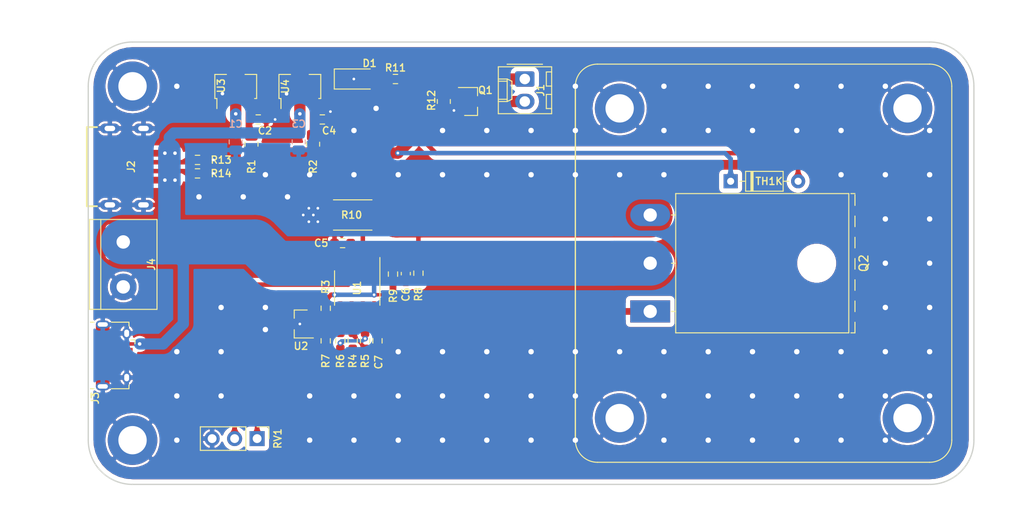
<source format=kicad_pcb>
(kicad_pcb (version 20171130) (host pcbnew "(5.1.9)-1")

  (general
    (thickness 1.6)
    (drawings 31)
    (tracks 266)
    (zones 0)
    (modules 40)
    (nets 21)
  )

  (page A4)
  (layers
    (0 F.Cu signal)
    (31 B.Cu signal)
    (32 B.Adhes user)
    (33 F.Adhes user)
    (34 B.Paste user)
    (35 F.Paste user)
    (36 B.SilkS user)
    (37 F.SilkS user)
    (38 B.Mask user)
    (39 F.Mask user)
    (40 Dwgs.User user)
    (41 Cmts.User user)
    (42 Eco1.User user)
    (43 Eco2.User user)
    (44 Edge.Cuts user)
    (45 Margin user)
    (46 B.CrtYd user hide)
    (47 F.CrtYd user hide)
    (48 B.Fab user hide)
    (49 F.Fab user hide)
  )

  (setup
    (last_trace_width 0.25)
    (user_trace_width 0.254)
    (user_trace_width 0.381)
    (user_trace_width 0.508)
    (user_trace_width 0.762)
    (user_trace_width 1.27)
    (user_trace_width 2.54)
    (user_trace_width 5.08)
    (user_trace_width 7.62)
    (trace_clearance 0.2)
    (zone_clearance 0.508)
    (zone_45_only no)
    (trace_min 0.2)
    (via_size 0.8)
    (via_drill 0.4)
    (via_min_size 0.4)
    (via_min_drill 0.3)
    (user_via 0.635 0.3048)
    (user_via 1.27 0.6096)
    (user_via 2.54 1.2192)
    (uvia_size 0.3)
    (uvia_drill 0.1)
    (uvias_allowed no)
    (uvia_min_size 0.2)
    (uvia_min_drill 0.1)
    (edge_width 0.05)
    (segment_width 0.2)
    (pcb_text_width 0.3)
    (pcb_text_size 1.5 1.5)
    (mod_edge_width 0.12)
    (mod_text_size 1 1)
    (mod_text_width 0.15)
    (pad_size 1.524 1.524)
    (pad_drill 0.762)
    (pad_to_mask_clearance 0)
    (aux_axis_origin 0 0)
    (visible_elements 7FFFFFFF)
    (pcbplotparams
      (layerselection 0x010fc_ffffffff)
      (usegerberextensions false)
      (usegerberattributes true)
      (usegerberadvancedattributes true)
      (creategerberjobfile true)
      (excludeedgelayer true)
      (linewidth 0.100000)
      (plotframeref false)
      (viasonmask false)
      (mode 1)
      (useauxorigin false)
      (hpglpennumber 1)
      (hpglpenspeed 20)
      (hpglpendiameter 15.000000)
      (psnegative false)
      (psa4output false)
      (plotreference false)
      (plotvalue false)
      (plotinvisibletext false)
      (padsonsilk false)
      (subtractmaskfromsilk false)
      (outputformat 1)
      (mirror false)
      (drillshape 0)
      (scaleselection 1)
      (outputdirectory ""))
  )

  (net 0 "")
  (net 1 GND)
  (net 2 VCC)
  (net 3 "Net-(C2-Pad1)")
  (net 4 "Net-(C4-Pad1)")
  (net 5 "Net-(C5-Pad1)")
  (net 6 "Net-(C6-Pad2)")
  (net 7 "Net-(C6-Pad1)")
  (net 8 "Net-(D1-Pad2)")
  (net 9 "Net-(J1-Pad2)")
  (net 10 +5V)
  (net 11 "Net-(J2-PadB5)")
  (net 12 "Net-(J2-PadA5)")
  (net 13 "Net-(J3-Pad2)")
  (net 14 "Net-(Q1-Pad1)")
  (net 15 "Net-(Q2-Pad3)")
  (net 16 "Net-(Q2-Pad1)")
  (net 17 "Net-(R3-Pad1)")
  (net 18 "Net-(R4-Pad1)")
  (net 19 "Net-(R5-Pad1)")
  (net 20 "Net-(R7-Pad1)")

  (net_class Default "This is the default net class."
    (clearance 0.2)
    (trace_width 0.25)
    (via_dia 0.8)
    (via_drill 0.4)
    (uvia_dia 0.3)
    (uvia_drill 0.1)
    (add_net +5V)
    (add_net GND)
    (add_net "Net-(C2-Pad1)")
    (add_net "Net-(C4-Pad1)")
    (add_net "Net-(C5-Pad1)")
    (add_net "Net-(C6-Pad1)")
    (add_net "Net-(C6-Pad2)")
    (add_net "Net-(D1-Pad2)")
    (add_net "Net-(J1-Pad2)")
    (add_net "Net-(J2-PadA5)")
    (add_net "Net-(J2-PadB5)")
    (add_net "Net-(J3-Pad2)")
    (add_net "Net-(Q1-Pad1)")
    (add_net "Net-(Q2-Pad1)")
    (add_net "Net-(Q2-Pad3)")
    (add_net "Net-(R3-Pad1)")
    (add_net "Net-(R4-Pad1)")
    (add_net "Net-(R5-Pad1)")
    (add_net "Net-(R7-Pad1)")
    (add_net VCC)
  )

  (module Resistor_SMD:R_0603_1608Metric_Pad0.98x0.95mm_HandSolder (layer F.Cu) (tedit 5F68FEEE) (tstamp 607CF66A)
    (at 148.463 88.773 270)
    (descr "Resistor SMD 0603 (1608 Metric), square (rectangular) end terminal, IPC_7351 nominal with elongated pad for handsoldering. (Body size source: IPC-SM-782 page 72, https://www.pcb-3d.com/wordpress/wp-content/uploads/ipc-sm-782a_amendment_1_and_2.pdf), generated with kicad-footprint-generator")
    (tags "resistor handsolder")
    (path /607C2D5A)
    (attr smd)
    (fp_text reference R6 (at 2.286 0 90) (layer F.SilkS)
      (effects (font (size 0.8128 0.8128) (thickness 0.15)))
    )
    (fp_text value 680R (at 0 1.43 90) (layer F.Fab)
      (effects (font (size 0.8128 0.8128) (thickness 0.15)))
    )
    (fp_line (start -0.8 0.4125) (end -0.8 -0.4125) (layer F.Fab) (width 0.1))
    (fp_line (start -0.8 -0.4125) (end 0.8 -0.4125) (layer F.Fab) (width 0.1))
    (fp_line (start 0.8 -0.4125) (end 0.8 0.4125) (layer F.Fab) (width 0.1))
    (fp_line (start 0.8 0.4125) (end -0.8 0.4125) (layer F.Fab) (width 0.1))
    (fp_line (start -0.254724 -0.5225) (end 0.254724 -0.5225) (layer F.SilkS) (width 0.12))
    (fp_line (start -0.254724 0.5225) (end 0.254724 0.5225) (layer F.SilkS) (width 0.12))
    (fp_line (start -1.65 0.73) (end -1.65 -0.73) (layer F.CrtYd) (width 0.05))
    (fp_line (start -1.65 -0.73) (end 1.65 -0.73) (layer F.CrtYd) (width 0.05))
    (fp_line (start 1.65 -0.73) (end 1.65 0.73) (layer F.CrtYd) (width 0.05))
    (fp_line (start 1.65 0.73) (end -1.65 0.73) (layer F.CrtYd) (width 0.05))
    (fp_text user %R (at 0 0 90) (layer F.Fab)
      (effects (font (size 0.4 0.4) (thickness 0.06)))
    )
    (pad 2 smd roundrect (at 0.9125 0 270) (size 0.975 0.95) (layers F.Cu F.Paste F.Mask) (roundrect_rratio 0.25)
      (net 19 "Net-(R5-Pad1)"))
    (pad 1 smd roundrect (at -0.9125 0 270) (size 0.975 0.95) (layers F.Cu F.Paste F.Mask) (roundrect_rratio 0.25)
      (net 17 "Net-(R3-Pad1)"))
    (model ${KISYS3DMOD}/Resistor_SMD.3dshapes/R_0603_1608Metric.wrl
      (at (xyz 0 0 0))
      (scale (xyz 1 1 1))
      (rotate (xyz 0 0 0))
    )
  )

  (module Resistor_SMD:R_0805_2012Metric_Pad1.20x1.40mm_HandSolder (layer F.Cu) (tedit 5F68FEEE) (tstamp 607D6A51)
    (at 138.43 66.548 90)
    (descr "Resistor SMD 0805 (2012 Metric), square (rectangular) end terminal, IPC_7351 nominal with elongated pad for handsoldering. (Body size source: IPC-SM-782 page 72, https://www.pcb-3d.com/wordpress/wp-content/uploads/ipc-sm-782a_amendment_1_and_2.pdf), generated with kicad-footprint-generator")
    (tags "resistor handsolder")
    (path /60831A58)
    (attr smd)
    (fp_text reference R1 (at -2.54 0 90) (layer F.SilkS)
      (effects (font (size 0.8128 0.8128) (thickness 0.15)))
    )
    (fp_text value 2R (at 0 1.65 90) (layer F.Fab)
      (effects (font (size 0.8128 0.8128) (thickness 0.15)))
    )
    (fp_line (start -1 0.625) (end -1 -0.625) (layer F.Fab) (width 0.1))
    (fp_line (start -1 -0.625) (end 1 -0.625) (layer F.Fab) (width 0.1))
    (fp_line (start 1 -0.625) (end 1 0.625) (layer F.Fab) (width 0.1))
    (fp_line (start 1 0.625) (end -1 0.625) (layer F.Fab) (width 0.1))
    (fp_line (start -0.227064 -0.735) (end 0.227064 -0.735) (layer F.SilkS) (width 0.12))
    (fp_line (start -0.227064 0.735) (end 0.227064 0.735) (layer F.SilkS) (width 0.12))
    (fp_line (start -1.85 0.95) (end -1.85 -0.95) (layer F.CrtYd) (width 0.05))
    (fp_line (start -1.85 -0.95) (end 1.85 -0.95) (layer F.CrtYd) (width 0.05))
    (fp_line (start 1.85 -0.95) (end 1.85 0.95) (layer F.CrtYd) (width 0.05))
    (fp_line (start 1.85 0.95) (end -1.85 0.95) (layer F.CrtYd) (width 0.05))
    (fp_text user %R (at 0 0 90) (layer F.Fab)
      (effects (font (size 0.5 0.5) (thickness 0.08)))
    )
    (pad 2 smd roundrect (at 1 0 90) (size 1.2 1.4) (layers F.Cu F.Paste F.Mask) (roundrect_rratio 0.2083325)
      (net 3 "Net-(C2-Pad1)"))
    (pad 1 smd roundrect (at -1 0 90) (size 1.2 1.4) (layers F.Cu F.Paste F.Mask) (roundrect_rratio 0.2083325)
      (net 10 +5V))
    (model ${KISYS3DMOD}/Resistor_SMD.3dshapes/R_0805_2012Metric.wrl
      (at (xyz 0 0 0))
      (scale (xyz 1 1 1))
      (rotate (xyz 0 0 0))
    )
  )

  (module MountingHole:MountingHole_3.2mm_M3_DIN965_Pad (layer F.Cu) (tedit 56D1B4CB) (tstamp 607D36C7)
    (at 180 97.5)
    (descr "Mounting Hole 3.2mm, M3, DIN965")
    (tags "mounting hole 3.2mm m3 din965")
    (path /6082B3A5)
    (attr virtual)
    (fp_text reference H6 (at 0 -3.8) (layer F.SilkS) hide
      (effects (font (size 1 1) (thickness 0.15)))
    )
    (fp_text value MountingHole_Pad (at 0 3.8) (layer F.Fab)
      (effects (font (size 1 1) (thickness 0.15)))
    )
    (fp_circle (center 0 0) (end 3.05 0) (layer F.CrtYd) (width 0.05))
    (fp_circle (center 0 0) (end 2.8 0) (layer Cmts.User) (width 0.15))
    (fp_text user %R (at -2.15 0) (layer F.Fab)
      (effects (font (size 1 1) (thickness 0.15)))
    )
    (pad 1 thru_hole circle (at 0 0) (size 5.6 5.6) (drill 3.2) (layers *.Cu *.Mask)
      (net 1 GND))
  )

  (module MountingHole:MountingHole_3.2mm_M3_DIN965_Pad (layer F.Cu) (tedit 56D1B4CB) (tstamp 607D36BF)
    (at 180 62.5)
    (descr "Mounting Hole 3.2mm, M3, DIN965")
    (tags "mounting hole 3.2mm m3 din965")
    (path /60827AB2)
    (attr virtual)
    (fp_text reference H5 (at 0 -3.8) (layer F.SilkS) hide
      (effects (font (size 1 1) (thickness 0.15)))
    )
    (fp_text value MountingHole_Pad (at 0 3.8) (layer F.Fab)
      (effects (font (size 1 1) (thickness 0.15)))
    )
    (fp_circle (center 0 0) (end 3.05 0) (layer F.CrtYd) (width 0.05))
    (fp_circle (center 0 0) (end 2.8 0) (layer Cmts.User) (width 0.15))
    (fp_text user %R (at 0.3 0) (layer F.Fab)
      (effects (font (size 1 1) (thickness 0.15)))
    )
    (pad 1 thru_hole circle (at 0 0) (size 5.6 5.6) (drill 3.2) (layers *.Cu *.Mask)
      (net 1 GND))
  )

  (module MountingHole:MountingHole_3.2mm_M3_DIN965_Pad (layer F.Cu) (tedit 56D1B4CB) (tstamp 607D2AA9)
    (at 212.5 97.5)
    (descr "Mounting Hole 3.2mm, M3, DIN965")
    (tags "mounting hole 3.2mm m3 din965")
    (path /6080B017)
    (attr virtual)
    (fp_text reference H4 (at 0 -3.8) (layer F.SilkS) hide
      (effects (font (size 1 1) (thickness 0.15)))
    )
    (fp_text value MountingHole_Pad (at 0 3.8) (layer F.Fab)
      (effects (font (size 1 1) (thickness 0.15)))
    )
    (fp_circle (center 0 0) (end 3.05 0) (layer F.CrtYd) (width 0.05))
    (fp_circle (center 0 0) (end 2.8 0) (layer Cmts.User) (width 0.15))
    (fp_text user %R (at 0.3 0) (layer F.Fab)
      (effects (font (size 1 1) (thickness 0.15)))
    )
    (pad 1 thru_hole circle (at 0 0) (size 5.6 5.6) (drill 3.2) (layers *.Cu *.Mask)
      (net 1 GND))
  )

  (module MountingHole:MountingHole_3.2mm_M3_DIN965_Pad (layer F.Cu) (tedit 56D1B4CB) (tstamp 607D2F5A)
    (at 125 60)
    (descr "Mounting Hole 3.2mm, M3, DIN965")
    (tags "mounting hole 3.2mm m3 din965")
    (path /6080AE72)
    (attr virtual)
    (fp_text reference H3 (at 0 -3.8) (layer F.SilkS) hide
      (effects (font (size 1 1) (thickness 0.15)))
    )
    (fp_text value MountingHole_Pad (at 0 3.8) (layer F.Fab)
      (effects (font (size 1 1) (thickness 0.15)))
    )
    (fp_circle (center 0 0) (end 3.05 0) (layer F.CrtYd) (width 0.05))
    (fp_circle (center 0 0) (end 2.8 0) (layer Cmts.User) (width 0.15))
    (fp_text user %R (at 0.3 0) (layer F.Fab)
      (effects (font (size 1 1) (thickness 0.15)))
    )
    (pad 1 thru_hole circle (at 0 0) (size 5.6 5.6) (drill 3.2) (layers *.Cu *.Mask)
      (net 1 GND))
  )

  (module MountingHole:MountingHole_3.2mm_M3_DIN965_Pad (layer F.Cu) (tedit 56D1B4CB) (tstamp 607D2A99)
    (at 212.5 62.5)
    (descr "Mounting Hole 3.2mm, M3, DIN965")
    (tags "mounting hole 3.2mm m3 din965")
    (path /6080A9ED)
    (attr virtual)
    (fp_text reference H2 (at 0 -3.8) (layer F.SilkS) hide
      (effects (font (size 1 1) (thickness 0.15)))
    )
    (fp_text value MountingHole_Pad (at 0 3.8) (layer F.Fab)
      (effects (font (size 1 1) (thickness 0.15)))
    )
    (fp_circle (center 0 0) (end 3.05 0) (layer F.CrtYd) (width 0.05))
    (fp_circle (center 0 0) (end 2.8 0) (layer Cmts.User) (width 0.15))
    (fp_text user %R (at 0.3 0) (layer F.Fab)
      (effects (font (size 1 1) (thickness 0.15)))
    )
    (pad 1 thru_hole circle (at 0 0) (size 5.6 5.6) (drill 3.2) (layers *.Cu *.Mask)
      (net 1 GND))
  )

  (module MountingHole:MountingHole_3.2mm_M3_DIN965_Pad (layer F.Cu) (tedit 56D1B4CB) (tstamp 607D2FAA)
    (at 125 100)
    (descr "Mounting Hole 3.2mm, M3, DIN965")
    (tags "mounting hole 3.2mm m3 din965")
    (path /6080B2BD)
    (attr virtual)
    (fp_text reference H1 (at 0 -3.8) (layer F.SilkS) hide
      (effects (font (size 1 1) (thickness 0.15)))
    )
    (fp_text value MountingHole_Pad (at 0 3.8) (layer F.Fab)
      (effects (font (size 1 1) (thickness 0.15)))
    )
    (fp_circle (center 0 0) (end 3.05 0) (layer F.CrtYd) (width 0.05))
    (fp_circle (center 0 0) (end 2.8 0) (layer Cmts.User) (width 0.15))
    (fp_text user %R (at 0.3 0) (layer F.Fab)
      (effects (font (size 1 1) (thickness 0.15)))
    )
    (pad 1 thru_hole circle (at 0 0) (size 5.6 5.6) (drill 3.2) (layers *.Cu *.Mask)
      (net 1 GND))
  )

  (module Package_TO_SOT_THT:TO-3P-3_Horizontal_TabUp (layer F.Cu) (tedit 5AC8701B) (tstamp 607CF604)
    (at 183.45 85.45 90)
    (descr "TO-3P-3, Horizontal, RM 5.45mm, , see https://toshiba.semicon-storage.com/ap-en/design-support/package/detail.TO-3P(N).html")
    (tags "TO-3P-3 Horizontal RM 5.45mm ")
    (path /607AEA1D)
    (fp_text reference Q2 (at 5.45 24.12 90) (layer F.SilkS)
      (effects (font (size 1 1) (thickness 0.15)))
    )
    (fp_text value TIP122 (at 5.45 -3.25 90) (layer F.Fab)
      (effects (font (size 1 1) (thickness 0.15)))
    )
    (fp_line (start 13.45 -2.5) (end -2.55 -2.5) (layer F.CrtYd) (width 0.05))
    (fp_line (start 13.45 23.25) (end 13.45 -2.5) (layer F.CrtYd) (width 0.05))
    (fp_line (start -2.55 23.25) (end 13.45 23.25) (layer F.CrtYd) (width 0.05))
    (fp_line (start -2.55 -2.5) (end -2.55 23.25) (layer F.CrtYd) (width 0.05))
    (fp_line (start 10.9 2.4) (end 10.9 2.88) (layer F.SilkS) (width 0.12))
    (fp_line (start 5.45 2.4) (end 5.45 2.88) (layer F.SilkS) (width 0.12))
    (fp_line (start 0 2.4) (end 0 2.88) (layer F.SilkS) (width 0.12))
    (fp_line (start 13.32 22.66) (end 13.32 23.12) (layer F.SilkS) (width 0.12))
    (fp_line (start -2.42 22.66) (end -2.42 23.12) (layer F.SilkS) (width 0.12))
    (fp_line (start 11.98 23.12) (end 13.18 23.12) (layer F.SilkS) (width 0.12))
    (fp_line (start 9.58 23.12) (end 10.78 23.12) (layer F.SilkS) (width 0.12))
    (fp_line (start 7.18 23.12) (end 8.38 23.12) (layer F.SilkS) (width 0.12))
    (fp_line (start 4.78 23.12) (end 5.98 23.12) (layer F.SilkS) (width 0.12))
    (fp_line (start 2.38 23.12) (end 3.58 23.12) (layer F.SilkS) (width 0.12))
    (fp_line (start -0.021 23.12) (end 1.18 23.12) (layer F.SilkS) (width 0.12))
    (fp_line (start -2.42 23.12) (end -1.22 23.12) (layer F.SilkS) (width 0.12))
    (fp_line (start 13.32 2.88) (end 13.32 22.42) (layer F.SilkS) (width 0.12))
    (fp_line (start -2.42 2.88) (end -2.42 22.42) (layer F.SilkS) (width 0.12))
    (fp_line (start -2.42 22.42) (end 13.32 22.42) (layer F.SilkS) (width 0.12))
    (fp_line (start -2.42 2.88) (end 13.32 2.88) (layer F.SilkS) (width 0.12))
    (fp_line (start 10.9 3) (end 10.9 0) (layer F.Fab) (width 0.1))
    (fp_line (start 5.45 3) (end 5.45 0) (layer F.Fab) (width 0.1))
    (fp_line (start 0 3) (end 0 0) (layer F.Fab) (width 0.1))
    (fp_line (start 13.2 3) (end -2.3 3) (layer F.Fab) (width 0.1))
    (fp_line (start 13.2 18.8) (end 13.2 3) (layer F.Fab) (width 0.1))
    (fp_line (start 11.01 22.3) (end 13.2 18.8) (layer F.Fab) (width 0.1))
    (fp_line (start -0.11 22.3) (end 11.01 22.3) (layer F.Fab) (width 0.1))
    (fp_line (start -2.3 18.8) (end -0.11 22.3) (layer F.Fab) (width 0.1))
    (fp_line (start -2.3 3) (end -2.3 18.8) (layer F.Fab) (width 0.1))
    (fp_line (start 13.2 22.3) (end -2.3 22.3) (layer F.Fab) (width 0.1))
    (fp_line (start 13.2 21) (end 13.2 22.3) (layer F.Fab) (width 0.1))
    (fp_line (start 12.05 23) (end 13.2 21) (layer F.Fab) (width 0.1))
    (fp_line (start -1.15 23) (end 12.05 23) (layer F.Fab) (width 0.1))
    (fp_line (start -2.3 21) (end -1.15 23) (layer F.Fab) (width 0.1))
    (fp_line (start -2.3 22.3) (end -2.3 21) (layer F.Fab) (width 0.1))
    (fp_circle (center 5.45 18.8) (end 7.05 18.8) (layer F.Fab) (width 0.1))
    (fp_text user %R (at 5.45 24.12 90) (layer F.Fab)
      (effects (font (size 1 1) (thickness 0.15)))
    )
    (pad 3 thru_hole oval (at 10.9 0 90) (size 2.5 4.5) (drill 1.5) (layers *.Cu *.Mask)
      (net 15 "Net-(Q2-Pad3)"))
    (pad 2 thru_hole oval (at 5.45 0 90) (size 2.5 4.5) (drill 1.5) (layers *.Cu *.Mask)
      (net 2 VCC))
    (pad 1 thru_hole rect (at 0 0 90) (size 2.5 4.5) (drill 1.5) (layers *.Cu *.Mask)
      (net 16 "Net-(Q2-Pad1)"))
    (pad "" np_thru_hole oval (at 5.45 18.8 90) (size 3.4 3.4) (drill 3.4) (layers *.Cu *.Mask))
    (model ${KISYS3DMOD}/Package_TO_SOT_THT.3dshapes/TO-3P-3_Horizontal_TabUp.wrl
      (at (xyz 0 0 0))
      (scale (xyz 1 1 1))
      (rotate (xyz 0 0 0))
    )
  )

  (module Package_TO_SOT_SMD:SOT-89-3 (layer F.Cu) (tedit 5C33D6E8) (tstamp 607D6909)
    (at 143.891 60.325 90)
    (descr "SOT-89-3, http://ww1.microchip.com/downloads/en/DeviceDoc/3L_SOT-89_MB_C04-029C.pdf")
    (tags SOT-89-3)
    (path /608395BA)
    (attr smd)
    (fp_text reference U4 (at 0.3 -1.651 90) (layer F.SilkS)
      (effects (font (size 0.8128 0.8128) (thickness 0.15)))
    )
    (fp_text value MST5350BTS (at 0.3 3.5 90) (layer F.Fab)
      (effects (font (size 0.8128 0.8128) (thickness 0.15)))
    )
    (fp_line (start 1.66 1.05) (end 1.66 2.36) (layer F.SilkS) (width 0.12))
    (fp_line (start 1.66 2.36) (end -1.06 2.36) (layer F.SilkS) (width 0.12))
    (fp_line (start -2.2 -2.13) (end -1.06 -2.13) (layer F.SilkS) (width 0.12))
    (fp_line (start 1.66 -2.36) (end 1.66 -1.05) (layer F.SilkS) (width 0.12))
    (fp_line (start -0.95 -1.25) (end 0.05 -2.25) (layer F.Fab) (width 0.1))
    (fp_line (start 1.55 -2.25) (end 1.55 2.25) (layer F.Fab) (width 0.1))
    (fp_line (start 1.55 2.25) (end -0.95 2.25) (layer F.Fab) (width 0.1))
    (fp_line (start -0.95 2.25) (end -0.95 -1.25) (layer F.Fab) (width 0.1))
    (fp_line (start 0.05 -2.25) (end 1.55 -2.25) (layer F.Fab) (width 0.1))
    (fp_line (start 2.55 -2.5) (end 2.55 2.5) (layer F.CrtYd) (width 0.05))
    (fp_line (start 2.55 -2.5) (end -2.55 -2.5) (layer F.CrtYd) (width 0.05))
    (fp_line (start -2.55 2.5) (end 2.55 2.5) (layer F.CrtYd) (width 0.05))
    (fp_line (start -2.55 2.5) (end -2.55 -2.5) (layer F.CrtYd) (width 0.05))
    (fp_line (start -1.06 -2.36) (end 1.66 -2.36) (layer F.SilkS) (width 0.12))
    (fp_line (start -1.06 -2.36) (end -1.06 -2.13) (layer F.SilkS) (width 0.12))
    (fp_line (start -1.06 2.36) (end -1.06 2.13) (layer F.SilkS) (width 0.12))
    (fp_text user %R (at 0.5 0) (layer F.Fab)
      (effects (font (size 0.8128 0.8128) (thickness 0.15)))
    )
    (pad 2 smd custom (at -1.5625 0 90) (size 1.475 0.9) (layers F.Cu F.Paste F.Mask)
      (net 2 VCC) (zone_connect 2)
      (options (clearance outline) (anchor rect))
      (primitives
        (gr_poly (pts
           (xy 0.7375 -0.8665) (xy 3.8625 -0.8665) (xy 3.8625 0.8665) (xy 0.7375 0.8665)) (width 0))
      ))
    (pad 3 smd rect (at -1.65 1.5 90) (size 1.3 0.9) (layers F.Cu F.Paste F.Mask)
      (net 4 "Net-(C4-Pad1)"))
    (pad 1 smd rect (at -1.65 -1.5 90) (size 1.3 0.9) (layers F.Cu F.Paste F.Mask)
      (net 1 GND))
    (model ${KISYS3DMOD}/Package_TO_SOT_SMD.3dshapes/SOT-89-3.wrl
      (at (xyz 0 0 0))
      (scale (xyz 1 1 1))
      (rotate (xyz 0 0 0))
    )
  )

  (module Package_TO_SOT_SMD:SOT-89-3 (layer F.Cu) (tedit 5C33D6E8) (tstamp 607D6153)
    (at 136.652 60.325 90)
    (descr "SOT-89-3, http://ww1.microchip.com/downloads/en/DeviceDoc/3L_SOT-89_MB_C04-029C.pdf")
    (tags SOT-89-3)
    (path /607B2982)
    (attr smd)
    (fp_text reference U3 (at 0.381 -1.651 90) (layer F.SilkS)
      (effects (font (size 0.8128 0.8128) (thickness 0.15)))
    )
    (fp_text value MST5350BTS (at 0.3 3.5 90) (layer F.Fab)
      (effects (font (size 0.8128 0.8128) (thickness 0.15)))
    )
    (fp_line (start 1.66 1.05) (end 1.66 2.36) (layer F.SilkS) (width 0.12))
    (fp_line (start 1.66 2.36) (end -1.06 2.36) (layer F.SilkS) (width 0.12))
    (fp_line (start -2.2 -2.13) (end -1.06 -2.13) (layer F.SilkS) (width 0.12))
    (fp_line (start 1.66 -2.36) (end 1.66 -1.05) (layer F.SilkS) (width 0.12))
    (fp_line (start -0.95 -1.25) (end 0.05 -2.25) (layer F.Fab) (width 0.1))
    (fp_line (start 1.55 -2.25) (end 1.55 2.25) (layer F.Fab) (width 0.1))
    (fp_line (start 1.55 2.25) (end -0.95 2.25) (layer F.Fab) (width 0.1))
    (fp_line (start -0.95 2.25) (end -0.95 -1.25) (layer F.Fab) (width 0.1))
    (fp_line (start 0.05 -2.25) (end 1.55 -2.25) (layer F.Fab) (width 0.1))
    (fp_line (start 2.55 -2.5) (end 2.55 2.5) (layer F.CrtYd) (width 0.05))
    (fp_line (start 2.55 -2.5) (end -2.55 -2.5) (layer F.CrtYd) (width 0.05))
    (fp_line (start -2.55 2.5) (end 2.55 2.5) (layer F.CrtYd) (width 0.05))
    (fp_line (start -2.55 2.5) (end -2.55 -2.5) (layer F.CrtYd) (width 0.05))
    (fp_line (start -1.06 -2.36) (end 1.66 -2.36) (layer F.SilkS) (width 0.12))
    (fp_line (start -1.06 -2.36) (end -1.06 -2.13) (layer F.SilkS) (width 0.12))
    (fp_line (start -1.06 2.36) (end -1.06 2.13) (layer F.SilkS) (width 0.12))
    (fp_text user %R (at 0.5 0) (layer F.Fab)
      (effects (font (size 0.8128 0.8128) (thickness 0.15)))
    )
    (pad 2 smd custom (at -1.5625 0 90) (size 1.475 0.9) (layers F.Cu F.Paste F.Mask)
      (net 2 VCC) (zone_connect 2)
      (options (clearance outline) (anchor rect))
      (primitives
        (gr_poly (pts
           (xy 0.7375 -0.8665) (xy 3.8625 -0.8665) (xy 3.8625 0.8665) (xy 0.7375 0.8665)) (width 0))
      ))
    (pad 3 smd rect (at -1.65 1.5 90) (size 1.3 0.9) (layers F.Cu F.Paste F.Mask)
      (net 3 "Net-(C2-Pad1)"))
    (pad 1 smd rect (at -1.65 -1.5 90) (size 1.3 0.9) (layers F.Cu F.Paste F.Mask)
      (net 1 GND))
    (model ${KISYS3DMOD}/Package_TO_SOT_SMD.3dshapes/SOT-89-3.wrl
      (at (xyz 0 0 0))
      (scale (xyz 1 1 1))
      (rotate (xyz 0 0 0))
    )
  )

  (module Package_TO_SOT_SMD:SOT-23 (layer F.Cu) (tedit 5A02FF57) (tstamp 607CF757)
    (at 144.018 86.868 180)
    (descr "SOT-23, Standard")
    (tags SOT-23)
    (path /607A9077)
    (attr smd)
    (fp_text reference U2 (at 0 -2.5) (layer F.SilkS)
      (effects (font (size 0.8128 0.8128) (thickness 0.15)))
    )
    (fp_text value TL431DBZ (at 0 2.5) (layer F.Fab)
      (effects (font (size 0.8128 0.8128) (thickness 0.15)))
    )
    (fp_line (start -0.7 -0.95) (end -0.7 1.5) (layer F.Fab) (width 0.1))
    (fp_line (start -0.15 -1.52) (end 0.7 -1.52) (layer F.Fab) (width 0.1))
    (fp_line (start -0.7 -0.95) (end -0.15 -1.52) (layer F.Fab) (width 0.1))
    (fp_line (start 0.7 -1.52) (end 0.7 1.52) (layer F.Fab) (width 0.1))
    (fp_line (start -0.7 1.52) (end 0.7 1.52) (layer F.Fab) (width 0.1))
    (fp_line (start 0.76 1.58) (end 0.76 0.65) (layer F.SilkS) (width 0.12))
    (fp_line (start 0.76 -1.58) (end 0.76 -0.65) (layer F.SilkS) (width 0.12))
    (fp_line (start -1.7 -1.75) (end 1.7 -1.75) (layer F.CrtYd) (width 0.05))
    (fp_line (start 1.7 -1.75) (end 1.7 1.75) (layer F.CrtYd) (width 0.05))
    (fp_line (start 1.7 1.75) (end -1.7 1.75) (layer F.CrtYd) (width 0.05))
    (fp_line (start -1.7 1.75) (end -1.7 -1.75) (layer F.CrtYd) (width 0.05))
    (fp_line (start 0.76 -1.58) (end -1.4 -1.58) (layer F.SilkS) (width 0.12))
    (fp_line (start 0.76 1.58) (end -0.7 1.58) (layer F.SilkS) (width 0.12))
    (fp_text user %R (at 0 0 90) (layer F.Fab)
      (effects (font (size 0.5 0.5) (thickness 0.075)))
    )
    (pad 3 smd rect (at 1 0 180) (size 0.9 0.8) (layers F.Cu F.Paste F.Mask)
      (net 1 GND))
    (pad 2 smd rect (at -1 0.95 180) (size 0.9 0.8) (layers F.Cu F.Paste F.Mask)
      (net 17 "Net-(R3-Pad1)"))
    (pad 1 smd rect (at -1 -0.95 180) (size 0.9 0.8) (layers F.Cu F.Paste F.Mask)
      (net 17 "Net-(R3-Pad1)"))
    (model ${KISYS3DMOD}/Package_TO_SOT_SMD.3dshapes/SOT-23.wrl
      (at (xyz 0 0 0))
      (scale (xyz 1 1 1))
      (rotate (xyz 0 0 0))
    )
  )

  (module Package_SO:SOIC-8_3.9x4.9mm_P1.27mm (layer F.Cu) (tedit 5D9F72B1) (tstamp 607D4465)
    (at 150.368 82.804 270)
    (descr "SOIC, 8 Pin (JEDEC MS-012AA, https://www.analog.com/media/en/package-pcb-resources/package/pkg_pdf/soic_narrow-r/r_8.pdf), generated with kicad-footprint-generator ipc_gullwing_generator.py")
    (tags "SOIC SO")
    (path /607A828F)
    (attr smd)
    (fp_text reference U1 (at 0 0 90) (layer F.SilkS)
      (effects (font (size 0.8128 0.8128) (thickness 0.15)))
    )
    (fp_text value LM358 (at 0 3.4 90) (layer F.Fab)
      (effects (font (size 0.8128 0.8128) (thickness 0.15)))
    )
    (fp_line (start 0 2.56) (end 1.95 2.56) (layer F.SilkS) (width 0.12))
    (fp_line (start 0 2.56) (end -1.95 2.56) (layer F.SilkS) (width 0.12))
    (fp_line (start 0 -2.56) (end 1.95 -2.56) (layer F.SilkS) (width 0.12))
    (fp_line (start 0 -2.56) (end -3.45 -2.56) (layer F.SilkS) (width 0.12))
    (fp_line (start -0.975 -2.45) (end 1.95 -2.45) (layer F.Fab) (width 0.1))
    (fp_line (start 1.95 -2.45) (end 1.95 2.45) (layer F.Fab) (width 0.1))
    (fp_line (start 1.95 2.45) (end -1.95 2.45) (layer F.Fab) (width 0.1))
    (fp_line (start -1.95 2.45) (end -1.95 -1.475) (layer F.Fab) (width 0.1))
    (fp_line (start -1.95 -1.475) (end -0.975 -2.45) (layer F.Fab) (width 0.1))
    (fp_line (start -3.7 -2.7) (end -3.7 2.7) (layer F.CrtYd) (width 0.05))
    (fp_line (start -3.7 2.7) (end 3.7 2.7) (layer F.CrtYd) (width 0.05))
    (fp_line (start 3.7 2.7) (end 3.7 -2.7) (layer F.CrtYd) (width 0.05))
    (fp_line (start 3.7 -2.7) (end -3.7 -2.7) (layer F.CrtYd) (width 0.05))
    (fp_text user %R (at 0 0 90) (layer F.Fab)
      (effects (font (size 0.98 0.98) (thickness 0.15)))
    )
    (pad 8 smd roundrect (at 2.475 -1.905 270) (size 1.95 0.6) (layers F.Cu F.Paste F.Mask) (roundrect_rratio 0.25)
      (net 2 VCC))
    (pad 7 smd roundrect (at 2.475 -0.635 270) (size 1.95 0.6) (layers F.Cu F.Paste F.Mask) (roundrect_rratio 0.25)
      (net 19 "Net-(R5-Pad1)"))
    (pad 6 smd roundrect (at 2.475 0.635 270) (size 1.95 0.6) (layers F.Cu F.Paste F.Mask) (roundrect_rratio 0.25)
      (net 18 "Net-(R4-Pad1)"))
    (pad 5 smd roundrect (at 2.475 1.905 270) (size 1.95 0.6) (layers F.Cu F.Paste F.Mask) (roundrect_rratio 0.25)
      (net 17 "Net-(R3-Pad1)"))
    (pad 4 smd roundrect (at -2.475 1.905 270) (size 1.95 0.6) (layers F.Cu F.Paste F.Mask) (roundrect_rratio 0.25)
      (net 1 GND))
    (pad 3 smd roundrect (at -2.475 0.635 270) (size 1.95 0.6) (layers F.Cu F.Paste F.Mask) (roundrect_rratio 0.25)
      (net 5 "Net-(C5-Pad1)"))
    (pad 2 smd roundrect (at -2.475 -0.635 270) (size 1.95 0.6) (layers F.Cu F.Paste F.Mask) (roundrect_rratio 0.25)
      (net 15 "Net-(Q2-Pad3)"))
    (pad 1 smd roundrect (at -2.475 -1.905 270) (size 1.95 0.6) (layers F.Cu F.Paste F.Mask) (roundrect_rratio 0.25)
      (net 7 "Net-(C6-Pad1)"))
    (model ${KISYS3DMOD}/Package_SO.3dshapes/SOIC-8_3.9x4.9mm_P1.27mm.wrl
      (at (xyz 0 0 0))
      (scale (xyz 1 1 1))
      (rotate (xyz 0 0 0))
    )
  )

  (module Diode_THT:D_DO-35_SOD27_P7.62mm_Horizontal (layer F.Cu) (tedit 5AE50CD5) (tstamp 607CF728)
    (at 192.532 70.739)
    (descr "Diode, DO-35_SOD27 series, Axial, Horizontal, pin pitch=7.62mm, , length*diameter=4*2mm^2, , http://www.diodes.com/_files/packages/DO-35.pdf")
    (tags "Diode DO-35_SOD27 series Axial Horizontal pin pitch 7.62mm  length 4mm diameter 2mm")
    (path /607AFB47)
    (fp_text reference TH1 (at 3.937 0) (layer F.SilkS)
      (effects (font (size 0.8128 0.8128) (thickness 0.15)))
    )
    (fp_text value 10K (at 3.81 2.12) (layer F.Fab)
      (effects (font (size 0.8128 0.8128) (thickness 0.15)))
    )
    (fp_line (start 1.81 -1) (end 1.81 1) (layer F.Fab) (width 0.1))
    (fp_line (start 1.81 1) (end 5.81 1) (layer F.Fab) (width 0.1))
    (fp_line (start 5.81 1) (end 5.81 -1) (layer F.Fab) (width 0.1))
    (fp_line (start 5.81 -1) (end 1.81 -1) (layer F.Fab) (width 0.1))
    (fp_line (start 0 0) (end 1.81 0) (layer F.Fab) (width 0.1))
    (fp_line (start 7.62 0) (end 5.81 0) (layer F.Fab) (width 0.1))
    (fp_line (start 2.41 -1) (end 2.41 1) (layer F.Fab) (width 0.1))
    (fp_line (start 2.51 -1) (end 2.51 1) (layer F.Fab) (width 0.1))
    (fp_line (start 2.31 -1) (end 2.31 1) (layer F.Fab) (width 0.1))
    (fp_line (start 1.69 -1.12) (end 1.69 1.12) (layer F.SilkS) (width 0.12))
    (fp_line (start 1.69 1.12) (end 5.93 1.12) (layer F.SilkS) (width 0.12))
    (fp_line (start 5.93 1.12) (end 5.93 -1.12) (layer F.SilkS) (width 0.12))
    (fp_line (start 5.93 -1.12) (end 1.69 -1.12) (layer F.SilkS) (width 0.12))
    (fp_line (start 1.04 0) (end 1.69 0) (layer F.SilkS) (width 0.12))
    (fp_line (start 6.58 0) (end 5.93 0) (layer F.SilkS) (width 0.12))
    (fp_line (start 2.41 -1.12) (end 2.41 1.12) (layer F.SilkS) (width 0.12))
    (fp_line (start 2.53 -1.12) (end 2.53 1.12) (layer F.SilkS) (width 0.12))
    (fp_line (start 2.29 -1.12) (end 2.29 1.12) (layer F.SilkS) (width 0.12))
    (fp_line (start -1.05 -1.25) (end -1.05 1.25) (layer F.CrtYd) (width 0.05))
    (fp_line (start -1.05 1.25) (end 8.67 1.25) (layer F.CrtYd) (width 0.05))
    (fp_line (start 8.67 1.25) (end 8.67 -1.25) (layer F.CrtYd) (width 0.05))
    (fp_line (start 8.67 -1.25) (end -1.05 -1.25) (layer F.CrtYd) (width 0.05))
    (fp_text user K (at 5.461 0) (layer F.SilkS)
      (effects (font (size 0.8128 0.8128) (thickness 0.15)))
    )
    (fp_text user K (at 0 -1.8) (layer F.Fab)
      (effects (font (size 0.8128 0.8128) (thickness 0.15)))
    )
    (fp_text user %R (at 4.11 0) (layer F.Fab)
      (effects (font (size 0.8 0.8) (thickness 0.12)))
    )
    (pad 2 thru_hole oval (at 7.62 0) (size 1.6 1.6) (drill 0.8) (layers *.Cu *.Mask)
      (net 14 "Net-(Q1-Pad1)"))
    (pad 1 thru_hole rect (at 0 0) (size 1.6 1.6) (drill 0.8) (layers *.Cu *.Mask)
      (net 10 +5V))
    (model ${KISYS3DMOD}/Diode_THT.3dshapes/D_DO-35_SOD27_P7.62mm_Horizontal.wrl
      (at (xyz 0 0 0))
      (scale (xyz 1 1 1))
      (rotate (xyz 0 0 0))
    )
  )

  (module Connector_PinHeader_2.54mm:PinHeader_1x03_P2.54mm_Vertical (layer F.Cu) (tedit 59FED5CC) (tstamp 607CF709)
    (at 139.065 99.822 270)
    (descr "Through hole straight pin header, 1x03, 2.54mm pitch, single row")
    (tags "Through hole pin header THT 1x03 2.54mm single row")
    (path /607A97FC)
    (fp_text reference RV1 (at 0 -2.33 90) (layer F.SilkS)
      (effects (font (size 0.8128 0.8128) (thickness 0.15)))
    )
    (fp_text value 10K (at 0 7.41 90) (layer F.Fab)
      (effects (font (size 0.8128 0.8128) (thickness 0.15)))
    )
    (fp_line (start -0.635 -1.27) (end 1.27 -1.27) (layer F.Fab) (width 0.1))
    (fp_line (start 1.27 -1.27) (end 1.27 6.35) (layer F.Fab) (width 0.1))
    (fp_line (start 1.27 6.35) (end -1.27 6.35) (layer F.Fab) (width 0.1))
    (fp_line (start -1.27 6.35) (end -1.27 -0.635) (layer F.Fab) (width 0.1))
    (fp_line (start -1.27 -0.635) (end -0.635 -1.27) (layer F.Fab) (width 0.1))
    (fp_line (start -1.33 6.41) (end 1.33 6.41) (layer F.SilkS) (width 0.12))
    (fp_line (start -1.33 1.27) (end -1.33 6.41) (layer F.SilkS) (width 0.12))
    (fp_line (start 1.33 1.27) (end 1.33 6.41) (layer F.SilkS) (width 0.12))
    (fp_line (start -1.33 1.27) (end 1.33 1.27) (layer F.SilkS) (width 0.12))
    (fp_line (start -1.33 0) (end -1.33 -1.33) (layer F.SilkS) (width 0.12))
    (fp_line (start -1.33 -1.33) (end 0 -1.33) (layer F.SilkS) (width 0.12))
    (fp_line (start -1.8 -1.8) (end -1.8 6.85) (layer F.CrtYd) (width 0.05))
    (fp_line (start -1.8 6.85) (end 1.8 6.85) (layer F.CrtYd) (width 0.05))
    (fp_line (start 1.8 6.85) (end 1.8 -1.8) (layer F.CrtYd) (width 0.05))
    (fp_line (start 1.8 -1.8) (end -1.8 -1.8) (layer F.CrtYd) (width 0.05))
    (fp_text user %R (at 0 2.54) (layer F.Fab)
      (effects (font (size 0.8128 0.8128) (thickness 0.15)))
    )
    (pad 3 thru_hole oval (at 0 5.08 270) (size 1.7 1.7) (drill 1) (layers *.Cu *.Mask)
      (net 1 GND))
    (pad 2 thru_hole oval (at 0 2.54 270) (size 1.7 1.7) (drill 1) (layers *.Cu *.Mask)
      (net 5 "Net-(C5-Pad1)"))
    (pad 1 thru_hole rect (at 0 0 270) (size 1.7 1.7) (drill 1) (layers *.Cu *.Mask)
      (net 20 "Net-(R7-Pad1)"))
    (model ${KISYS3DMOD}/Connector_PinHeader_2.54mm.3dshapes/PinHeader_1x03_P2.54mm_Vertical.wrl
      (at (xyz 0 0 0))
      (scale (xyz 1 1 1))
      (rotate (xyz 0 0 0))
    )
  )

  (module Resistor_SMD:R_0603_1608Metric_Pad0.98x0.95mm_HandSolder (layer F.Cu) (tedit 5F68FEEE) (tstamp 607CF6F2)
    (at 132.334 69.85 180)
    (descr "Resistor SMD 0603 (1608 Metric), square (rectangular) end terminal, IPC_7351 nominal with elongated pad for handsoldering. (Body size source: IPC-SM-782 page 72, https://www.pcb-3d.com/wordpress/wp-content/uploads/ipc-sm-782a_amendment_1_and_2.pdf), generated with kicad-footprint-generator")
    (tags "resistor handsolder")
    (path /6080B8C0)
    (attr smd)
    (fp_text reference R14 (at -2.667 0) (layer F.SilkS)
      (effects (font (size 0.8128 0.8128) (thickness 0.15)))
    )
    (fp_text value 5.1K (at 0 1.43) (layer F.Fab)
      (effects (font (size 0.8128 0.8128) (thickness 0.15)))
    )
    (fp_line (start -0.8 0.4125) (end -0.8 -0.4125) (layer F.Fab) (width 0.1))
    (fp_line (start -0.8 -0.4125) (end 0.8 -0.4125) (layer F.Fab) (width 0.1))
    (fp_line (start 0.8 -0.4125) (end 0.8 0.4125) (layer F.Fab) (width 0.1))
    (fp_line (start 0.8 0.4125) (end -0.8 0.4125) (layer F.Fab) (width 0.1))
    (fp_line (start -0.254724 -0.5225) (end 0.254724 -0.5225) (layer F.SilkS) (width 0.12))
    (fp_line (start -0.254724 0.5225) (end 0.254724 0.5225) (layer F.SilkS) (width 0.12))
    (fp_line (start -1.65 0.73) (end -1.65 -0.73) (layer F.CrtYd) (width 0.05))
    (fp_line (start -1.65 -0.73) (end 1.65 -0.73) (layer F.CrtYd) (width 0.05))
    (fp_line (start 1.65 -0.73) (end 1.65 0.73) (layer F.CrtYd) (width 0.05))
    (fp_line (start 1.65 0.73) (end -1.65 0.73) (layer F.CrtYd) (width 0.05))
    (fp_text user %R (at 0 0) (layer F.Fab)
      (effects (font (size 0.4 0.4) (thickness 0.06)))
    )
    (pad 2 smd roundrect (at 0.9125 0 180) (size 0.975 0.95) (layers F.Cu F.Paste F.Mask) (roundrect_rratio 0.25)
      (net 11 "Net-(J2-PadB5)"))
    (pad 1 smd roundrect (at -0.9125 0 180) (size 0.975 0.95) (layers F.Cu F.Paste F.Mask) (roundrect_rratio 0.25)
      (net 1 GND))
    (model ${KISYS3DMOD}/Resistor_SMD.3dshapes/R_0603_1608Metric.wrl
      (at (xyz 0 0 0))
      (scale (xyz 1 1 1))
      (rotate (xyz 0 0 0))
    )
  )

  (module Resistor_SMD:R_0603_1608Metric_Pad0.98x0.95mm_HandSolder (layer F.Cu) (tedit 5F68FEEE) (tstamp 607CF6E1)
    (at 132.334 68.326 180)
    (descr "Resistor SMD 0603 (1608 Metric), square (rectangular) end terminal, IPC_7351 nominal with elongated pad for handsoldering. (Body size source: IPC-SM-782 page 72, https://www.pcb-3d.com/wordpress/wp-content/uploads/ipc-sm-782a_amendment_1_and_2.pdf), generated with kicad-footprint-generator")
    (tags "resistor handsolder")
    (path /6080B4F1)
    (attr smd)
    (fp_text reference R13 (at -2.667 0) (layer F.SilkS)
      (effects (font (size 0.8128 0.8128) (thickness 0.15)))
    )
    (fp_text value 5.1K (at 0 1.43) (layer F.Fab)
      (effects (font (size 0.8128 0.8128) (thickness 0.15)))
    )
    (fp_line (start -0.8 0.4125) (end -0.8 -0.4125) (layer F.Fab) (width 0.1))
    (fp_line (start -0.8 -0.4125) (end 0.8 -0.4125) (layer F.Fab) (width 0.1))
    (fp_line (start 0.8 -0.4125) (end 0.8 0.4125) (layer F.Fab) (width 0.1))
    (fp_line (start 0.8 0.4125) (end -0.8 0.4125) (layer F.Fab) (width 0.1))
    (fp_line (start -0.254724 -0.5225) (end 0.254724 -0.5225) (layer F.SilkS) (width 0.12))
    (fp_line (start -0.254724 0.5225) (end 0.254724 0.5225) (layer F.SilkS) (width 0.12))
    (fp_line (start -1.65 0.73) (end -1.65 -0.73) (layer F.CrtYd) (width 0.05))
    (fp_line (start -1.65 -0.73) (end 1.65 -0.73) (layer F.CrtYd) (width 0.05))
    (fp_line (start 1.65 -0.73) (end 1.65 0.73) (layer F.CrtYd) (width 0.05))
    (fp_line (start 1.65 0.73) (end -1.65 0.73) (layer F.CrtYd) (width 0.05))
    (fp_text user %R (at 0 0) (layer F.Fab)
      (effects (font (size 0.4 0.4) (thickness 0.06)))
    )
    (pad 2 smd roundrect (at 0.9125 0 180) (size 0.975 0.95) (layers F.Cu F.Paste F.Mask) (roundrect_rratio 0.25)
      (net 12 "Net-(J2-PadA5)"))
    (pad 1 smd roundrect (at -0.9125 0 180) (size 0.975 0.95) (layers F.Cu F.Paste F.Mask) (roundrect_rratio 0.25)
      (net 1 GND))
    (model ${KISYS3DMOD}/Resistor_SMD.3dshapes/R_0603_1608Metric.wrl
      (at (xyz 0 0 0))
      (scale (xyz 1 1 1))
      (rotate (xyz 0 0 0))
    )
  )

  (module Resistor_SMD:R_0805_2012Metric_Pad1.20x1.40mm_HandSolder (layer F.Cu) (tedit 5F68FEEE) (tstamp 607CF6D0)
    (at 160.147 61.722 270)
    (descr "Resistor SMD 0805 (2012 Metric), square (rectangular) end terminal, IPC_7351 nominal with elongated pad for handsoldering. (Body size source: IPC-SM-782 page 72, https://www.pcb-3d.com/wordpress/wp-content/uploads/ipc-sm-782a_amendment_1_and_2.pdf), generated with kicad-footprint-generator")
    (tags "resistor handsolder")
    (path /607B59F3)
    (attr smd)
    (fp_text reference R12 (at -0.127 1.397 90) (layer F.SilkS)
      (effects (font (size 0.8128 0.8128) (thickness 0.15)))
    )
    (fp_text value 2R (at 0 1.65 90) (layer F.Fab)
      (effects (font (size 0.8128 0.8128) (thickness 0.15)))
    )
    (fp_line (start -1 0.625) (end -1 -0.625) (layer F.Fab) (width 0.1))
    (fp_line (start -1 -0.625) (end 1 -0.625) (layer F.Fab) (width 0.1))
    (fp_line (start 1 -0.625) (end 1 0.625) (layer F.Fab) (width 0.1))
    (fp_line (start 1 0.625) (end -1 0.625) (layer F.Fab) (width 0.1))
    (fp_line (start -0.227064 -0.735) (end 0.227064 -0.735) (layer F.SilkS) (width 0.12))
    (fp_line (start -0.227064 0.735) (end 0.227064 0.735) (layer F.SilkS) (width 0.12))
    (fp_line (start -1.85 0.95) (end -1.85 -0.95) (layer F.CrtYd) (width 0.05))
    (fp_line (start -1.85 -0.95) (end 1.85 -0.95) (layer F.CrtYd) (width 0.05))
    (fp_line (start 1.85 -0.95) (end 1.85 0.95) (layer F.CrtYd) (width 0.05))
    (fp_line (start 1.85 0.95) (end -1.85 0.95) (layer F.CrtYd) (width 0.05))
    (fp_text user %R (at 0 0 90) (layer F.Fab)
      (effects (font (size 0.5 0.5) (thickness 0.08)))
    )
    (pad 2 smd roundrect (at 1 0 270) (size 1.2 1.4) (layers F.Cu F.Paste F.Mask) (roundrect_rratio 0.2083325)
      (net 1 GND))
    (pad 1 smd roundrect (at -1 0 270) (size 1.2 1.4) (layers F.Cu F.Paste F.Mask) (roundrect_rratio 0.2083325)
      (net 14 "Net-(Q1-Pad1)"))
    (model ${KISYS3DMOD}/Resistor_SMD.3dshapes/R_0805_2012Metric.wrl
      (at (xyz 0 0 0))
      (scale (xyz 1 1 1))
      (rotate (xyz 0 0 0))
    )
  )

  (module Resistor_SMD:R_0603_1608Metric_Pad0.98x0.95mm_HandSolder (layer F.Cu) (tedit 5F68FEEE) (tstamp 607D51F2)
    (at 154.686 59.182 180)
    (descr "Resistor SMD 0603 (1608 Metric), square (rectangular) end terminal, IPC_7351 nominal with elongated pad for handsoldering. (Body size source: IPC-SM-782 page 72, https://www.pcb-3d.com/wordpress/wp-content/uploads/ipc-sm-782a_amendment_1_and_2.pdf), generated with kicad-footprint-generator")
    (tags "resistor handsolder")
    (path /608432A8)
    (attr smd)
    (fp_text reference R11 (at 0 1.27) (layer F.SilkS)
      (effects (font (size 0.8128 0.8128) (thickness 0.15)))
    )
    (fp_text value 2.2K (at 0 1.43) (layer F.Fab)
      (effects (font (size 0.8128 0.8128) (thickness 0.15)))
    )
    (fp_line (start -0.8 0.4125) (end -0.8 -0.4125) (layer F.Fab) (width 0.1))
    (fp_line (start -0.8 -0.4125) (end 0.8 -0.4125) (layer F.Fab) (width 0.1))
    (fp_line (start 0.8 -0.4125) (end 0.8 0.4125) (layer F.Fab) (width 0.1))
    (fp_line (start 0.8 0.4125) (end -0.8 0.4125) (layer F.Fab) (width 0.1))
    (fp_line (start -0.254724 -0.5225) (end 0.254724 -0.5225) (layer F.SilkS) (width 0.12))
    (fp_line (start -0.254724 0.5225) (end 0.254724 0.5225) (layer F.SilkS) (width 0.12))
    (fp_line (start -1.65 0.73) (end -1.65 -0.73) (layer F.CrtYd) (width 0.05))
    (fp_line (start -1.65 -0.73) (end 1.65 -0.73) (layer F.CrtYd) (width 0.05))
    (fp_line (start 1.65 -0.73) (end 1.65 0.73) (layer F.CrtYd) (width 0.05))
    (fp_line (start 1.65 0.73) (end -1.65 0.73) (layer F.CrtYd) (width 0.05))
    (fp_text user %R (at 0 0) (layer F.Fab)
      (effects (font (size 0.4 0.4) (thickness 0.06)))
    )
    (pad 2 smd roundrect (at 0.9125 0 180) (size 0.975 0.95) (layers F.Cu F.Paste F.Mask) (roundrect_rratio 0.25)
      (net 8 "Net-(D1-Pad2)"))
    (pad 1 smd roundrect (at -0.9125 0 180) (size 0.975 0.95) (layers F.Cu F.Paste F.Mask) (roundrect_rratio 0.25)
      (net 10 +5V))
    (model ${KISYS3DMOD}/Resistor_SMD.3dshapes/R_0603_1608Metric.wrl
      (at (xyz 0 0 0))
      (scale (xyz 1 1 1))
      (rotate (xyz 0 0 0))
    )
  )

  (module Resistor_SMD:R_2512_6332Metric_Pad1.40x3.35mm_HandSolder (layer F.Cu) (tedit 5F68FEEE) (tstamp 607D43C7)
    (at 149.86 74.549)
    (descr "Resistor SMD 2512 (6332 Metric), square (rectangular) end terminal, IPC_7351 nominal with elongated pad for handsoldering. (Body size source: IPC-SM-782 page 72, https://www.pcb-3d.com/wordpress/wp-content/uploads/ipc-sm-782a_amendment_1_and_2.pdf), generated with kicad-footprint-generator")
    (tags "resistor handsolder")
    (path /6080456F)
    (attr smd)
    (fp_text reference R10 (at -0.127 0) (layer F.SilkS)
      (effects (font (size 0.8128 0.8128) (thickness 0.15)))
    )
    (fp_text value 0.05R (at 0 2.62) (layer F.Fab)
      (effects (font (size 0.8128 0.8128) (thickness 0.15)))
    )
    (fp_line (start -3.15 1.6) (end -3.15 -1.6) (layer F.Fab) (width 0.1))
    (fp_line (start -3.15 -1.6) (end 3.15 -1.6) (layer F.Fab) (width 0.1))
    (fp_line (start 3.15 -1.6) (end 3.15 1.6) (layer F.Fab) (width 0.1))
    (fp_line (start 3.15 1.6) (end -3.15 1.6) (layer F.Fab) (width 0.1))
    (fp_line (start -2.177064 -1.71) (end 2.177064 -1.71) (layer F.SilkS) (width 0.12))
    (fp_line (start -2.177064 1.71) (end 2.177064 1.71) (layer F.SilkS) (width 0.12))
    (fp_line (start -4 1.92) (end -4 -1.92) (layer F.CrtYd) (width 0.05))
    (fp_line (start -4 -1.92) (end 4 -1.92) (layer F.CrtYd) (width 0.05))
    (fp_line (start 4 -1.92) (end 4 1.92) (layer F.CrtYd) (width 0.05))
    (fp_line (start 4 1.92) (end -4 1.92) (layer F.CrtYd) (width 0.05))
    (fp_text user %R (at 0 0) (layer F.Fab)
      (effects (font (size 0.8128 0.8128) (thickness 0.15)))
    )
    (pad 2 smd roundrect (at 3.05 0) (size 1.4 3.35) (layers F.Cu F.Paste F.Mask) (roundrect_rratio 0.1785707142857143)
      (net 15 "Net-(Q2-Pad3)"))
    (pad 1 smd roundrect (at -3.05 0) (size 1.4 3.35) (layers F.Cu F.Paste F.Mask) (roundrect_rratio 0.1785707142857143)
      (net 1 GND))
    (model ${KISYS3DMOD}/Resistor_SMD.3dshapes/R_2512_6332Metric.wrl
      (at (xyz 0 0 0))
      (scale (xyz 1 1 1))
      (rotate (xyz 0 0 0))
    )
  )

  (module Resistor_SMD:R_0603_1608Metric_Pad0.98x0.95mm_HandSolder (layer F.Cu) (tedit 5F68FEEE) (tstamp 607D79C3)
    (at 154.4066 81.2292 90)
    (descr "Resistor SMD 0603 (1608 Metric), square (rectangular) end terminal, IPC_7351 nominal with elongated pad for handsoldering. (Body size source: IPC-SM-782 page 72, https://www.pcb-3d.com/wordpress/wp-content/uploads/ipc-sm-782a_amendment_1_and_2.pdf), generated with kicad-footprint-generator")
    (tags "resistor handsolder")
    (path /607F57D4)
    (attr smd)
    (fp_text reference R9 (at -2.4638 0.0254 90) (layer F.SilkS)
      (effects (font (size 0.8128 0.8128) (thickness 0.15)))
    )
    (fp_text value 1K (at 0 1.43 90) (layer F.Fab)
      (effects (font (size 0.8128 0.8128) (thickness 0.15)))
    )
    (fp_line (start -0.8 0.4125) (end -0.8 -0.4125) (layer F.Fab) (width 0.1))
    (fp_line (start -0.8 -0.4125) (end 0.8 -0.4125) (layer F.Fab) (width 0.1))
    (fp_line (start 0.8 -0.4125) (end 0.8 0.4125) (layer F.Fab) (width 0.1))
    (fp_line (start 0.8 0.4125) (end -0.8 0.4125) (layer F.Fab) (width 0.1))
    (fp_line (start -0.254724 -0.5225) (end 0.254724 -0.5225) (layer F.SilkS) (width 0.12))
    (fp_line (start -0.254724 0.5225) (end 0.254724 0.5225) (layer F.SilkS) (width 0.12))
    (fp_line (start -1.65 0.73) (end -1.65 -0.73) (layer F.CrtYd) (width 0.05))
    (fp_line (start -1.65 -0.73) (end 1.65 -0.73) (layer F.CrtYd) (width 0.05))
    (fp_line (start 1.65 -0.73) (end 1.65 0.73) (layer F.CrtYd) (width 0.05))
    (fp_line (start 1.65 0.73) (end -1.65 0.73) (layer F.CrtYd) (width 0.05))
    (fp_text user %R (at 0 0 90) (layer F.Fab)
      (effects (font (size 0.4 0.4) (thickness 0.06)))
    )
    (pad 2 smd roundrect (at 0.9125 0 90) (size 0.975 0.95) (layers F.Cu F.Paste F.Mask) (roundrect_rratio 0.25)
      (net 7 "Net-(C6-Pad1)"))
    (pad 1 smd roundrect (at -0.9125 0 90) (size 0.975 0.95) (layers F.Cu F.Paste F.Mask) (roundrect_rratio 0.25)
      (net 16 "Net-(Q2-Pad1)"))
    (model ${KISYS3DMOD}/Resistor_SMD.3dshapes/R_0603_1608Metric.wrl
      (at (xyz 0 0 0))
      (scale (xyz 1 1 1))
      (rotate (xyz 0 0 0))
    )
  )

  (module Resistor_SMD:R_0603_1608Metric_Pad0.98x0.95mm_HandSolder (layer F.Cu) (tedit 5F68FEEE) (tstamp 607CF68C)
    (at 157.2768 81.1276 90)
    (descr "Resistor SMD 0603 (1608 Metric), square (rectangular) end terminal, IPC_7351 nominal with elongated pad for handsoldering. (Body size source: IPC-SM-782 page 72, https://www.pcb-3d.com/wordpress/wp-content/uploads/ipc-sm-782a_amendment_1_and_2.pdf), generated with kicad-footprint-generator")
    (tags "resistor handsolder")
    (path /607EBD74)
    (attr smd)
    (fp_text reference R8 (at -2.3876 0 90) (layer F.SilkS)
      (effects (font (size 0.8128 0.8128) (thickness 0.15)))
    )
    (fp_text value 1K (at 0 1.43 90) (layer F.Fab)
      (effects (font (size 0.8128 0.8128) (thickness 0.15)))
    )
    (fp_line (start -0.8 0.4125) (end -0.8 -0.4125) (layer F.Fab) (width 0.1))
    (fp_line (start -0.8 -0.4125) (end 0.8 -0.4125) (layer F.Fab) (width 0.1))
    (fp_line (start 0.8 -0.4125) (end 0.8 0.4125) (layer F.Fab) (width 0.1))
    (fp_line (start 0.8 0.4125) (end -0.8 0.4125) (layer F.Fab) (width 0.1))
    (fp_line (start -0.254724 -0.5225) (end 0.254724 -0.5225) (layer F.SilkS) (width 0.12))
    (fp_line (start -0.254724 0.5225) (end 0.254724 0.5225) (layer F.SilkS) (width 0.12))
    (fp_line (start -1.65 0.73) (end -1.65 -0.73) (layer F.CrtYd) (width 0.05))
    (fp_line (start -1.65 -0.73) (end 1.65 -0.73) (layer F.CrtYd) (width 0.05))
    (fp_line (start 1.65 -0.73) (end 1.65 0.73) (layer F.CrtYd) (width 0.05))
    (fp_line (start 1.65 0.73) (end -1.65 0.73) (layer F.CrtYd) (width 0.05))
    (fp_text user %R (at 0 0 90) (layer F.Fab)
      (effects (font (size 0.4 0.4) (thickness 0.06)))
    )
    (pad 2 smd roundrect (at 0.9125 0 90) (size 0.975 0.95) (layers F.Cu F.Paste F.Mask) (roundrect_rratio 0.25)
      (net 15 "Net-(Q2-Pad3)"))
    (pad 1 smd roundrect (at -0.9125 0 90) (size 0.975 0.95) (layers F.Cu F.Paste F.Mask) (roundrect_rratio 0.25)
      (net 6 "Net-(C6-Pad2)"))
    (model ${KISYS3DMOD}/Resistor_SMD.3dshapes/R_0603_1608Metric.wrl
      (at (xyz 0 0 0))
      (scale (xyz 1 1 1))
      (rotate (xyz 0 0 0))
    )
  )

  (module Resistor_SMD:R_0603_1608Metric_Pad0.98x0.95mm_HandSolder (layer F.Cu) (tedit 5F68FEEE) (tstamp 607CF67B)
    (at 146.812 88.773 90)
    (descr "Resistor SMD 0603 (1608 Metric), square (rectangular) end terminal, IPC_7351 nominal with elongated pad for handsoldering. (Body size source: IPC-SM-782 page 72, https://www.pcb-3d.com/wordpress/wp-content/uploads/ipc-sm-782a_amendment_1_and_2.pdf), generated with kicad-footprint-generator")
    (tags "resistor handsolder")
    (path /607CED70)
    (attr smd)
    (fp_text reference R7 (at -2.286 0 90) (layer F.SilkS)
      (effects (font (size 0.8128 0.8128) (thickness 0.15)))
    )
    (fp_text value 100K (at 0 1.43 90) (layer F.Fab)
      (effects (font (size 0.8128 0.8128) (thickness 0.15)))
    )
    (fp_line (start -0.8 0.4125) (end -0.8 -0.4125) (layer F.Fab) (width 0.1))
    (fp_line (start -0.8 -0.4125) (end 0.8 -0.4125) (layer F.Fab) (width 0.1))
    (fp_line (start 0.8 -0.4125) (end 0.8 0.4125) (layer F.Fab) (width 0.1))
    (fp_line (start 0.8 0.4125) (end -0.8 0.4125) (layer F.Fab) (width 0.1))
    (fp_line (start -0.254724 -0.5225) (end 0.254724 -0.5225) (layer F.SilkS) (width 0.12))
    (fp_line (start -0.254724 0.5225) (end 0.254724 0.5225) (layer F.SilkS) (width 0.12))
    (fp_line (start -1.65 0.73) (end -1.65 -0.73) (layer F.CrtYd) (width 0.05))
    (fp_line (start -1.65 -0.73) (end 1.65 -0.73) (layer F.CrtYd) (width 0.05))
    (fp_line (start 1.65 -0.73) (end 1.65 0.73) (layer F.CrtYd) (width 0.05))
    (fp_line (start 1.65 0.73) (end -1.65 0.73) (layer F.CrtYd) (width 0.05))
    (fp_text user %R (at 0 0 90) (layer F.Fab)
      (effects (font (size 0.4 0.4) (thickness 0.06)))
    )
    (pad 2 smd roundrect (at 0.9125 0 90) (size 0.975 0.95) (layers F.Cu F.Paste F.Mask) (roundrect_rratio 0.25)
      (net 17 "Net-(R3-Pad1)"))
    (pad 1 smd roundrect (at -0.9125 0 90) (size 0.975 0.95) (layers F.Cu F.Paste F.Mask) (roundrect_rratio 0.25)
      (net 20 "Net-(R7-Pad1)"))
    (model ${KISYS3DMOD}/Resistor_SMD.3dshapes/R_0603_1608Metric.wrl
      (at (xyz 0 0 0))
      (scale (xyz 1 1 1))
      (rotate (xyz 0 0 0))
    )
  )

  (module Resistor_SMD:R_0603_1608Metric_Pad0.98x0.95mm_HandSolder (layer F.Cu) (tedit 5F68FEEE) (tstamp 607CF659)
    (at 151.257 88.773 270)
    (descr "Resistor SMD 0603 (1608 Metric), square (rectangular) end terminal, IPC_7351 nominal with elongated pad for handsoldering. (Body size source: IPC-SM-782 page 72, https://www.pcb-3d.com/wordpress/wp-content/uploads/ipc-sm-782a_amendment_1_and_2.pdf), generated with kicad-footprint-generator")
    (tags "resistor handsolder")
    (path /607BFF98)
    (attr smd)
    (fp_text reference R5 (at 2.286 0 90) (layer F.SilkS)
      (effects (font (size 0.8128 0.8128) (thickness 0.15)))
    )
    (fp_text value 120K (at 0 1.43 90) (layer F.Fab)
      (effects (font (size 0.8128 0.8128) (thickness 0.15)))
    )
    (fp_line (start -0.8 0.4125) (end -0.8 -0.4125) (layer F.Fab) (width 0.1))
    (fp_line (start -0.8 -0.4125) (end 0.8 -0.4125) (layer F.Fab) (width 0.1))
    (fp_line (start 0.8 -0.4125) (end 0.8 0.4125) (layer F.Fab) (width 0.1))
    (fp_line (start 0.8 0.4125) (end -0.8 0.4125) (layer F.Fab) (width 0.1))
    (fp_line (start -0.254724 -0.5225) (end 0.254724 -0.5225) (layer F.SilkS) (width 0.12))
    (fp_line (start -0.254724 0.5225) (end 0.254724 0.5225) (layer F.SilkS) (width 0.12))
    (fp_line (start -1.65 0.73) (end -1.65 -0.73) (layer F.CrtYd) (width 0.05))
    (fp_line (start -1.65 -0.73) (end 1.65 -0.73) (layer F.CrtYd) (width 0.05))
    (fp_line (start 1.65 -0.73) (end 1.65 0.73) (layer F.CrtYd) (width 0.05))
    (fp_line (start 1.65 0.73) (end -1.65 0.73) (layer F.CrtYd) (width 0.05))
    (fp_text user %R (at 0 0 90) (layer F.Fab)
      (effects (font (size 0.4 0.4) (thickness 0.06)))
    )
    (pad 2 smd roundrect (at 0.9125 0 270) (size 0.975 0.95) (layers F.Cu F.Paste F.Mask) (roundrect_rratio 0.25)
      (net 18 "Net-(R4-Pad1)"))
    (pad 1 smd roundrect (at -0.9125 0 270) (size 0.975 0.95) (layers F.Cu F.Paste F.Mask) (roundrect_rratio 0.25)
      (net 19 "Net-(R5-Pad1)"))
    (model ${KISYS3DMOD}/Resistor_SMD.3dshapes/R_0603_1608Metric.wrl
      (at (xyz 0 0 0))
      (scale (xyz 1 1 1))
      (rotate (xyz 0 0 0))
    )
  )

  (module Resistor_SMD:R_0603_1608Metric_Pad0.98x0.95mm_HandSolder (layer F.Cu) (tedit 5F68FEEE) (tstamp 607CF648)
    (at 149.86 88.773 270)
    (descr "Resistor SMD 0603 (1608 Metric), square (rectangular) end terminal, IPC_7351 nominal with elongated pad for handsoldering. (Body size source: IPC-SM-782 page 72, https://www.pcb-3d.com/wordpress/wp-content/uploads/ipc-sm-782a_amendment_1_and_2.pdf), generated with kicad-footprint-generator")
    (tags "resistor handsolder")
    (path /607A7C1D)
    (attr smd)
    (fp_text reference R4 (at 2.286 0 90) (layer F.SilkS)
      (effects (font (size 0.8128 0.8128) (thickness 0.15)))
    )
    (fp_text value 220K (at 0 1.43 90) (layer F.Fab)
      (effects (font (size 0.8128 0.8128) (thickness 0.15)))
    )
    (fp_line (start -0.8 0.4125) (end -0.8 -0.4125) (layer F.Fab) (width 0.1))
    (fp_line (start -0.8 -0.4125) (end 0.8 -0.4125) (layer F.Fab) (width 0.1))
    (fp_line (start 0.8 -0.4125) (end 0.8 0.4125) (layer F.Fab) (width 0.1))
    (fp_line (start 0.8 0.4125) (end -0.8 0.4125) (layer F.Fab) (width 0.1))
    (fp_line (start -0.254724 -0.5225) (end 0.254724 -0.5225) (layer F.SilkS) (width 0.12))
    (fp_line (start -0.254724 0.5225) (end 0.254724 0.5225) (layer F.SilkS) (width 0.12))
    (fp_line (start -1.65 0.73) (end -1.65 -0.73) (layer F.CrtYd) (width 0.05))
    (fp_line (start -1.65 -0.73) (end 1.65 -0.73) (layer F.CrtYd) (width 0.05))
    (fp_line (start 1.65 -0.73) (end 1.65 0.73) (layer F.CrtYd) (width 0.05))
    (fp_line (start 1.65 0.73) (end -1.65 0.73) (layer F.CrtYd) (width 0.05))
    (fp_text user %R (at 0 0 90) (layer F.Fab)
      (effects (font (size 0.4 0.4) (thickness 0.06)))
    )
    (pad 2 smd roundrect (at 0.9125 0 270) (size 0.975 0.95) (layers F.Cu F.Paste F.Mask) (roundrect_rratio 0.25)
      (net 1 GND))
    (pad 1 smd roundrect (at -0.9125 0 270) (size 0.975 0.95) (layers F.Cu F.Paste F.Mask) (roundrect_rratio 0.25)
      (net 18 "Net-(R4-Pad1)"))
    (model ${KISYS3DMOD}/Resistor_SMD.3dshapes/R_0603_1608Metric.wrl
      (at (xyz 0 0 0))
      (scale (xyz 1 1 1))
      (rotate (xyz 0 0 0))
    )
  )

  (module Resistor_SMD:R_0603_1608Metric_Pad0.98x0.95mm_HandSolder (layer F.Cu) (tedit 5F68FEEE) (tstamp 607CF637)
    (at 146.812 85.09 90)
    (descr "Resistor SMD 0603 (1608 Metric), square (rectangular) end terminal, IPC_7351 nominal with elongated pad for handsoldering. (Body size source: IPC-SM-782 page 72, https://www.pcb-3d.com/wordpress/wp-content/uploads/ipc-sm-782a_amendment_1_and_2.pdf), generated with kicad-footprint-generator")
    (tags "resistor handsolder")
    (path /607A7E36)
    (attr smd)
    (fp_text reference R3 (at 2.413 0 90) (layer F.SilkS)
      (effects (font (size 0.8128 0.8128) (thickness 0.15)))
    )
    (fp_text value 2M (at 0 1.43 90) (layer F.Fab)
      (effects (font (size 0.8128 0.8128) (thickness 0.15)))
    )
    (fp_line (start -0.8 0.4125) (end -0.8 -0.4125) (layer F.Fab) (width 0.1))
    (fp_line (start -0.8 -0.4125) (end 0.8 -0.4125) (layer F.Fab) (width 0.1))
    (fp_line (start 0.8 -0.4125) (end 0.8 0.4125) (layer F.Fab) (width 0.1))
    (fp_line (start 0.8 0.4125) (end -0.8 0.4125) (layer F.Fab) (width 0.1))
    (fp_line (start -0.254724 -0.5225) (end 0.254724 -0.5225) (layer F.SilkS) (width 0.12))
    (fp_line (start -0.254724 0.5225) (end 0.254724 0.5225) (layer F.SilkS) (width 0.12))
    (fp_line (start -1.65 0.73) (end -1.65 -0.73) (layer F.CrtYd) (width 0.05))
    (fp_line (start -1.65 -0.73) (end 1.65 -0.73) (layer F.CrtYd) (width 0.05))
    (fp_line (start 1.65 -0.73) (end 1.65 0.73) (layer F.CrtYd) (width 0.05))
    (fp_line (start 1.65 0.73) (end -1.65 0.73) (layer F.CrtYd) (width 0.05))
    (fp_text user %R (at 0 0 90) (layer F.Fab)
      (effects (font (size 0.4 0.4) (thickness 0.06)))
    )
    (pad 2 smd roundrect (at 0.9125 0 90) (size 0.975 0.95) (layers F.Cu F.Paste F.Mask) (roundrect_rratio 0.25)
      (net 2 VCC))
    (pad 1 smd roundrect (at -0.9125 0 90) (size 0.975 0.95) (layers F.Cu F.Paste F.Mask) (roundrect_rratio 0.25)
      (net 17 "Net-(R3-Pad1)"))
    (model ${KISYS3DMOD}/Resistor_SMD.3dshapes/R_0603_1608Metric.wrl
      (at (xyz 0 0 0))
      (scale (xyz 1 1 1))
      (rotate (xyz 0 0 0))
    )
  )

  (module Resistor_SMD:R_0805_2012Metric_Pad1.20x1.40mm_HandSolder (layer F.Cu) (tedit 5F68FEEE) (tstamp 607CF626)
    (at 145.3896 66.548 90)
    (descr "Resistor SMD 0805 (2012 Metric), square (rectangular) end terminal, IPC_7351 nominal with elongated pad for handsoldering. (Body size source: IPC-SM-782 page 72, https://www.pcb-3d.com/wordpress/wp-content/uploads/ipc-sm-782a_amendment_1_and_2.pdf), generated with kicad-footprint-generator")
    (tags "resistor handsolder")
    (path /608395F5)
    (attr smd)
    (fp_text reference R2 (at -2.54 0 90) (layer F.SilkS)
      (effects (font (size 0.8128 0.8128) (thickness 0.15)))
    )
    (fp_text value 2R (at 0 1.65 90) (layer F.Fab)
      (effects (font (size 0.8128 0.8128) (thickness 0.15)))
    )
    (fp_line (start -1 0.625) (end -1 -0.625) (layer F.Fab) (width 0.1))
    (fp_line (start -1 -0.625) (end 1 -0.625) (layer F.Fab) (width 0.1))
    (fp_line (start 1 -0.625) (end 1 0.625) (layer F.Fab) (width 0.1))
    (fp_line (start 1 0.625) (end -1 0.625) (layer F.Fab) (width 0.1))
    (fp_line (start -0.227064 -0.735) (end 0.227064 -0.735) (layer F.SilkS) (width 0.12))
    (fp_line (start -0.227064 0.735) (end 0.227064 0.735) (layer F.SilkS) (width 0.12))
    (fp_line (start -1.85 0.95) (end -1.85 -0.95) (layer F.CrtYd) (width 0.05))
    (fp_line (start -1.85 -0.95) (end 1.85 -0.95) (layer F.CrtYd) (width 0.05))
    (fp_line (start 1.85 -0.95) (end 1.85 0.95) (layer F.CrtYd) (width 0.05))
    (fp_line (start 1.85 0.95) (end -1.85 0.95) (layer F.CrtYd) (width 0.05))
    (fp_text user %R (at 0 0 90) (layer F.Fab)
      (effects (font (size 0.5 0.5) (thickness 0.08)))
    )
    (pad 2 smd roundrect (at 1 0 90) (size 1.2 1.4) (layers F.Cu F.Paste F.Mask) (roundrect_rratio 0.2083325)
      (net 4 "Net-(C4-Pad1)"))
    (pad 1 smd roundrect (at -1 0 90) (size 1.2 1.4) (layers F.Cu F.Paste F.Mask) (roundrect_rratio 0.2083325)
      (net 10 +5V))
    (model ${KISYS3DMOD}/Resistor_SMD.3dshapes/R_0805_2012Metric.wrl
      (at (xyz 0 0 0))
      (scale (xyz 1 1 1))
      (rotate (xyz 0 0 0))
    )
  )

  (module Package_TO_SOT_SMD:SOT-23 (layer F.Cu) (tedit 5A02FF57) (tstamp 607CF5E4)
    (at 163.195 61.722)
    (descr "SOT-23, Standard")
    (tags SOT-23)
    (path /607B0033)
    (attr smd)
    (fp_text reference Q1 (at 1.651 -1.27) (layer F.SilkS)
      (effects (font (size 0.8128 0.8128) (thickness 0.15)))
    )
    (fp_text value AO3400A (at 0 2.5) (layer F.Fab)
      (effects (font (size 0.8128 0.8128) (thickness 0.15)))
    )
    (fp_line (start -0.7 -0.95) (end -0.7 1.5) (layer F.Fab) (width 0.1))
    (fp_line (start -0.15 -1.52) (end 0.7 -1.52) (layer F.Fab) (width 0.1))
    (fp_line (start -0.7 -0.95) (end -0.15 -1.52) (layer F.Fab) (width 0.1))
    (fp_line (start 0.7 -1.52) (end 0.7 1.52) (layer F.Fab) (width 0.1))
    (fp_line (start -0.7 1.52) (end 0.7 1.52) (layer F.Fab) (width 0.1))
    (fp_line (start 0.76 1.58) (end 0.76 0.65) (layer F.SilkS) (width 0.12))
    (fp_line (start 0.76 -1.58) (end 0.76 -0.65) (layer F.SilkS) (width 0.12))
    (fp_line (start -1.7 -1.75) (end 1.7 -1.75) (layer F.CrtYd) (width 0.05))
    (fp_line (start 1.7 -1.75) (end 1.7 1.75) (layer F.CrtYd) (width 0.05))
    (fp_line (start 1.7 1.75) (end -1.7 1.75) (layer F.CrtYd) (width 0.05))
    (fp_line (start -1.7 1.75) (end -1.7 -1.75) (layer F.CrtYd) (width 0.05))
    (fp_line (start 0.76 -1.58) (end -1.4 -1.58) (layer F.SilkS) (width 0.12))
    (fp_line (start 0.76 1.58) (end -0.7 1.58) (layer F.SilkS) (width 0.12))
    (fp_text user %R (at 0 0 90) (layer F.Fab)
      (effects (font (size 0.5 0.5) (thickness 0.075)))
    )
    (pad 3 smd rect (at 1 0) (size 0.9 0.8) (layers F.Cu F.Paste F.Mask)
      (net 9 "Net-(J1-Pad2)"))
    (pad 2 smd rect (at -1 0.95) (size 0.9 0.8) (layers F.Cu F.Paste F.Mask)
      (net 1 GND))
    (pad 1 smd rect (at -1 -0.95) (size 0.9 0.8) (layers F.Cu F.Paste F.Mask)
      (net 14 "Net-(Q1-Pad1)"))
    (model ${KISYS3DMOD}/Package_TO_SOT_SMD.3dshapes/SOT-23.wrl
      (at (xyz 0 0 0))
      (scale (xyz 1 1 1))
      (rotate (xyz 0 0 0))
    )
  )

  (module TerminalBlock:TerminalBlock_bornier-2_P5.08mm (layer F.Cu) (tedit 59FF03AB) (tstamp 607CF5CF)
    (at 123.952 77.597 270)
    (descr "simple 2-pin terminal block, pitch 5.08mm, revamped version of bornier2")
    (tags "terminal block bornier2")
    (path /607D7D10)
    (fp_text reference J4 (at 2.54 -3.175 90) (layer F.SilkS)
      (effects (font (size 0.8128 0.8128) (thickness 0.15)))
    )
    (fp_text value DC-IN (at 2.54 5.08 90) (layer F.Fab)
      (effects (font (size 0.8128 0.8128) (thickness 0.15)))
    )
    (fp_line (start -2.41 2.55) (end 7.49 2.55) (layer F.Fab) (width 0.1))
    (fp_line (start -2.46 -3.75) (end -2.46 3.75) (layer F.Fab) (width 0.1))
    (fp_line (start -2.46 3.75) (end 7.54 3.75) (layer F.Fab) (width 0.1))
    (fp_line (start 7.54 3.75) (end 7.54 -3.75) (layer F.Fab) (width 0.1))
    (fp_line (start 7.54 -3.75) (end -2.46 -3.75) (layer F.Fab) (width 0.1))
    (fp_line (start 7.62 2.54) (end -2.54 2.54) (layer F.SilkS) (width 0.12))
    (fp_line (start 7.62 3.81) (end 7.62 -3.81) (layer F.SilkS) (width 0.12))
    (fp_line (start 7.62 -3.81) (end -2.54 -3.81) (layer F.SilkS) (width 0.12))
    (fp_line (start -2.54 -3.81) (end -2.54 3.81) (layer F.SilkS) (width 0.12))
    (fp_line (start -2.54 3.81) (end 7.62 3.81) (layer F.SilkS) (width 0.12))
    (fp_line (start -2.71 -4) (end 7.79 -4) (layer F.CrtYd) (width 0.05))
    (fp_line (start -2.71 -4) (end -2.71 4) (layer F.CrtYd) (width 0.05))
    (fp_line (start 7.79 4) (end 7.79 -4) (layer F.CrtYd) (width 0.05))
    (fp_line (start 7.79 4) (end -2.71 4) (layer F.CrtYd) (width 0.05))
    (fp_text user %R (at 2.54 0 90) (layer F.Fab)
      (effects (font (size 0.8128 0.8128) (thickness 0.15)))
    )
    (pad 2 thru_hole circle (at 5.08 0 270) (size 3 3) (drill 1.52) (layers *.Cu *.Mask)
      (net 1 GND))
    (pad 1 thru_hole rect (at 0 0 270) (size 3 3) (drill 1.52) (layers *.Cu *.Mask)
      (net 2 VCC))
    (model ${KISYS3DMOD}/TerminalBlock.3dshapes/TerminalBlock_bornier-2_P5.08mm.wrl
      (offset (xyz 2.539999961853027 0 0))
      (scale (xyz 1 1 1))
      (rotate (xyz 0 0 0))
    )
  )

  (module Connector_USB:USB_Micro-B_Amphenol_10118194_Horizontal (layer F.Cu) (tedit 5F2142B6) (tstamp 607CF5BA)
    (at 122.936 90.424 270)
    (descr "USB Micro-B receptacle, horizontal, SMD, 10118194, https://cdn.amphenol-icc.com/media/wysiwyg/files/drawing/10118194.pdf")
    (tags "USB Micro B horizontal SMD")
    (path /607F0216)
    (attr smd)
    (fp_text reference J3 (at 4.826 2.159 90) (layer F.SilkS)
      (effects (font (size 0.8128 0.8128) (thickness 0.15)))
    )
    (fp_text value USB_B_Micro (at 0 4.75 90) (layer F.Fab)
      (effects (font (size 0.8128 0.8128) (thickness 0.15)))
    )
    (fp_line (start -3.65 -0.55) (end -2.65 -1.55) (layer F.Fab) (width 0.1))
    (fp_line (start -1.76 -1.89) (end -1.76 -2.34) (layer F.SilkS) (width 0.12))
    (fp_line (start -1.31 -2.34) (end -1.76 -2.34) (layer F.SilkS) (width 0.12))
    (fp_line (start 4.45 -2.58) (end 4.45 3.95) (layer F.CrtYd) (width 0.05))
    (fp_line (start -4.45 -2.58) (end -4.45 3.95) (layer F.CrtYd) (width 0.05))
    (fp_line (start -4.45 -2.58) (end 4.45 -2.58) (layer F.CrtYd) (width 0.05))
    (fp_line (start -4.45 3.95) (end 4.45 3.95) (layer F.CrtYd) (width 0.05))
    (fp_line (start 3 2.75) (end -3 2.75) (layer Dwgs.User) (width 0.1))
    (fp_line (start -3.76 -1.66) (end -3.34 -1.66) (layer F.SilkS) (width 0.12))
    (fp_line (start -3.76 0.32) (end -3.76 -1.66) (layer F.SilkS) (width 0.12))
    (fp_line (start -3.76 2.69) (end -3.76 2.29) (layer F.SilkS) (width 0.12))
    (fp_line (start 3.76 2.29) (end 3.76 2.69) (layer F.SilkS) (width 0.12))
    (fp_line (start 3.76 -1.66) (end 3.34 -1.66) (layer F.SilkS) (width 0.12))
    (fp_line (start 3.76 0.32) (end 3.76 -1.66) (layer F.SilkS) (width 0.12))
    (fp_line (start -3.65 3.45) (end -3.65 -0.55) (layer F.Fab) (width 0.1))
    (fp_line (start 3.65 3.45) (end -3.65 3.45) (layer F.Fab) (width 0.1))
    (fp_line (start 3.65 -1.55) (end 3.65 3.45) (layer F.Fab) (width 0.1))
    (fp_line (start -2.65 -1.55) (end 3.65 -1.55) (layer F.Fab) (width 0.1))
    (fp_text user "PCB Edge" (at 0 2.75 90) (layer Dwgs.User)
      (effects (font (size 0.5 0.5) (thickness 0.08)))
    )
    (fp_text user %R (at 0 -0.05 90) (layer F.Fab)
      (effects (font (size 0.8128 0.8128) (thickness 0.15)))
    )
    (pad "" smd oval (at 2.5 -1.4 270) (size 1.25 0.95) (layers F.Paste))
    (pad "" smd oval (at -2.5 -1.4 270) (size 1.25 0.95) (layers F.Paste))
    (pad 6 thru_hole oval (at 3.5 1.3 270) (size 0.89 1.55) (drill oval 0.5 1.15) (layers *.Cu *.Mask)
      (net 1 GND))
    (pad 6 thru_hole oval (at -3.5 1.3 270) (size 0.89 1.55) (drill oval 0.5 1.15) (layers *.Cu *.Mask)
      (net 1 GND))
    (pad 6 smd rect (at 2.9 1.3 270) (size 1.2 1.55) (layers F.Cu F.Paste F.Mask)
      (net 1 GND))
    (pad 6 smd rect (at -2.9 1.3 270) (size 1.2 1.55) (layers F.Cu F.Paste F.Mask)
      (net 1 GND))
    (pad "" smd oval (at 3.5 1.3 270) (size 0.89 1.55) (layers F.Paste))
    (pad 6 smd rect (at 1 1.3 270) (size 1.5 1.55) (layers F.Cu F.Paste F.Mask)
      (net 1 GND))
    (pad 6 smd rect (at -1 1.3 270) (size 1.5 1.55) (layers F.Cu F.Paste F.Mask)
      (net 1 GND))
    (pad 6 thru_hole oval (at 2.5 -1.4 270) (size 1.25 0.95) (drill oval 0.85 0.55) (layers *.Cu *.Mask)
      (net 1 GND))
    (pad "" smd oval (at -3.5 1.3 270) (size 0.89 1.55) (layers F.Paste))
    (pad 6 thru_hole oval (at -2.5 -1.4 270) (size 1.25 0.95) (drill oval 0.85 0.55) (layers *.Cu *.Mask)
      (net 1 GND))
    (pad 5 smd rect (at 1.3 -1.4 270) (size 0.4 1.35) (layers F.Cu F.Paste F.Mask)
      (net 1 GND))
    (pad 4 smd rect (at 0.65 -1.4 270) (size 0.4 1.35) (layers F.Cu F.Paste F.Mask))
    (pad 3 smd rect (at 0 -1.4 270) (size 0.4 1.35) (layers F.Cu F.Paste F.Mask)
      (net 13 "Net-(J3-Pad2)"))
    (pad 2 smd rect (at -0.65 -1.4 270) (size 0.4 1.35) (layers F.Cu F.Paste F.Mask)
      (net 13 "Net-(J3-Pad2)"))
    (pad 1 smd rect (at -1.3 -1.4 270) (size 0.4 1.35) (layers F.Cu F.Paste F.Mask)
      (net 2 VCC))
    (model ${KISYS3DMOD}/Connector_USB.3dshapes/USB_Micro-B_Amphenol_10118194_Horizontal.wrl
      (at (xyz 0 0 0))
      (scale (xyz 1 1 1))
      (rotate (xyz 0 0 0))
    )
  )

  (module Connector_USB:USB-C_6P (layer F.Cu) (tedit 607A9E90) (tstamp 607D5962)
    (at 126.238 69.088 270)
    (path /607E8D55)
    (fp_text reference J2 (at 0 1.397 90) (layer F.SilkS)
      (effects (font (size 0.8128 0.8128) (thickness 0.15)))
    )
    (fp_text value USB_C_6P (at 10.035 7.435 90) (layer F.Fab)
      (effects (font (size 1 1) (thickness 0.015)))
    )
    (fp_line (start -4.47 -0.4) (end 4.47 -0.4) (layer F.Fab) (width 0.1))
    (fp_line (start 4.47 -0.4) (end 4.47 6.4) (layer F.Fab) (width 0.1))
    (fp_line (start 4.47 6.4) (end -4.47 6.4) (layer F.Fab) (width 0.1))
    (fp_line (start -4.47 6.4) (end -4.47 -0.4) (layer F.Fab) (width 0.1))
    (fp_line (start -4.47 5.25) (end -4.47 6.4) (layer F.SilkS) (width 0.2))
    (fp_line (start -4.47 6.4) (end 4.47 6.4) (layer F.SilkS) (width 0.2))
    (fp_line (start 4.47 6.4) (end 4.47 5.25) (layer F.SilkS) (width 0.2))
    (fp_line (start -5.15 -1.35) (end 5.15 -1.35) (layer F.CrtYd) (width 0.05))
    (fp_line (start 5.15 -1.35) (end 5.15 6.65) (layer F.CrtYd) (width 0.05))
    (fp_line (start 5.15 6.65) (end -5.15 6.65) (layer F.CrtYd) (width 0.05))
    (fp_line (start -5.15 6.65) (end -5.15 -1.35) (layer F.CrtYd) (width 0.05))
    (pad S4 thru_hole oval (at 4.32 3.8 270) (size 1.1 2.2) (drill oval 0.6 1.2) (layers *.Cu *.Mask)
      (net 1 GND))
    (pad S3 thru_hole oval (at -4.32 3.8 270) (size 1.1 2.2) (drill oval 0.6 1.2) (layers *.Cu *.Mask)
      (net 1 GND))
    (pad S2 thru_hole oval (at 4.32 0 270) (size 1.1 2.2) (drill oval 0.6 1.2) (layers *.Cu *.Mask)
      (net 1 GND))
    (pad S1 thru_hole oval (at -4.32 0 270) (size 1.1 2.2) (drill oval 0.6 1.2) (layers *.Cu *.Mask)
      (net 1 GND))
    (pad B5 smd rect (at 0.5 -0.08 270) (size 0.7 1.2) (layers F.Cu F.Paste F.Mask)
      (net 11 "Net-(J2-PadB5)"))
    (pad A5 smd rect (at -0.5 -0.08 270) (size 0.7 1.2) (layers F.Cu F.Paste F.Mask)
      (net 12 "Net-(J2-PadA5)"))
    (pad A9 smd rect (at 1.52 -0.08 270) (size 0.76 1.2) (layers F.Cu F.Paste F.Mask)
      (net 2 VCC))
    (pad B9 smd rect (at -1.52 -0.08 270) (size 0.76 1.2) (layers F.Cu F.Paste F.Mask)
      (net 2 VCC))
    (pad A12 smd rect (at 2.75 -0.08 270) (size 0.8 1.2) (layers F.Cu F.Paste F.Mask)
      (net 1 GND))
    (pad B12 smd rect (at -2.75 -0.08 270) (size 0.8 1.2) (layers F.Cu F.Paste F.Mask)
      (net 1 GND))
  )

  (module Connector_Molex:Molex_KK-254_AE-6410-02A_1x02_P2.54mm_Vertical (layer F.Cu) (tedit 5EA53D3B) (tstamp 607D4A71)
    (at 169.291 59.182 270)
    (descr "Molex KK-254 Interconnect System, old/engineering part number: AE-6410-02A example for new part number: 22-27-2021, 2 Pins (http://www.molex.com/pdm_docs/sd/022272021_sd.pdf), generated with kicad-footprint-generator")
    (tags "connector Molex KK-254 vertical")
    (path /607C0DAE)
    (fp_text reference J1 (at 1.27 -1.778 90) (layer F.SilkS)
      (effects (font (size 0.8128 0.8128) (thickness 0.15)))
    )
    (fp_text value FAN (at 1.27 4.08 90) (layer F.Fab)
      (effects (font (size 0.8128 0.8128) (thickness 0.15)))
    )
    (fp_line (start -1.27 -2.92) (end -1.27 2.88) (layer F.Fab) (width 0.1))
    (fp_line (start -1.27 2.88) (end 3.81 2.88) (layer F.Fab) (width 0.1))
    (fp_line (start 3.81 2.88) (end 3.81 -2.92) (layer F.Fab) (width 0.1))
    (fp_line (start 3.81 -2.92) (end -1.27 -2.92) (layer F.Fab) (width 0.1))
    (fp_line (start -1.38 -3.03) (end -1.38 2.99) (layer F.SilkS) (width 0.12))
    (fp_line (start -1.38 2.99) (end 3.92 2.99) (layer F.SilkS) (width 0.12))
    (fp_line (start 3.92 2.99) (end 3.92 -3.03) (layer F.SilkS) (width 0.12))
    (fp_line (start 3.92 -3.03) (end -1.38 -3.03) (layer F.SilkS) (width 0.12))
    (fp_line (start -1.67 -2) (end -1.67 2) (layer F.SilkS) (width 0.12))
    (fp_line (start -1.27 -0.5) (end -0.562893 0) (layer F.Fab) (width 0.1))
    (fp_line (start -0.562893 0) (end -1.27 0.5) (layer F.Fab) (width 0.1))
    (fp_line (start 0 2.99) (end 0 1.99) (layer F.SilkS) (width 0.12))
    (fp_line (start 0 1.99) (end 2.54 1.99) (layer F.SilkS) (width 0.12))
    (fp_line (start 2.54 1.99) (end 2.54 2.99) (layer F.SilkS) (width 0.12))
    (fp_line (start 0 1.99) (end 0.25 1.46) (layer F.SilkS) (width 0.12))
    (fp_line (start 0.25 1.46) (end 2.29 1.46) (layer F.SilkS) (width 0.12))
    (fp_line (start 2.29 1.46) (end 2.54 1.99) (layer F.SilkS) (width 0.12))
    (fp_line (start 0.25 2.99) (end 0.25 1.99) (layer F.SilkS) (width 0.12))
    (fp_line (start 2.29 2.99) (end 2.29 1.99) (layer F.SilkS) (width 0.12))
    (fp_line (start -0.8 -3.03) (end -0.8 -2.43) (layer F.SilkS) (width 0.12))
    (fp_line (start -0.8 -2.43) (end 0.8 -2.43) (layer F.SilkS) (width 0.12))
    (fp_line (start 0.8 -2.43) (end 0.8 -3.03) (layer F.SilkS) (width 0.12))
    (fp_line (start 1.74 -3.03) (end 1.74 -2.43) (layer F.SilkS) (width 0.12))
    (fp_line (start 1.74 -2.43) (end 3.34 -2.43) (layer F.SilkS) (width 0.12))
    (fp_line (start 3.34 -2.43) (end 3.34 -3.03) (layer F.SilkS) (width 0.12))
    (fp_line (start -1.77 -3.42) (end -1.77 3.38) (layer F.CrtYd) (width 0.05))
    (fp_line (start -1.77 3.38) (end 4.31 3.38) (layer F.CrtYd) (width 0.05))
    (fp_line (start 4.31 3.38) (end 4.31 -3.42) (layer F.CrtYd) (width 0.05))
    (fp_line (start 4.31 -3.42) (end -1.77 -3.42) (layer F.CrtYd) (width 0.05))
    (fp_text user %R (at 1.27 -2.22 90) (layer F.Fab)
      (effects (font (size 0.8128 0.8128) (thickness 0.15)))
    )
    (pad 2 thru_hole oval (at 2.54 0 270) (size 1.74 2.19) (drill 1.19) (layers *.Cu *.Mask)
      (net 9 "Net-(J1-Pad2)"))
    (pad 1 thru_hole roundrect (at 0 0 270) (size 1.74 2.19) (drill 1.19) (layers *.Cu *.Mask) (roundrect_rratio 0.1436775862068966)
      (net 10 +5V))
    (model ${KISYS3DMOD}/Connector_Molex.3dshapes/Molex_KK-254_AE-6410-02A_1x02_P2.54mm_Vertical.wrl
      (at (xyz 0 0 0))
      (scale (xyz 1 1 1))
      (rotate (xyz 0 0 0))
    )
  )

  (module LED_SMD:LED_1206_3216Metric_Pad1.42x1.75mm_HandSolder (layer F.Cu) (tedit 5F68FEF1) (tstamp 607CF554)
    (at 150.240999 59.182)
    (descr "LED SMD 1206 (3216 Metric), square (rectangular) end terminal, IPC_7351 nominal, (Body size source: http://www.tortai-tech.com/upload/download/2011102023233369053.pdf), generated with kicad-footprint-generator")
    (tags "LED handsolder")
    (path /607AF8C1)
    (attr smd)
    (fp_text reference D1 (at 1.524001 -1.778) (layer F.SilkS)
      (effects (font (size 0.8128 0.8128) (thickness 0.15)))
    )
    (fp_text value LED (at 0 1.82) (layer F.Fab)
      (effects (font (size 0.8128 0.8128) (thickness 0.15)))
    )
    (fp_line (start 1.6 -0.8) (end -1.2 -0.8) (layer F.Fab) (width 0.1))
    (fp_line (start -1.2 -0.8) (end -1.6 -0.4) (layer F.Fab) (width 0.1))
    (fp_line (start -1.6 -0.4) (end -1.6 0.8) (layer F.Fab) (width 0.1))
    (fp_line (start -1.6 0.8) (end 1.6 0.8) (layer F.Fab) (width 0.1))
    (fp_line (start 1.6 0.8) (end 1.6 -0.8) (layer F.Fab) (width 0.1))
    (fp_line (start 1.6 -1.135) (end -2.46 -1.135) (layer F.SilkS) (width 0.12))
    (fp_line (start -2.46 -1.135) (end -2.46 1.135) (layer F.SilkS) (width 0.12))
    (fp_line (start -2.46 1.135) (end 1.6 1.135) (layer F.SilkS) (width 0.12))
    (fp_line (start -2.45 1.12) (end -2.45 -1.12) (layer F.CrtYd) (width 0.05))
    (fp_line (start -2.45 -1.12) (end 2.45 -1.12) (layer F.CrtYd) (width 0.05))
    (fp_line (start 2.45 -1.12) (end 2.45 1.12) (layer F.CrtYd) (width 0.05))
    (fp_line (start 2.45 1.12) (end -2.45 1.12) (layer F.CrtYd) (width 0.05))
    (fp_text user %R (at 0 0) (layer F.Fab)
      (effects (font (size 0.8 0.8) (thickness 0.12)))
    )
    (pad 2 smd roundrect (at 1.4875 0) (size 1.425 1.75) (layers F.Cu F.Paste F.Mask) (roundrect_rratio 0.1754385964912281)
      (net 8 "Net-(D1-Pad2)"))
    (pad 1 smd roundrect (at -1.4875 0) (size 1.425 1.75) (layers F.Cu F.Paste F.Mask) (roundrect_rratio 0.1754385964912281)
      (net 1 GND))
    (model ${KISYS3DMOD}/LED_SMD.3dshapes/LED_1206_3216Metric.wrl
      (at (xyz 0 0 0))
      (scale (xyz 1 1 1))
      (rotate (xyz 0 0 0))
    )
  )

  (module Resistor_SMD:R_0603_1608Metric_Pad0.98x0.95mm_HandSolder (layer F.Cu) (tedit 5F68FEEE) (tstamp 607CF541)
    (at 152.654 88.773 270)
    (descr "Resistor SMD 0603 (1608 Metric), square (rectangular) end terminal, IPC_7351 nominal with elongated pad for handsoldering. (Body size source: IPC-SM-782 page 72, https://www.pcb-3d.com/wordpress/wp-content/uploads/ipc-sm-782a_amendment_1_and_2.pdf), generated with kicad-footprint-generator")
    (tags "resistor handsolder")
    (path /607CF511)
    (attr smd)
    (fp_text reference C7 (at 2.413 -0.127 90) (layer F.SilkS)
      (effects (font (size 0.8128 0.8128) (thickness 0.15)))
    )
    (fp_text value 0.1UF (at 0 1.43 90) (layer F.Fab)
      (effects (font (size 0.8128 0.8128) (thickness 0.15)))
    )
    (fp_line (start -0.8 0.4125) (end -0.8 -0.4125) (layer F.Fab) (width 0.1))
    (fp_line (start -0.8 -0.4125) (end 0.8 -0.4125) (layer F.Fab) (width 0.1))
    (fp_line (start 0.8 -0.4125) (end 0.8 0.4125) (layer F.Fab) (width 0.1))
    (fp_line (start 0.8 0.4125) (end -0.8 0.4125) (layer F.Fab) (width 0.1))
    (fp_line (start -0.254724 -0.5225) (end 0.254724 -0.5225) (layer F.SilkS) (width 0.12))
    (fp_line (start -0.254724 0.5225) (end 0.254724 0.5225) (layer F.SilkS) (width 0.12))
    (fp_line (start -1.65 0.73) (end -1.65 -0.73) (layer F.CrtYd) (width 0.05))
    (fp_line (start -1.65 -0.73) (end 1.65 -0.73) (layer F.CrtYd) (width 0.05))
    (fp_line (start 1.65 -0.73) (end 1.65 0.73) (layer F.CrtYd) (width 0.05))
    (fp_line (start 1.65 0.73) (end -1.65 0.73) (layer F.CrtYd) (width 0.05))
    (fp_text user %R (at 0 0 90) (layer F.Fab)
      (effects (font (size 0.4 0.4) (thickness 0.06)))
    )
    (pad 2 smd roundrect (at 0.9125 0 270) (size 0.975 0.95) (layers F.Cu F.Paste F.Mask) (roundrect_rratio 0.25)
      (net 1 GND))
    (pad 1 smd roundrect (at -0.9125 0 270) (size 0.975 0.95) (layers F.Cu F.Paste F.Mask) (roundrect_rratio 0.25)
      (net 2 VCC))
    (model ${KISYS3DMOD}/Resistor_SMD.3dshapes/R_0603_1608Metric.wrl
      (at (xyz 0 0 0))
      (scale (xyz 1 1 1))
      (rotate (xyz 0 0 0))
    )
  )

  (module Capacitor_SMD:C_0603_1608Metric_Pad1.08x0.95mm_HandSolder (layer F.Cu) (tedit 5F68FEEF) (tstamp 607CF530)
    (at 155.8544 81.1784 270)
    (descr "Capacitor SMD 0603 (1608 Metric), square (rectangular) end terminal, IPC_7351 nominal with elongated pad for handsoldering. (Body size source: IPC-SM-782 page 76, https://www.pcb-3d.com/wordpress/wp-content/uploads/ipc-sm-782a_amendment_1_and_2.pdf), generated with kicad-footprint-generator")
    (tags "capacitor handsolder")
    (path /607A9A7B)
    (attr smd)
    (fp_text reference C6 (at 2.3622 0 90) (layer F.SilkS)
      (effects (font (size 0.8128 0.8128) (thickness 0.15)))
    )
    (fp_text value 10NF (at 0 1.43 90) (layer F.Fab)
      (effects (font (size 0.8128 0.8128) (thickness 0.15)))
    )
    (fp_line (start -0.8 0.4) (end -0.8 -0.4) (layer F.Fab) (width 0.1))
    (fp_line (start -0.8 -0.4) (end 0.8 -0.4) (layer F.Fab) (width 0.1))
    (fp_line (start 0.8 -0.4) (end 0.8 0.4) (layer F.Fab) (width 0.1))
    (fp_line (start 0.8 0.4) (end -0.8 0.4) (layer F.Fab) (width 0.1))
    (fp_line (start -0.146267 -0.51) (end 0.146267 -0.51) (layer F.SilkS) (width 0.12))
    (fp_line (start -0.146267 0.51) (end 0.146267 0.51) (layer F.SilkS) (width 0.12))
    (fp_line (start -1.65 0.73) (end -1.65 -0.73) (layer F.CrtYd) (width 0.05))
    (fp_line (start -1.65 -0.73) (end 1.65 -0.73) (layer F.CrtYd) (width 0.05))
    (fp_line (start 1.65 -0.73) (end 1.65 0.73) (layer F.CrtYd) (width 0.05))
    (fp_line (start 1.65 0.73) (end -1.65 0.73) (layer F.CrtYd) (width 0.05))
    (fp_text user %R (at 0 0 90) (layer F.Fab)
      (effects (font (size 0.4 0.4) (thickness 0.06)))
    )
    (pad 2 smd roundrect (at 0.8625 0 270) (size 1.075 0.95) (layers F.Cu F.Paste F.Mask) (roundrect_rratio 0.25)
      (net 6 "Net-(C6-Pad2)"))
    (pad 1 smd roundrect (at -0.8625 0 270) (size 1.075 0.95) (layers F.Cu F.Paste F.Mask) (roundrect_rratio 0.25)
      (net 7 "Net-(C6-Pad1)"))
    (model ${KISYS3DMOD}/Capacitor_SMD.3dshapes/C_0603_1608Metric.wrl
      (at (xyz 0 0 0))
      (scale (xyz 1 1 1))
      (rotate (xyz 0 0 0))
    )
  )

  (module Resistor_SMD:R_0603_1608Metric_Pad0.98x0.95mm_HandSolder (layer F.Cu) (tedit 5F68FEEE) (tstamp 607CF51F)
    (at 148.717 77.724 180)
    (descr "Resistor SMD 0603 (1608 Metric), square (rectangular) end terminal, IPC_7351 nominal with elongated pad for handsoldering. (Body size source: IPC-SM-782 page 72, https://www.pcb-3d.com/wordpress/wp-content/uploads/ipc-sm-782a_amendment_1_and_2.pdf), generated with kicad-footprint-generator")
    (tags "resistor handsolder")
    (path /607D4170)
    (attr smd)
    (fp_text reference C5 (at 2.413 0) (layer F.SilkS)
      (effects (font (size 0.8128 0.8128) (thickness 0.15)))
    )
    (fp_text value 0.1UF (at 0 1.43) (layer F.Fab)
      (effects (font (size 0.8128 0.8128) (thickness 0.15)))
    )
    (fp_line (start -0.8 0.4125) (end -0.8 -0.4125) (layer F.Fab) (width 0.1))
    (fp_line (start -0.8 -0.4125) (end 0.8 -0.4125) (layer F.Fab) (width 0.1))
    (fp_line (start 0.8 -0.4125) (end 0.8 0.4125) (layer F.Fab) (width 0.1))
    (fp_line (start 0.8 0.4125) (end -0.8 0.4125) (layer F.Fab) (width 0.1))
    (fp_line (start -0.254724 -0.5225) (end 0.254724 -0.5225) (layer F.SilkS) (width 0.12))
    (fp_line (start -0.254724 0.5225) (end 0.254724 0.5225) (layer F.SilkS) (width 0.12))
    (fp_line (start -1.65 0.73) (end -1.65 -0.73) (layer F.CrtYd) (width 0.05))
    (fp_line (start -1.65 -0.73) (end 1.65 -0.73) (layer F.CrtYd) (width 0.05))
    (fp_line (start 1.65 -0.73) (end 1.65 0.73) (layer F.CrtYd) (width 0.05))
    (fp_line (start 1.65 0.73) (end -1.65 0.73) (layer F.CrtYd) (width 0.05))
    (fp_text user %R (at 0 0) (layer F.Fab)
      (effects (font (size 0.4 0.4) (thickness 0.06)))
    )
    (pad 2 smd roundrect (at 0.9125 0 180) (size 0.975 0.95) (layers F.Cu F.Paste F.Mask) (roundrect_rratio 0.25)
      (net 1 GND))
    (pad 1 smd roundrect (at -0.9125 0 180) (size 0.975 0.95) (layers F.Cu F.Paste F.Mask) (roundrect_rratio 0.25)
      (net 5 "Net-(C5-Pad1)"))
    (model ${KISYS3DMOD}/Resistor_SMD.3dshapes/R_0603_1608Metric.wrl
      (at (xyz 0 0 0))
      (scale (xyz 1 1 1))
      (rotate (xyz 0 0 0))
    )
  )

  (module Resistor_SMD:R_0603_1608Metric_Pad0.98x0.95mm_HandSolder (layer F.Cu) (tedit 5F68FEEE) (tstamp 607CF50E)
    (at 146.431 63.754)
    (descr "Resistor SMD 0603 (1608 Metric), square (rectangular) end terminal, IPC_7351 nominal with elongated pad for handsoldering. (Body size source: IPC-SM-782 page 72, https://www.pcb-3d.com/wordpress/wp-content/uploads/ipc-sm-782a_amendment_1_and_2.pdf), generated with kicad-footprint-generator")
    (tags "resistor handsolder")
    (path /608395DC)
    (attr smd)
    (fp_text reference C4 (at 0.762 1.27) (layer F.SilkS)
      (effects (font (size 0.8128 0.8128) (thickness 0.15)))
    )
    (fp_text value 0.1UF (at 0 1.43) (layer F.Fab)
      (effects (font (size 0.8128 0.8128) (thickness 0.15)))
    )
    (fp_line (start -0.8 0.4125) (end -0.8 -0.4125) (layer F.Fab) (width 0.1))
    (fp_line (start -0.8 -0.4125) (end 0.8 -0.4125) (layer F.Fab) (width 0.1))
    (fp_line (start 0.8 -0.4125) (end 0.8 0.4125) (layer F.Fab) (width 0.1))
    (fp_line (start 0.8 0.4125) (end -0.8 0.4125) (layer F.Fab) (width 0.1))
    (fp_line (start -0.254724 -0.5225) (end 0.254724 -0.5225) (layer F.SilkS) (width 0.12))
    (fp_line (start -0.254724 0.5225) (end 0.254724 0.5225) (layer F.SilkS) (width 0.12))
    (fp_line (start -1.65 0.73) (end -1.65 -0.73) (layer F.CrtYd) (width 0.05))
    (fp_line (start -1.65 -0.73) (end 1.65 -0.73) (layer F.CrtYd) (width 0.05))
    (fp_line (start 1.65 -0.73) (end 1.65 0.73) (layer F.CrtYd) (width 0.05))
    (fp_line (start 1.65 0.73) (end -1.65 0.73) (layer F.CrtYd) (width 0.05))
    (fp_text user %R (at 0 0) (layer F.Fab)
      (effects (font (size 0.4 0.4) (thickness 0.06)))
    )
    (pad 2 smd roundrect (at 0.9125 0) (size 0.975 0.95) (layers F.Cu F.Paste F.Mask) (roundrect_rratio 0.25)
      (net 1 GND))
    (pad 1 smd roundrect (at -0.9125 0) (size 0.975 0.95) (layers F.Cu F.Paste F.Mask) (roundrect_rratio 0.25)
      (net 4 "Net-(C4-Pad1)"))
    (model ${KISYS3DMOD}/Resistor_SMD.3dshapes/R_0603_1608Metric.wrl
      (at (xyz 0 0 0))
      (scale (xyz 1 1 1))
      (rotate (xyz 0 0 0))
    )
  )

  (module Resistor_SMD:R_0805_2012Metric (layer B.Cu) (tedit 5F68FEEE) (tstamp 607D88D2)
    (at 143.764 66.294 270)
    (descr "Resistor SMD 0805 (2012 Metric), square (rectangular) end terminal, IPC_7351 nominal, (Body size source: IPC-SM-782 page 72, https://www.pcb-3d.com/wordpress/wp-content/uploads/ipc-sm-782a_amendment_1_and_2.pdf), generated with kicad-footprint-generator")
    (tags resistor)
    (path /608395C7)
    (attr smd)
    (fp_text reference C3 (at -2.032 0 180) (layer B.SilkS)
      (effects (font (size 0.8128 0.8128) (thickness 0.15)) (justify mirror))
    )
    (fp_text value 1UF (at 0 -1.65 90) (layer B.Fab)
      (effects (font (size 0.8128 0.8128) (thickness 0.15)) (justify mirror))
    )
    (fp_line (start -1 -0.625) (end -1 0.625) (layer B.Fab) (width 0.1))
    (fp_line (start -1 0.625) (end 1 0.625) (layer B.Fab) (width 0.1))
    (fp_line (start 1 0.625) (end 1 -0.625) (layer B.Fab) (width 0.1))
    (fp_line (start 1 -0.625) (end -1 -0.625) (layer B.Fab) (width 0.1))
    (fp_line (start -0.227064 0.735) (end 0.227064 0.735) (layer B.SilkS) (width 0.12))
    (fp_line (start -0.227064 -0.735) (end 0.227064 -0.735) (layer B.SilkS) (width 0.12))
    (fp_line (start -1.68 -0.95) (end -1.68 0.95) (layer B.CrtYd) (width 0.05))
    (fp_line (start -1.68 0.95) (end 1.68 0.95) (layer B.CrtYd) (width 0.05))
    (fp_line (start 1.68 0.95) (end 1.68 -0.95) (layer B.CrtYd) (width 0.05))
    (fp_line (start 1.68 -0.95) (end -1.68 -0.95) (layer B.CrtYd) (width 0.05))
    (fp_text user %R (at 0 0 90) (layer B.Fab)
      (effects (font (size 0.5 0.5) (thickness 0.08)) (justify mirror))
    )
    (pad 2 smd roundrect (at 0.9125 0 270) (size 1.025 1.4) (layers B.Cu B.Paste B.Mask) (roundrect_rratio 0.2439014634146341)
      (net 1 GND))
    (pad 1 smd roundrect (at -0.9125 0 270) (size 1.025 1.4) (layers B.Cu B.Paste B.Mask) (roundrect_rratio 0.2439014634146341)
      (net 2 VCC))
    (model ${KISYS3DMOD}/Resistor_SMD.3dshapes/R_0805_2012Metric.wrl
      (at (xyz 0 0 0))
      (scale (xyz 1 1 1))
      (rotate (xyz 0 0 0))
    )
  )

  (module Resistor_SMD:R_0603_1608Metric_Pad0.98x0.95mm_HandSolder (layer F.Cu) (tedit 5F68FEEE) (tstamp 607CF4EC)
    (at 139.192 63.754)
    (descr "Resistor SMD 0603 (1608 Metric), square (rectangular) end terminal, IPC_7351 nominal with elongated pad for handsoldering. (Body size source: IPC-SM-782 page 72, https://www.pcb-3d.com/wordpress/wp-content/uploads/ipc-sm-782a_amendment_1_and_2.pdf), generated with kicad-footprint-generator")
    (tags "resistor handsolder")
    (path /60824D86)
    (attr smd)
    (fp_text reference C2 (at 0.762 1.27) (layer F.SilkS)
      (effects (font (size 0.8128 0.8128) (thickness 0.15)))
    )
    (fp_text value 0.1UF (at 0 1.43) (layer F.Fab)
      (effects (font (size 0.8128 0.8128) (thickness 0.15)))
    )
    (fp_line (start -0.8 0.4125) (end -0.8 -0.4125) (layer F.Fab) (width 0.1))
    (fp_line (start -0.8 -0.4125) (end 0.8 -0.4125) (layer F.Fab) (width 0.1))
    (fp_line (start 0.8 -0.4125) (end 0.8 0.4125) (layer F.Fab) (width 0.1))
    (fp_line (start 0.8 0.4125) (end -0.8 0.4125) (layer F.Fab) (width 0.1))
    (fp_line (start -0.254724 -0.5225) (end 0.254724 -0.5225) (layer F.SilkS) (width 0.12))
    (fp_line (start -0.254724 0.5225) (end 0.254724 0.5225) (layer F.SilkS) (width 0.12))
    (fp_line (start -1.65 0.73) (end -1.65 -0.73) (layer F.CrtYd) (width 0.05))
    (fp_line (start -1.65 -0.73) (end 1.65 -0.73) (layer F.CrtYd) (width 0.05))
    (fp_line (start 1.65 -0.73) (end 1.65 0.73) (layer F.CrtYd) (width 0.05))
    (fp_line (start 1.65 0.73) (end -1.65 0.73) (layer F.CrtYd) (width 0.05))
    (fp_text user %R (at 0 0) (layer F.Fab)
      (effects (font (size 0.4 0.4) (thickness 0.06)))
    )
    (pad 2 smd roundrect (at 0.9125 0) (size 0.975 0.95) (layers F.Cu F.Paste F.Mask) (roundrect_rratio 0.25)
      (net 1 GND))
    (pad 1 smd roundrect (at -0.9125 0) (size 0.975 0.95) (layers F.Cu F.Paste F.Mask) (roundrect_rratio 0.25)
      (net 3 "Net-(C2-Pad1)"))
    (model ${KISYS3DMOD}/Resistor_SMD.3dshapes/R_0603_1608Metric.wrl
      (at (xyz 0 0 0))
      (scale (xyz 1 1 1))
      (rotate (xyz 0 0 0))
    )
  )

  (module Resistor_SMD:R_0805_2012Metric (layer B.Cu) (tedit 5F68FEEE) (tstamp 607D8709)
    (at 136.652 66.294 270)
    (descr "Resistor SMD 0805 (2012 Metric), square (rectangular) end terminal, IPC_7351 nominal, (Body size source: IPC-SM-782 page 72, https://www.pcb-3d.com/wordpress/wp-content/uploads/ipc-sm-782a_amendment_1_and_2.pdf), generated with kicad-footprint-generator")
    (tags resistor)
    (path /6081DC29)
    (attr smd)
    (fp_text reference C1 (at -2.032 0 180) (layer B.SilkS)
      (effects (font (size 0.8128 0.8128) (thickness 0.15)) (justify mirror))
    )
    (fp_text value 1UF (at 0 -1.65 270) (layer B.Fab)
      (effects (font (size 0.8128 0.8128) (thickness 0.15)) (justify mirror))
    )
    (fp_line (start -1 -0.625) (end -1 0.625) (layer B.Fab) (width 0.1))
    (fp_line (start -1 0.625) (end 1 0.625) (layer B.Fab) (width 0.1))
    (fp_line (start 1 0.625) (end 1 -0.625) (layer B.Fab) (width 0.1))
    (fp_line (start 1 -0.625) (end -1 -0.625) (layer B.Fab) (width 0.1))
    (fp_line (start -0.227064 0.735) (end 0.227064 0.735) (layer B.SilkS) (width 0.12))
    (fp_line (start -0.227064 -0.735) (end 0.227064 -0.735) (layer B.SilkS) (width 0.12))
    (fp_line (start -1.68 -0.95) (end -1.68 0.95) (layer B.CrtYd) (width 0.05))
    (fp_line (start -1.68 0.95) (end 1.68 0.95) (layer B.CrtYd) (width 0.05))
    (fp_line (start 1.68 0.95) (end 1.68 -0.95) (layer B.CrtYd) (width 0.05))
    (fp_line (start 1.68 -0.95) (end -1.68 -0.95) (layer B.CrtYd) (width 0.05))
    (fp_text user %R (at 0 0 270) (layer B.Fab)
      (effects (font (size 0.5 0.5) (thickness 0.08)) (justify mirror))
    )
    (pad 2 smd roundrect (at 0.9125 0 270) (size 1.025 1.4) (layers B.Cu B.Paste B.Mask) (roundrect_rratio 0.2439014634146341)
      (net 1 GND))
    (pad 1 smd roundrect (at -0.9125 0 270) (size 1.025 1.4) (layers B.Cu B.Paste B.Mask) (roundrect_rratio 0.2439014634146341)
      (net 2 VCC))
    (model ${KISYS3DMOD}/Resistor_SMD.3dshapes/R_0805_2012Metric.wrl
      (at (xyz 0 0 0))
      (scale (xyz 1 1 1))
      (rotate (xyz 0 0 0))
    )
  )

  (gr_line (start 139.192 77.597) (end 141.859 80.01) (layer B.Mask) (width 2.54) (tstamp 607D9C56))
  (gr_line (start 123.952 77.597) (end 139.192 77.597) (layer B.Mask) (width 2.54))
  (gr_line (start 183.642 80.01) (end 141.859 80.01) (layer B.Mask) (width 2.54))
  (gr_line (start 182.626 74.549) (end 153.67 74.549) (layer F.Mask) (width 2.54))
  (gr_line (start 128.4732 89.1286) (end 128.397 89.1286) (layer B.Mask) (width 0.15))
  (gr_line (start 130.7338 86.8934) (end 128.4732 89.1286) (layer B.Mask) (width 0.635))
  (gr_line (start 130.7338 77.5716) (end 130.7338 86.8934) (layer B.Mask) (width 0.635))
  (gr_line (start 125.8062 89.1286) (end 128.3462 89.1286) (layer B.Mask) (width 0.635))
  (gr_line (start 124.333 89.1286) (end 125.8062 89.1286) (layer F.Mask) (width 0.1905))
  (dimension 100 (width 0.15) (layer Eco2.User)
    (gr_text "99.9998 mm" (at 170 109.55) (layer Eco2.User)
      (effects (font (size 1 1) (thickness 0.15)))
    )
    (feature1 (pts (xy 220 105) (xy 220 108.836421)))
    (feature2 (pts (xy 120 105) (xy 120 108.836421)))
    (crossbar (pts (xy 120 108.25) (xy 220 108.25)))
    (arrow1a (pts (xy 220 108.25) (xy 218.873496 108.836421)))
    (arrow1b (pts (xy 220 108.25) (xy 218.873496 107.663579)))
    (arrow2a (pts (xy 120 108.25) (xy 121.126504 108.836421)))
    (arrow2b (pts (xy 120 108.25) (xy 121.126504 107.663579)))
  )
  (dimension 50 (width 0.15) (layer Eco2.User)
    (gr_text "49.9999 mm" (at 113.7 80 -90) (layer Eco2.User)
      (effects (font (size 1 1) (thickness 0.15)))
    )
    (feature1 (pts (xy 120 105) (xy 114.413579 105)))
    (feature2 (pts (xy 120 55) (xy 114.413579 55)))
    (crossbar (pts (xy 115 55) (xy 115 105)))
    (arrow1a (pts (xy 115 105) (xy 114.413579 103.873496)))
    (arrow1b (pts (xy 115 105) (xy 115.586421 103.873496)))
    (arrow2a (pts (xy 115 55) (xy 114.413579 56.126504)))
    (arrow2b (pts (xy 115 55) (xy 115.586421 56.126504)))
  )
  (dimension 45 (width 0.15) (layer Eco2.User)
    (gr_text "45.00118 mm" (at 224.3 80 -90) (layer Eco2.User)
      (effects (font (size 1 1) (thickness 0.15)))
    )
    (feature1 (pts (xy 217.5 102.5) (xy 223.586421 102.5)))
    (feature2 (pts (xy 217.5 57.5) (xy 223.586421 57.5)))
    (crossbar (pts (xy 223 57.5) (xy 223 102.5)))
    (arrow1a (pts (xy 223 102.5) (xy 222.413579 101.373496)))
    (arrow1b (pts (xy 223 102.5) (xy 223.586421 101.373496)))
    (arrow2a (pts (xy 223 57.5) (xy 222.413579 58.626504)))
    (arrow2b (pts (xy 223 57.5) (xy 223.586421 58.626504)))
  )
  (dimension 42.5 (width 0.15) (layer Eco2.User)
    (gr_text "42.49928 mm" (at 196.25 50.95) (layer Eco2.User)
      (effects (font (size 1 1) (thickness 0.15)))
    )
    (feature1 (pts (xy 175 57.5) (xy 175 51.663579)))
    (feature2 (pts (xy 217.5 57.5) (xy 217.5 51.663579)))
    (crossbar (pts (xy 217.5 52.25) (xy 175 52.25)))
    (arrow1a (pts (xy 175 52.25) (xy 176.126504 51.663579)))
    (arrow1b (pts (xy 175 52.25) (xy 176.126504 52.836421)))
    (arrow2a (pts (xy 217.5 52.25) (xy 216.373496 51.663579)))
    (arrow2b (pts (xy 217.5 52.25) (xy 216.373496 52.836421)))
  )
  (gr_line (start 215 60) (end 177.5 100) (layer Eco2.User) (width 0.15))
  (gr_line (start 177.5 60) (end 215 100) (layer Eco2.User) (width 0.15))
  (gr_arc (start 215 100) (end 215 102.5) (angle -90) (layer F.SilkS) (width 0.12))
  (gr_arc (start 177.5 100) (end 175 100) (angle -90) (layer F.SilkS) (width 0.12))
  (gr_arc (start 177.5 60) (end 177.5 57.5) (angle -90) (layer F.SilkS) (width 0.12))
  (gr_arc (start 215 60) (end 217.5 60) (angle -90) (layer F.SilkS) (width 0.12))
  (gr_arc (start 215 100) (end 215 105) (angle -90) (layer Edge.Cuts) (width 0.15))
  (gr_line (start 215 102.5) (end 177.5 102.5) (layer F.SilkS) (width 0.12) (tstamp 607D0D9E))
  (gr_line (start 217.5 60) (end 217.5 100) (layer F.SilkS) (width 0.12))
  (gr_line (start 177.5 57.5) (end 215 57.5) (layer F.SilkS) (width 0.12))
  (gr_line (start 175 60) (end 175 100) (layer F.SilkS) (width 0.15) (tstamp 607D0D65))
  (gr_arc (start 215 60) (end 220 60) (angle -90) (layer Edge.Cuts) (width 0.15) (tstamp 607D0DA9))
  (gr_arc (start 125 100) (end 120 100) (angle -90) (layer Edge.Cuts) (width 0.15))
  (gr_arc (start 125 60) (end 125 55) (angle -90) (layer Edge.Cuts) (width 0.15))
  (gr_line (start 125 55) (end 215 55) (layer Edge.Cuts) (width 0.15) (tstamp 607D0D1B))
  (gr_line (start 220 100) (end 220 60) (layer Edge.Cuts) (width 0.15))
  (gr_line (start 125 105) (end 215 105) (layer Edge.Cuts) (width 0.15))
  (gr_line (start 120 60) (end 120 100) (layer Edge.Cuts) (width 0.15))

  (via (at 141.097 63.754) (size 0.635) (drill 0.3048) (layers F.Cu B.Cu) (net 1))
  (via (at 143.891 86.868) (size 0.635) (drill 0.3048) (layers F.Cu B.Cu) (net 1))
  (via (at 145.923 73.787) (size 0.635) (drill 0.3048) (layers F.Cu B.Cu) (net 1))
  (via (at 161.29 62.738) (size 0.635) (drill 0.3048) (layers F.Cu B.Cu) (net 1))
  (via (at 149.987 59.182) (size 0.635) (drill 0.3048) (layers F.Cu B.Cu) (net 1))
  (via (at 134.112 68.326) (size 0.635) (drill 0.3048) (layers F.Cu B.Cu) (net 1))
  (via (at 134.112 69.85) (size 0.635) (drill 0.3048) (layers F.Cu B.Cu) (net 1))
  (segment (start 142.391 61.975) (end 142.391 60.857) (width 0.762) (layer F.Cu) (net 1))
  (segment (start 135.152 61.975) (end 135.152 60.936) (width 0.762) (layer F.Cu) (net 1))
  (segment (start 135.152 60.936) (end 135.152 60.857) (width 0.762) (layer F.Cu) (net 1) (tstamp 607D56D9))
  (via (at 135.152 60.833) (size 0.8) (drill 0.4) (layers F.Cu B.Cu) (net 1))
  (segment (start 142.391 60.857) (end 142.391 60.857) (width 0.762) (layer F.Cu) (net 1) (tstamp 607D56DB))
  (via (at 142.391 60.857) (size 0.8) (drill 0.4) (layers F.Cu B.Cu) (net 1))
  (segment (start 133.2465 68.326) (end 134.112 68.326) (width 0.508) (layer F.Cu) (net 1))
  (segment (start 134.112 69.85) (end 133.2465 69.85) (width 0.508) (layer F.Cu) (net 1))
  (segment (start 149.987 59.182) (end 148.8805 59.182001) (width 0.762) (layer F.Cu) (net 1))
  (segment (start 162.129 62.738) (end 162.195 62.672) (width 0.508) (layer F.Cu) (net 1))
  (segment (start 161.29 62.738) (end 162.129 62.738) (width 0.508) (layer F.Cu) (net 1))
  (segment (start 146.812 74.551) (end 146.812 74.551) (width 0.508) (layer F.Cu) (net 1))
  (segment (start 147.8045 77.724) (end 147.8045 77.5735) (width 0.508) (layer F.Cu) (net 1))
  (segment (start 145.923 74.549) (end 145.923 74.549) (width 2.54) (layer F.Cu) (net 1))
  (segment (start 144.907 74.549) (end 144.907 74.549) (width 2.54) (layer F.Cu) (net 1) (tstamp 607D778B))
  (via (at 144.272 74.549) (size 0.635) (drill 0.3048) (layers F.Cu B.Cu) (net 1))
  (segment (start 145.923 74.549) (end 145.542 74.549) (width 2.54) (layer F.Cu) (net 1) (tstamp 607D778D))
  (via (at 144.907 73.787) (size 0.635) (drill 0.3048) (layers F.Cu B.Cu) (net 1))
  (segment (start 146.812 74.551) (end 146.81 74.549) (width 0.508) (layer F.Cu) (net 1) (tstamp 607D778F))
  (via (at 144.907 75.311) (size 0.635) (drill 0.3048) (layers F.Cu B.Cu) (net 1))
  (segment (start 145.542 74.549) (end 144.907 74.549) (width 2.54) (layer F.Cu) (net 1) (tstamp 607D77C7))
  (via (at 145.923 75.311) (size 0.635) (drill 0.3048) (layers F.Cu B.Cu) (net 1))
  (segment (start 146.81 74.549) (end 146.81 74.549) (width 0.508) (layer F.Cu) (net 1) (tstamp 607D77C9))
  (via (at 145.415 74.549) (size 0.635) (drill 0.3048) (layers F.Cu B.Cu) (net 1))
  (segment (start 143.891 86.868) (end 143.018 86.868) (width 0.508) (layer F.Cu) (net 1))
  (segment (start 160.163 62.738) (end 160.147 62.722) (width 0.508) (layer F.Cu) (net 1))
  (segment (start 161.29 62.738) (end 160.163 62.738) (width 0.508) (layer F.Cu) (net 1))
  (segment (start 140.1045 63.754) (end 141.097 63.754) (width 0.762) (layer F.Cu) (net 1))
  (via (at 147.3435 62.865) (size 0.635) (drill 0.3048) (layers F.Cu B.Cu) (net 1))
  (segment (start 147.3435 63.754) (end 147.3435 62.865) (width 0.762) (layer F.Cu) (net 1))
  (segment (start 124.336 91.724) (end 124.336 92.924) (width 0.381) (layer F.Cu) (net 1))
  (via (at 185 60) (size 1.27) (drill 0.6096) (layers F.Cu B.Cu) (net 1))
  (via (at 190 60) (size 1.27) (drill 0.6096) (layers F.Cu B.Cu) (net 1))
  (via (at 195 60) (size 1.27) (drill 0.6096) (layers F.Cu B.Cu) (net 1))
  (via (at 200 60) (size 1.27) (drill 0.6096) (layers F.Cu B.Cu) (net 1))
  (via (at 205 60) (size 1.27) (drill 0.6096) (layers F.Cu B.Cu) (net 1))
  (via (at 210 60) (size 1.27) (drill 0.6096) (layers F.Cu B.Cu) (net 1))
  (via (at 215 65) (size 1.27) (drill 0.6096) (layers F.Cu B.Cu) (net 1))
  (via (at 215 70) (size 1.27) (drill 0.6096) (layers F.Cu B.Cu) (net 1))
  (via (at 215 75) (size 1.27) (drill 0.6096) (layers F.Cu B.Cu) (net 1))
  (via (at 215 80) (size 1.27) (drill 0.6096) (layers F.Cu B.Cu) (net 1))
  (via (at 215 85) (size 1.27) (drill 0.6096) (layers F.Cu B.Cu) (net 1))
  (via (at 215 90) (size 1.27) (drill 0.6096) (layers F.Cu B.Cu) (net 1))
  (via (at 215 95) (size 1.27) (drill 0.6096) (layers F.Cu B.Cu) (net 1))
  (via (at 210 100) (size 1.27) (drill 0.6096) (layers F.Cu B.Cu) (net 1))
  (via (at 200 100) (size 1.27) (drill 0.6096) (layers F.Cu B.Cu) (net 1))
  (via (at 205 100) (size 1.27) (drill 0.6096) (layers F.Cu B.Cu) (net 1))
  (via (at 195 100) (size 1.27) (drill 0.6096) (layers F.Cu B.Cu) (net 1))
  (via (at 190 100) (size 1.27) (drill 0.6096) (layers F.Cu B.Cu) (net 1))
  (via (at 185 100) (size 1.27) (drill 0.6096) (layers F.Cu B.Cu) (net 1))
  (via (at 175 100) (size 1.27) (drill 0.6096) (layers F.Cu B.Cu) (net 1))
  (via (at 170 100) (size 1.27) (drill 0.6096) (layers F.Cu B.Cu) (net 1))
  (via (at 165 100) (size 1.27) (drill 0.6096) (layers F.Cu B.Cu) (net 1))
  (via (at 160 100) (size 1.27) (drill 0.6096) (layers F.Cu B.Cu) (net 1))
  (via (at 155 100) (size 1.27) (drill 0.6096) (layers F.Cu B.Cu) (net 1))
  (via (at 150 100) (size 1.27) (drill 0.6096) (layers F.Cu B.Cu) (net 1))
  (via (at 145 100) (size 1.27) (drill 0.6096) (layers F.Cu B.Cu) (net 1))
  (via (at 145 95) (size 1.27) (drill 0.6096) (layers F.Cu B.Cu) (net 1))
  (via (at 150 95) (size 1.27) (drill 0.6096) (layers F.Cu B.Cu) (net 1))
  (via (at 155 95) (size 1.27) (drill 0.6096) (layers F.Cu B.Cu) (net 1))
  (via (at 160 95) (size 1.27) (drill 0.6096) (layers F.Cu B.Cu) (net 1))
  (via (at 165 95) (size 1.27) (drill 0.6096) (layers F.Cu B.Cu) (net 1))
  (via (at 170 95) (size 1.27) (drill 0.6096) (layers F.Cu B.Cu) (net 1))
  (via (at 170 90) (size 1.27) (drill 0.6096) (layers F.Cu B.Cu) (net 1))
  (via (at 165 90) (size 1.27) (drill 0.6096) (layers F.Cu B.Cu) (net 1))
  (via (at 160 90) (size 1.27) (drill 0.6096) (layers F.Cu B.Cu) (net 1))
  (via (at 155 90) (size 1.27) (drill 0.6096) (layers F.Cu B.Cu) (net 1))
  (via (at 140 85) (size 1.27) (drill 0.6096) (layers F.Cu B.Cu) (net 1))
  (via (at 135 90) (size 1.27) (drill 0.6096) (layers F.Cu B.Cu) (net 1))
  (via (at 135 85) (size 1.27) (drill 0.6096) (layers F.Cu B.Cu) (net 1))
  (via (at 130 90) (size 1.27) (drill 0.6096) (layers F.Cu B.Cu) (net 1))
  (via (at 130 95) (size 1.27) (drill 0.6096) (layers F.Cu B.Cu) (net 1))
  (via (at 135 95) (size 1.27) (drill 0.6096) (layers F.Cu B.Cu) (net 1))
  (via (at 130 100) (size 1.27) (drill 0.6096) (layers F.Cu B.Cu) (net 1))
  (via (at 185 70) (size 1.27) (drill 0.6096) (layers F.Cu B.Cu) (net 1))
  (via (at 180 70) (size 1.27) (drill 0.6096) (layers F.Cu B.Cu) (net 1))
  (via (at 175 70) (size 1.27) (drill 0.6096) (layers F.Cu B.Cu) (net 1))
  (via (at 170 70) (size 1.27) (drill 0.6096) (layers F.Cu B.Cu) (net 1))
  (via (at 165 70) (size 1.27) (drill 0.6096) (layers F.Cu B.Cu) (net 1))
  (via (at 160 70) (size 1.27) (drill 0.6096) (layers F.Cu B.Cu) (net 1))
  (via (at 155 70) (size 1.27) (drill 0.6096) (layers F.Cu B.Cu) (net 1))
  (via (at 150 70) (size 1.27) (drill 0.6096) (layers F.Cu B.Cu) (net 1))
  (via (at 145 70) (size 1.27) (drill 0.6096) (layers F.Cu B.Cu) (net 1))
  (via (at 140 70) (size 1.27) (drill 0.6096) (layers F.Cu B.Cu) (net 1))
  (via (at 160 65) (size 1.27) (drill 0.6096) (layers F.Cu B.Cu) (net 1))
  (via (at 165 65) (size 1.27) (drill 0.6096) (layers F.Cu B.Cu) (net 1))
  (via (at 170 65) (size 1.27) (drill 0.6096) (layers F.Cu B.Cu) (net 1))
  (via (at 175 65) (size 1.27) (drill 0.6096) (layers F.Cu B.Cu) (net 1))
  (via (at 175 60) (size 1.27) (drill 0.6096) (layers F.Cu B.Cu) (net 1))
  (via (at 185 65) (size 1.27) (drill 0.6096) (layers F.Cu B.Cu) (net 1))
  (via (at 190 65) (size 1.27) (drill 0.6096) (layers F.Cu B.Cu) (net 1))
  (via (at 195 65) (size 1.27) (drill 0.6096) (layers F.Cu B.Cu) (net 1))
  (via (at 200 65) (size 1.27) (drill 0.6096) (layers F.Cu B.Cu) (net 1))
  (via (at 205 70) (size 1.27) (drill 0.6096) (layers F.Cu B.Cu) (net 1))
  (via (at 205 65) (size 1.27) (drill 0.6096) (layers F.Cu B.Cu) (net 1))
  (via (at 210 70) (size 1.27) (drill 0.6096) (layers F.Cu B.Cu) (net 1))
  (via (at 210 75) (size 1.27) (drill 0.6096) (layers F.Cu B.Cu) (net 1))
  (via (at 210 80) (size 1.27) (drill 0.6096) (layers F.Cu B.Cu) (net 1))
  (via (at 210 85) (size 1.27) (drill 0.6096) (layers F.Cu B.Cu) (net 1))
  (via (at 210 90) (size 1.27) (drill 0.6096) (layers F.Cu B.Cu) (net 1))
  (via (at 210 95) (size 1.27) (drill 0.6096) (layers F.Cu B.Cu) (net 1))
  (via (at 205 95) (size 1.27) (drill 0.6096) (layers F.Cu B.Cu) (net 1))
  (via (at 200 95) (size 1.27) (drill 0.6096) (layers F.Cu B.Cu) (net 1))
  (via (at 195 95) (size 1.27) (drill 0.6096) (layers F.Cu B.Cu) (net 1))
  (via (at 190 95) (size 1.27) (drill 0.6096) (layers F.Cu B.Cu) (net 1))
  (via (at 185 95) (size 1.27) (drill 0.6096) (layers F.Cu B.Cu) (net 1))
  (via (at 175 95) (size 1.27) (drill 0.6096) (layers F.Cu B.Cu) (net 1))
  (via (at 175 90) (size 1.27) (drill 0.6096) (layers F.Cu B.Cu) (net 1))
  (via (at 180 90) (size 1.27) (drill 0.6096) (layers F.Cu B.Cu) (net 1))
  (via (at 185 90) (size 1.27) (drill 0.6096) (layers F.Cu B.Cu) (net 1))
  (via (at 190 90) (size 1.27) (drill 0.6096) (layers F.Cu B.Cu) (net 1))
  (via (at 195 90) (size 1.27) (drill 0.6096) (layers F.Cu B.Cu) (net 1))
  (via (at 200 90) (size 1.27) (drill 0.6096) (layers F.Cu B.Cu) (net 1))
  (via (at 205 90) (size 1.27) (drill 0.6096) (layers F.Cu B.Cu) (net 1))
  (via (at 150 65) (size 1.27) (drill 0.6096) (layers F.Cu B.Cu) (net 1))
  (via (at 130 60) (size 1.27) (drill 0.6096) (layers F.Cu B.Cu) (net 1))
  (via (at 152.5 62.5) (size 1.27) (drill 0.6096) (layers F.Cu B.Cu) (net 1))
  (via (at 140 87.5) (size 1.27) (drill 0.6096) (layers F.Cu B.Cu) (net 1))
  (via (at 132.5 72.5) (size 1.27) (drill 0.6096) (layers F.Cu B.Cu) (net 1))
  (via (at 137.5 72.5) (size 1.27) (drill 0.6096) (layers F.Cu B.Cu) (net 1))
  (via (at 142.5 72.5) (size 1.27) (drill 0.6096) (layers F.Cu B.Cu) (net 1))
  (via (at 147.828 83.566) (size 0.635) (drill 0.3048) (layers F.Cu B.Cu) (net 2))
  (via (at 152.273 83.566) (size 0.635) (drill 0.3048) (layers F.Cu B.Cu) (net 2))
  (via (at 129.794 67.564) (size 0.8) (drill 0.4) (layers F.Cu B.Cu) (net 2))
  (via (at 129.794 70.612) (size 0.8) (drill 0.4) (layers F.Cu B.Cu) (net 2))
  (segment (start 179.388001 80) (end 183.45 80) (width 5.08) (layer B.Cu) (net 2))
  (segment (start 179.378001 80.01) (end 179.388001 80) (width 5.08) (layer B.Cu) (net 2))
  (via (at 128.651 67.564) (size 0.8) (drill 0.4) (layers F.Cu B.Cu) (net 2))
  (segment (start 128.012 70.608) (end 128.012 70.608) (width 0.762) (layer F.Cu) (net 2) (tstamp 607D53D4))
  (via (at 128.651 70.608) (size 0.8) (drill 0.4) (layers F.Cu B.Cu) (net 2))
  (segment (start 123.952 77.597) (end 127.381 77.597) (width 5.08) (layer B.Cu) (net 2))
  (segment (start 136.652 65.278) (end 143.891 65.278) (width 1.27) (layer B.Cu) (net 2))
  (segment (start 143.891 65.278) (end 143.891 63.119) (width 1.27) (layer B.Cu) (net 2))
  (segment (start 124.336 89.124) (end 125.8016 89.124) (width 0.381) (layer F.Cu) (net 2))
  (segment (start 125.8016 89.124) (end 125.8016 89.124) (width 0.381) (layer F.Cu) (net 2) (tstamp 607D57F5))
  (via (at 125.8016 89.124) (size 0.8) (drill 0.4) (layers F.Cu B.Cu) (net 2))
  (segment (start 130.7338 79.9846) (end 128.3462 77.597) (width 1.27) (layer B.Cu) (net 2))
  (segment (start 130.7338 86.8426) (end 130.7338 79.9846) (width 1.27) (layer B.Cu) (net 2))
  (segment (start 128.4524 89.124) (end 130.7338 86.8426) (width 1.27) (layer B.Cu) (net 2))
  (segment (start 125.8016 89.124) (end 128.4524 89.124) (width 1.27) (layer B.Cu) (net 2))
  (segment (start 127.381 77.597) (end 128.3462 77.597) (width 5.08) (layer B.Cu) (net 2))
  (segment (start 136.652 63.119) (end 136.652 65.278) (width 1.27) (layer B.Cu) (net 2) (tstamp 607D5A0C))
  (via (at 136.652 63.119) (size 0.8) (drill 0.4) (layers F.Cu B.Cu) (net 2))
  (via (at 143.891 63.119) (size 0.8) (drill 0.4) (layers F.Cu B.Cu) (net 2))
  (segment (start 136.652 63.119) (end 136.652 61.8875) (width 1.27) (layer F.Cu) (net 2))
  (segment (start 143.891 63.119) (end 143.891 61.8875) (width 1.27) (layer F.Cu) (net 2))
  (segment (start 128.897 68.453) (end 128.905 68.453) (width 1.27) (layer B.Cu) (net 2))
  (segment (start 129.159 75.819) (end 127.381 77.597) (width 2.54) (layer B.Cu) (net 2))
  (segment (start 129.159 67.183) (end 129.159 75.819) (width 2.54) (layer B.Cu) (net 2))
  (segment (start 129.159 65.786) (end 129.159 67.183) (width 1.27) (layer B.Cu) (net 2))
  (segment (start 129.667 65.278) (end 129.159 65.786) (width 1.27) (layer B.Cu) (net 2))
  (segment (start 136.652 65.278) (end 129.667 65.278) (width 1.27) (layer B.Cu) (net 2))
  (segment (start 129.794 67.564) (end 129.413 67.564) (width 0.762) (layer F.Cu) (net 2))
  (segment (start 129.79 67.568) (end 129.794 67.564) (width 0.762) (layer F.Cu) (net 2))
  (segment (start 126.318 67.568) (end 129.79 67.568) (width 0.762) (layer F.Cu) (net 2))
  (segment (start 129.79 70.608) (end 129.794 70.612) (width 0.762) (layer F.Cu) (net 2))
  (segment (start 129.794 70.612) (end 128.905 70.612) (width 0.762) (layer F.Cu) (net 2))
  (segment (start 126.318 70.608) (end 129.79 70.608) (width 0.762) (layer F.Cu) (net 2))
  (segment (start 152.273 82.042) (end 154.305 80.01) (width 0.508) (layer B.Cu) (net 2))
  (segment (start 152.273 83.566) (end 152.273 82.042) (width 0.508) (layer B.Cu) (net 2))
  (segment (start 167.132 80.01) (end 179.378001 80.01) (width 5.08) (layer B.Cu) (net 2))
  (segment (start 141.224 80.01) (end 167.132 80.01) (width 5.08) (layer B.Cu) (net 2))
  (segment (start 138.811 77.597) (end 141.224 80.01) (width 5.08) (layer B.Cu) (net 2))
  (segment (start 128.3462 77.597) (end 138.811 77.597) (width 5.08) (layer B.Cu) (net 2))
  (segment (start 152.273 83.566) (end 147.828 83.566) (width 0.508) (layer B.Cu) (net 2))
  (segment (start 147.4235 83.566) (end 146.812 84.1775) (width 0.508) (layer F.Cu) (net 2))
  (segment (start 147.828 83.566) (end 147.4235 83.566) (width 0.508) (layer F.Cu) (net 2))
  (segment (start 152.273 83.566) (end 153.162 83.566) (width 0.381) (layer F.Cu) (net 2))
  (segment (start 153.162 83.566) (end 153.416 83.82) (width 0.381) (layer F.Cu) (net 2))
  (segment (start 153.416 87.0985) (end 152.654 87.8605) (width 0.381) (layer F.Cu) (net 2))
  (segment (start 153.416 83.82) (end 153.416 87.0985) (width 0.381) (layer F.Cu) (net 2))
  (segment (start 152.273 87.4795) (end 152.654 87.8605) (width 0.381) (layer F.Cu) (net 2))
  (segment (start 152.273 85.279) (end 152.273 87.4795) (width 0.381) (layer F.Cu) (net 2))
  (segment (start 138.1506 61.9764) (end 138.152 61.975) (width 0.762) (layer F.Cu) (net 3))
  (segment (start 138.152 65.27) (end 138.43 65.548) (width 0.762) (layer F.Cu) (net 3))
  (segment (start 138.152 61.975) (end 138.152 65.27) (width 0.762) (layer F.Cu) (net 3))
  (segment (start 145.391 65.5466) (end 145.3896 65.548) (width 0.762) (layer F.Cu) (net 4))
  (segment (start 145.391 61.975) (end 145.391 65.5466) (width 0.762) (layer F.Cu) (net 4))
  (segment (start 149.733 77.8275) (end 149.6295 77.724) (width 0.508) (layer F.Cu) (net 5))
  (segment (start 149.733 80.329) (end 149.733 77.8275) (width 0.508) (layer F.Cu) (net 5))
  (segment (start 149.733 80.329) (end 149.733 82.042) (width 0.508) (layer F.Cu) (net 5))
  (segment (start 149.733 82.042) (end 149.352 82.423) (width 0.508) (layer F.Cu) (net 5))
  (segment (start 149.352 82.423) (end 137.287 82.423) (width 0.508) (layer F.Cu) (net 5))
  (segment (start 137.287 82.423) (end 136.525 83.185) (width 0.508) (layer F.Cu) (net 5))
  (segment (start 136.525 83.185) (end 136.525 86.995) (width 0.508) (layer F.Cu) (net 5))
  (segment (start 136.525 86.995) (end 136.525 99.949) (width 0.508) (layer F.Cu) (net 5) (tstamp 607DCCDD))
  (segment (start 157.276 82.0409) (end 157.2768 82.0401) (width 0.508) (layer F.Cu) (net 6))
  (segment (start 155.8544 82.0409) (end 157.276 82.0409) (width 0.508) (layer F.Cu) (net 6))
  (segment (start 154.3943 80.329) (end 154.4066 80.3167) (width 0.508) (layer F.Cu) (net 7))
  (segment (start 152.273 80.329) (end 154.3943 80.329) (width 0.508) (layer F.Cu) (net 7))
  (segment (start 155.8536 80.3167) (end 155.8544 80.3159) (width 0.508) (layer F.Cu) (net 7))
  (segment (start 154.4066 80.3167) (end 155.8536 80.3167) (width 0.508) (layer F.Cu) (net 7))
  (segment (start 151.8809 59.1566) (end 151.8555 59.182) (width 0.762) (layer F.Cu) (net 8))
  (segment (start 153.7481 59.1566) (end 151.8809 59.1566) (width 0.762) (layer F.Cu) (net 8))
  (segment (start 169.291 61.722) (end 164.719 61.722) (width 1.27) (layer F.Cu) (net 9))
  (segment (start 149.3774 67.4116) (end 149.241 67.548) (width 0.762) (layer F.Cu) (net 10))
  (segment (start 149.241 67.548) (end 138.43 67.548) (width 1.27) (layer F.Cu) (net 10))
  (segment (start 154.956 67.548) (end 149.241 67.548) (width 1.27) (layer F.Cu) (net 10))
  (segment (start 169.291 59.182) (end 158.115 59.182) (width 1.27) (layer F.Cu) (net 10))
  (segment (start 155.5985 59.182) (end 158.115 59.182) (width 0.762) (layer F.Cu) (net 10))
  (segment (start 154.956 67.548) (end 154.956 67.548) (width 1.27) (layer F.Cu) (net 10) (tstamp 607D942E))
  (via (at 154.956 67.548) (size 0.635) (drill 0.3048) (layers F.Cu B.Cu) (net 10))
  (segment (start 192.532 68.199) (end 192.532 70.739) (width 0.508) (layer B.Cu) (net 10))
  (segment (start 191.881 67.548) (end 192.532 68.199) (width 0.508) (layer B.Cu) (net 10))
  (segment (start 154.956 67.548) (end 191.881 67.548) (width 0.508) (layer B.Cu) (net 10))
  (segment (start 156.21 66.294) (end 154.956 67.548) (width 1.27) (layer F.Cu) (net 10))
  (segment (start 156.21 61.087) (end 156.21 66.294) (width 1.27) (layer F.Cu) (net 10))
  (segment (start 158.115 59.182) (end 156.21 61.087) (width 1.27) (layer F.Cu) (net 10))
  (segment (start 131.1595 69.588) (end 131.4215 69.85) (width 0.508) (layer F.Cu) (net 11))
  (segment (start 126.318 69.588) (end 131.1595 69.588) (width 0.508) (layer F.Cu) (net 11))
  (segment (start 131.1595 68.588) (end 131.4215 68.326) (width 0.508) (layer F.Cu) (net 12))
  (segment (start 126.318 68.588) (end 131.1595 68.588) (width 0.508) (layer F.Cu) (net 12))
  (segment (start 124.336 89.774) (end 124.336 90.424) (width 0.381) (layer F.Cu) (net 13))
  (segment (start 162.195 60.772) (end 160.716 60.772) (width 0.508) (layer F.Cu) (net 14))
  (segment (start 200.152 68.453) (end 200.152 70.739) (width 0.508) (layer F.Cu) (net 14))
  (segment (start 199.263 67.564) (end 200.152 68.453) (width 0.508) (layer F.Cu) (net 14))
  (segment (start 159.258 67.564) (end 199.263 67.564) (width 0.508) (layer F.Cu) (net 14))
  (segment (start 157.861 66.167) (end 159.258 67.564) (width 0.508) (layer F.Cu) (net 14))
  (segment (start 157.861 61.595) (end 157.861 66.167) (width 0.508) (layer F.Cu) (net 14))
  (segment (start 158.734 60.722) (end 157.861 61.595) (width 0.508) (layer F.Cu) (net 14))
  (segment (start 160.147 60.722) (end 158.734 60.722) (width 0.508) (layer F.Cu) (net 14))
  (segment (start 154.814 74.55) (end 154.813 74.549) (width 5.08) (layer F.Cu) (net 15))
  (segment (start 152.91 74.549) (end 151.511 74.549) (width 0.508) (layer F.Cu) (net 15))
  (segment (start 151.003 75.057) (end 151.003 80.329) (width 0.508) (layer F.Cu) (net 15))
  (segment (start 151.511 74.549) (end 151.003 75.057) (width 0.508) (layer F.Cu) (net 15))
  (segment (start 157.2768 74.7268) (end 157.4536 74.55) (width 0.508) (layer F.Cu) (net 15))
  (segment (start 157.2768 80.2151) (end 157.2768 74.7268) (width 0.508) (layer F.Cu) (net 15))
  (segment (start 157.4536 74.55) (end 154.814 74.55) (width 5.08) (layer F.Cu) (net 15))
  (segment (start 183.45 74.55) (end 157.4536 74.55) (width 5.08) (layer F.Cu) (net 15))
  (segment (start 154.4066 84.3026) (end 154.4066 82.1417) (width 0.762) (layer F.Cu) (net 16))
  (segment (start 155.554 85.45) (end 154.4066 84.3026) (width 0.762) (layer F.Cu) (net 16))
  (segment (start 183.45 85.45) (end 155.554 85.45) (width 0.762) (layer F.Cu) (net 16))
  (segment (start 148.463 87.8605) (end 148.463 85.279) (width 0.508) (layer F.Cu) (net 17))
  (segment (start 148.463 87.8605) (end 146.812 87.8605) (width 0.508) (layer F.Cu) (net 17))
  (segment (start 145.0605 87.8605) (end 145.018 87.818) (width 0.508) (layer F.Cu) (net 17))
  (segment (start 146.7275 85.918) (end 146.812 86.0025) (width 0.508) (layer F.Cu) (net 17))
  (segment (start 145.018 86.884) (end 146.796 86.884) (width 0.508) (layer F.Cu) (net 17))
  (segment (start 146.812 86.868) (end 146.812 87.8605) (width 0.508) (layer F.Cu) (net 17))
  (segment (start 146.812 86.0025) (end 146.812 86.868) (width 0.508) (layer F.Cu) (net 17))
  (segment (start 145.018 85.918) (end 145.018 86.884) (width 0.508) (layer F.Cu) (net 17))
  (segment (start 146.796 86.884) (end 146.812 86.868) (width 0.508) (layer F.Cu) (net 17))
  (segment (start 145.018 86.884) (end 145.018 87.818) (width 0.508) (layer F.Cu) (net 17))
  (segment (start 149.733 87.7335) (end 149.86 87.8605) (width 0.381) (layer F.Cu) (net 18))
  (segment (start 149.733 85.279) (end 149.733 87.7335) (width 0.381) (layer F.Cu) (net 18))
  (segment (start 151.257 89.535) (end 151.257 89.6855) (width 0.381) (layer F.Cu) (net 18))
  (segment (start 149.86 88.138) (end 151.257 89.535) (width 0.381) (layer F.Cu) (net 18))
  (segment (start 149.86 87.8605) (end 149.86 88.138) (width 0.381) (layer F.Cu) (net 18))
  (via (at 148.463 89.027) (size 0.635) (drill 0.3048) (layers F.Cu B.Cu) (net 19))
  (segment (start 151.003 87.8605) (end 151.003 87.8605) (width 0.508) (layer F.Cu) (net 19))
  (segment (start 151.003 87.8605) (end 151.003 85.279) (width 0.508) (layer F.Cu) (net 19) (tstamp 607DA33A))
  (via (at 151.257 88.519) (size 0.635) (drill 0.3048) (layers F.Cu B.Cu) (net 19))
  (segment (start 148.463 88.9) (end 148.463 89.6855) (width 0.381) (layer F.Cu) (net 19))
  (segment (start 151.257 87.8605) (end 151.257 88.519) (width 0.381) (layer F.Cu) (net 19))
  (segment (start 151.003 88.773) (end 151.257 88.519) (width 0.381) (layer B.Cu) (net 19))
  (segment (start 148.59 88.773) (end 151.003 88.773) (width 0.381) (layer B.Cu) (net 19))
  (segment (start 148.463 88.9) (end 148.59 88.773) (width 0.381) (layer B.Cu) (net 19))
  (segment (start 139.9305 89.6855) (end 146.812 89.6855) (width 0.508) (layer F.Cu) (net 20))
  (segment (start 139.065 90.551) (end 139.9305 89.6855) (width 0.508) (layer F.Cu) (net 20))
  (segment (start 139.065 99.949) (end 139.065 90.551) (width 0.508) (layer F.Cu) (net 20))

  (zone (net 1) (net_name GND) (layer B.Cu) (tstamp 60828729) (hatch edge 0.508)
    (connect_pads (clearance 0.508))
    (min_thickness 0.254)
    (fill yes (arc_segments 32) (thermal_gap 0.254) (thermal_bridge_width 0.508) (smoothing fillet) (radius 0.254))
    (polygon
      (pts
        (xy 220 105) (xy 120 105) (xy 120 55) (xy 220 55)
      )
    )
    (filled_polygon
      (pts
        (xy 215.759192 55.780578) (xy 216.494389 55.981705) (xy 217.182351 56.309846) (xy 217.801331 56.754628) (xy 218.331761 57.301988)
        (xy 218.756884 57.934639) (xy 219.063251 58.632561) (xy 219.242499 59.379183) (xy 219.290001 60.026044) (xy 219.29 99.968382)
        (xy 219.219422 100.759193) (xy 219.018295 101.494389) (xy 218.690152 102.182355) (xy 218.245374 102.801328) (xy 217.698012 103.331761)
        (xy 217.065362 103.756883) (xy 216.367439 104.063251) (xy 215.620819 104.242499) (xy 214.97397 104.29) (xy 125.031618 104.29)
        (xy 124.240807 104.219422) (xy 123.505611 104.018295) (xy 122.817645 103.690152) (xy 122.198672 103.245374) (xy 121.668239 102.698012)
        (xy 121.387885 102.2808) (xy 122.898805 102.2808) (xy 123.225437 102.658541) (xy 123.77819 102.953659) (xy 124.377897 103.135268)
        (xy 125.00151 103.196391) (xy 125.625066 103.134679) (xy 126.224601 102.952502) (xy 126.774563 102.658541) (xy 127.101195 102.2808)
        (xy 125 100.179605) (xy 122.898805 102.2808) (xy 121.387885 102.2808) (xy 121.243117 102.065362) (xy 120.936749 101.367439)
        (xy 120.757501 100.620819) (xy 120.712023 100.00151) (xy 121.803609 100.00151) (xy 121.865321 100.625066) (xy 122.047498 101.224601)
        (xy 122.341459 101.774563) (xy 122.7192 102.101195) (xy 124.820395 100) (xy 125.179605 100) (xy 127.2808 102.101195)
        (xy 127.658541 101.774563) (xy 127.953659 101.22181) (xy 128.135268 100.622103) (xy 128.18262 100.138981) (xy 132.795505 100.138981)
        (xy 132.880201 100.364949) (xy 133.007353 100.570052) (xy 133.172076 100.746408) (xy 133.368039 100.887239) (xy 133.587712 100.987134)
        (xy 133.66802 101.011489) (xy 133.858 100.950627) (xy 133.858 99.949) (xy 132.855813 99.949) (xy 132.795505 100.138981)
        (xy 128.18262 100.138981) (xy 128.196391 99.99849) (xy 128.147554 99.505019) (xy 132.795505 99.505019) (xy 132.855813 99.695)
        (xy 133.858 99.695) (xy 133.858 98.693373) (xy 134.112 98.693373) (xy 134.112 99.695) (xy 134.132 99.695)
        (xy 134.132 99.949) (xy 134.112 99.949) (xy 134.112 100.950627) (xy 134.30198 101.011489) (xy 134.382288 100.987134)
        (xy 134.601961 100.887239) (xy 134.797924 100.746408) (xy 134.962647 100.570052) (xy 135.089799 100.364949) (xy 135.114855 100.2981)
        (xy 135.20901 100.525411) (xy 135.371525 100.768632) (xy 135.578368 100.975475) (xy 135.821589 101.13799) (xy 136.091842 101.249932)
        (xy 136.37874 101.307) (xy 136.67126 101.307) (xy 136.958158 101.249932) (xy 137.228411 101.13799) (xy 137.471632 100.975475)
        (xy 137.603487 100.84362) (xy 137.625498 100.91618) (xy 137.684463 101.026494) (xy 137.763815 101.123185) (xy 137.860506 101.202537)
        (xy 137.97082 101.261502) (xy 138.090518 101.297812) (xy 138.215 101.310072) (xy 139.915 101.310072) (xy 140.039482 101.297812)
        (xy 140.15918 101.261502) (xy 140.269494 101.202537) (xy 140.366185 101.123185) (xy 140.445537 101.026494) (xy 140.504502 100.91618)
        (xy 140.540812 100.796482) (xy 140.553072 100.672) (xy 140.553072 99.7808) (xy 177.898805 99.7808) (xy 178.225437 100.158541)
        (xy 178.77819 100.453659) (xy 179.377897 100.635268) (xy 180.00151 100.696391) (xy 180.625066 100.634679) (xy 181.224601 100.452502)
        (xy 181.774563 100.158541) (xy 182.101195 99.7808) (xy 210.398805 99.7808) (xy 210.725437 100.158541) (xy 211.27819 100.453659)
        (xy 211.877897 100.635268) (xy 212.50151 100.696391) (xy 213.125066 100.634679) (xy 213.724601 100.452502) (xy 214.274563 100.158541)
        (xy 214.601195 99.7808) (xy 212.5 97.679605) (xy 210.398805 99.7808) (xy 182.101195 99.7808) (xy 180 97.679605)
        (xy 177.898805 99.7808) (xy 140.553072 99.7808) (xy 140.553072 98.972) (xy 140.540812 98.847518) (xy 140.504502 98.72782)
        (xy 140.445537 98.617506) (xy 140.366185 98.520815) (xy 140.269494 98.441463) (xy 140.15918 98.382498) (xy 140.039482 98.346188)
        (xy 139.915 98.333928) (xy 138.215 98.333928) (xy 138.090518 98.346188) (xy 137.97082 98.382498) (xy 137.860506 98.441463)
        (xy 137.763815 98.520815) (xy 137.684463 98.617506) (xy 137.625498 98.72782) (xy 137.603487 98.80038) (xy 137.471632 98.668525)
        (xy 137.228411 98.50601) (xy 136.958158 98.394068) (xy 136.67126 98.337) (xy 136.37874 98.337) (xy 136.091842 98.394068)
        (xy 135.821589 98.50601) (xy 135.578368 98.668525) (xy 135.371525 98.875368) (xy 135.20901 99.118589) (xy 135.114855 99.3459)
        (xy 135.089799 99.279051) (xy 134.962647 99.073948) (xy 134.797924 98.897592) (xy 134.601961 98.756761) (xy 134.382288 98.656866)
        (xy 134.30198 98.632511) (xy 134.112 98.693373) (xy 133.858 98.693373) (xy 133.66802 98.632511) (xy 133.587712 98.656866)
        (xy 133.368039 98.756761) (xy 133.172076 98.897592) (xy 133.007353 99.073948) (xy 132.880201 99.279051) (xy 132.795505 99.505019)
        (xy 128.147554 99.505019) (xy 128.134679 99.374934) (xy 127.952502 98.775399) (xy 127.658541 98.225437) (xy 127.2808 97.898805)
        (xy 125.179605 100) (xy 124.820395 100) (xy 122.7192 97.898805) (xy 122.341459 98.225437) (xy 122.046341 98.77819)
        (xy 121.864732 99.377897) (xy 121.803609 100.00151) (xy 120.712023 100.00151) (xy 120.71 99.97397) (xy 120.71 97.7192)
        (xy 122.898805 97.7192) (xy 125 99.820395) (xy 127.101195 97.7192) (xy 126.912959 97.50151) (xy 176.803609 97.50151)
        (xy 176.865321 98.125066) (xy 177.047498 98.724601) (xy 177.341459 99.274563) (xy 177.7192 99.601195) (xy 179.820395 97.5)
        (xy 180.179605 97.5) (xy 182.2808 99.601195) (xy 182.658541 99.274563) (xy 182.953659 98.72181) (xy 183.135268 98.122103)
        (xy 183.196094 97.50151) (xy 209.303609 97.50151) (xy 209.365321 98.125066) (xy 209.547498 98.724601) (xy 209.841459 99.274563)
        (xy 210.2192 99.601195) (xy 212.320395 97.5) (xy 212.679605 97.5) (xy 214.7808 99.601195) (xy 215.158541 99.274563)
        (xy 215.453659 98.72181) (xy 215.635268 98.122103) (xy 215.696391 97.49849) (xy 215.634679 96.874934) (xy 215.452502 96.275399)
        (xy 215.158541 95.725437) (xy 214.7808 95.398805) (xy 212.679605 97.5) (xy 212.320395 97.5) (xy 210.2192 95.398805)
        (xy 209.841459 95.725437) (xy 209.546341 96.27819) (xy 209.364732 96.877897) (xy 209.303609 97.50151) (xy 183.196094 97.50151)
        (xy 183.196391 97.49849) (xy 183.134679 96.874934) (xy 182.952502 96.275399) (xy 182.658541 95.725437) (xy 182.2808 95.398805)
        (xy 180.179605 97.5) (xy 179.820395 97.5) (xy 177.7192 95.398805) (xy 177.341459 95.725437) (xy 177.046341 96.27819)
        (xy 176.864732 96.877897) (xy 176.803609 97.50151) (xy 126.912959 97.50151) (xy 126.774563 97.341459) (xy 126.22181 97.046341)
        (xy 125.622103 96.864732) (xy 124.99849 96.803609) (xy 124.374934 96.865321) (xy 123.775399 97.047498) (xy 123.225437 97.341459)
        (xy 122.898805 97.7192) (xy 120.71 97.7192) (xy 120.71 95.2192) (xy 177.898805 95.2192) (xy 180 97.320395)
        (xy 182.101195 95.2192) (xy 210.398805 95.2192) (xy 212.5 97.320395) (xy 214.601195 95.2192) (xy 214.274563 94.841459)
        (xy 213.72181 94.546341) (xy 213.122103 94.364732) (xy 212.49849 94.303609) (xy 211.874934 94.365321) (xy 211.275399 94.547498)
        (xy 210.725437 94.841459) (xy 210.398805 95.2192) (xy 182.101195 95.2192) (xy 181.774563 94.841459) (xy 181.22181 94.546341)
        (xy 180.622103 94.364732) (xy 179.99849 94.303609) (xy 179.374934 94.365321) (xy 178.775399 94.547498) (xy 178.225437 94.841459)
        (xy 177.898805 95.2192) (xy 120.71 95.2192) (xy 120.71 94.505108) (xy 120.741502 94.540237) (xy 120.872571 94.638524)
        (xy 121.020296 94.709352) (xy 121.179 94.75) (xy 121.509 94.75) (xy 121.509 94.051) (xy 121.763 94.051)
        (xy 121.763 94.75) (xy 122.093 94.75) (xy 122.251704 94.709352) (xy 122.399429 94.638524) (xy 122.530498 94.540237)
        (xy 122.639873 94.418268) (xy 122.723352 94.277305) (xy 122.752262 94.177115) (xy 122.685629 94.051) (xy 121.763 94.051)
        (xy 121.509 94.051) (xy 121.489 94.051) (xy 121.489 93.797) (xy 121.509 93.797) (xy 121.509 93.098)
        (xy 121.763 93.098) (xy 121.763 93.797) (xy 122.685629 93.797) (xy 122.752262 93.670885) (xy 122.723352 93.570695)
        (xy 122.639873 93.429732) (xy 122.530498 93.307763) (xy 122.399429 93.209476) (xy 122.349333 93.185457) (xy 123.485259 93.185457)
        (xy 123.52335 93.349287) (xy 123.592671 93.502538) (xy 123.690557 93.63932) (xy 123.813247 93.754377) (xy 123.956027 93.843288)
        (xy 124.078138 93.890237) (xy 124.209 93.824074) (xy 124.209 93.051) (xy 124.463 93.051) (xy 124.463 93.824074)
        (xy 124.593862 93.890237) (xy 124.715973 93.843288) (xy 124.858753 93.754377) (xy 124.981443 93.63932) (xy 125.079329 93.502538)
        (xy 125.14865 93.349287) (xy 125.186741 93.185457) (xy 125.098453 93.051) (xy 124.463 93.051) (xy 124.209 93.051)
        (xy 123.573547 93.051) (xy 123.485259 93.185457) (xy 122.349333 93.185457) (xy 122.251704 93.138648) (xy 122.093 93.098)
        (xy 121.763 93.098) (xy 121.509 93.098) (xy 121.179 93.098) (xy 121.020296 93.138648) (xy 120.872571 93.209476)
        (xy 120.741502 93.307763) (xy 120.71 93.342892) (xy 120.71 92.662543) (xy 123.485259 92.662543) (xy 123.573547 92.797)
        (xy 124.209 92.797) (xy 124.209 92.023926) (xy 124.463 92.023926) (xy 124.463 92.797) (xy 125.098453 92.797)
        (xy 125.186741 92.662543) (xy 125.14865 92.498713) (xy 125.079329 92.345462) (xy 124.981443 92.20868) (xy 124.858753 92.093623)
        (xy 124.715973 92.004712) (xy 124.593862 91.957763) (xy 124.463 92.023926) (xy 124.209 92.023926) (xy 124.078138 91.957763)
        (xy 123.956027 92.004712) (xy 123.813247 92.093623) (xy 123.690557 92.20868) (xy 123.592671 92.345462) (xy 123.52335 92.498713)
        (xy 123.485259 92.662543) (xy 120.71 92.662543) (xy 120.71 88.185457) (xy 123.485259 88.185457) (xy 123.52335 88.349287)
        (xy 123.592671 88.502538) (xy 123.690557 88.63932) (xy 123.813247 88.754377) (xy 123.956027 88.843288) (xy 124.078138 88.890237)
        (xy 124.209 88.824074) (xy 124.209 88.051) (xy 123.573547 88.051) (xy 123.485259 88.185457) (xy 120.71 88.185457)
        (xy 120.71 87.505108) (xy 120.741502 87.540237) (xy 120.872571 87.638524) (xy 121.020296 87.709352) (xy 121.179 87.75)
        (xy 121.509 87.75) (xy 121.509 87.051) (xy 121.763 87.051) (xy 121.763 87.75) (xy 122.093 87.75)
        (xy 122.251704 87.709352) (xy 122.349332 87.662543) (xy 123.485259 87.662543) (xy 123.573547 87.797) (xy 124.209 87.797)
        (xy 124.209 87.023926) (xy 124.463 87.023926) (xy 124.463 87.797) (xy 125.098453 87.797) (xy 125.186741 87.662543)
        (xy 125.14865 87.498713) (xy 125.079329 87.345462) (xy 124.981443 87.20868) (xy 124.858753 87.093623) (xy 124.715973 87.004712)
        (xy 124.593862 86.957763) (xy 124.463 87.023926) (xy 124.209 87.023926) (xy 124.078138 86.957763) (xy 123.956027 87.004712)
        (xy 123.813247 87.093623) (xy 123.690557 87.20868) (xy 123.592671 87.345462) (xy 123.52335 87.498713) (xy 123.485259 87.662543)
        (xy 122.349332 87.662543) (xy 122.399429 87.638524) (xy 122.530498 87.540237) (xy 122.639873 87.418268) (xy 122.723352 87.277305)
        (xy 122.752262 87.177115) (xy 122.685629 87.051) (xy 121.763 87.051) (xy 121.509 87.051) (xy 121.489 87.051)
        (xy 121.489 86.797) (xy 121.509 86.797) (xy 121.509 86.098) (xy 121.763 86.098) (xy 121.763 86.797)
        (xy 122.685629 86.797) (xy 122.752262 86.670885) (xy 122.723352 86.570695) (xy 122.639873 86.429732) (xy 122.530498 86.307763)
        (xy 122.399429 86.209476) (xy 122.251704 86.138648) (xy 122.093 86.098) (xy 121.763 86.098) (xy 121.509 86.098)
        (xy 121.179 86.098) (xy 121.020296 86.138648) (xy 120.872571 86.209476) (xy 120.741502 86.307763) (xy 120.71 86.342892)
        (xy 120.71 84.032773) (xy 122.775833 84.032773) (xy 122.946283 84.277316) (xy 123.277814 84.442772) (xy 123.635253 84.540371)
        (xy 124.004865 84.566361) (xy 124.372445 84.519744) (xy 124.723868 84.402311) (xy 124.957717 84.277316) (xy 125.128167 84.032773)
        (xy 123.952 82.856605) (xy 122.775833 84.032773) (xy 120.71 84.032773) (xy 120.71 82.729865) (xy 122.062639 82.729865)
        (xy 122.109256 83.097445) (xy 122.226689 83.448868) (xy 122.351684 83.682717) (xy 122.596227 83.853167) (xy 123.772395 82.677)
        (xy 124.131605 82.677) (xy 125.307773 83.853167) (xy 125.552316 83.682717) (xy 125.717772 83.351186) (xy 125.815371 82.993747)
        (xy 125.841361 82.624135) (xy 125.794744 82.256555) (xy 125.677311 81.905132) (xy 125.552316 81.671283) (xy 125.307773 81.500833)
        (xy 124.131605 82.677) (xy 123.772395 82.677) (xy 122.596227 81.500833) (xy 122.351684 81.671283) (xy 122.186228 82.002814)
        (xy 122.088629 82.360253) (xy 122.062639 82.729865) (xy 120.71 82.729865) (xy 120.71 81.321227) (xy 122.775833 81.321227)
        (xy 123.952 82.497395) (xy 125.128167 81.321227) (xy 124.957717 81.076684) (xy 124.626186 80.911228) (xy 124.268747 80.813629)
        (xy 123.899135 80.787639) (xy 123.531555 80.834256) (xy 123.180132 80.951689) (xy 122.946283 81.076684) (xy 122.775833 81.321227)
        (xy 120.71 81.321227) (xy 120.71 77.597) (xy 120.761638 77.597) (xy 120.82294 78.219409) (xy 121.00449 78.817899)
        (xy 121.299311 79.36947) (xy 121.696073 79.852927) (xy 122.17953 80.249689) (xy 122.731101 80.54451) (xy 123.329591 80.72606)
        (xy 123.796027 80.772) (xy 129.463801 80.772) (xy 129.4638 86.316548) (xy 127.92635 87.854) (xy 125.73922 87.854)
        (xy 125.552637 87.872377) (xy 125.313241 87.944997) (xy 125.102732 88.057516) (xy 125.098453 88.051) (xy 124.463 88.051)
        (xy 124.463 88.824074) (xy 124.551815 88.868978) (xy 124.549977 88.875037) (xy 124.525456 89.124) (xy 124.549977 89.372963)
        (xy 124.622597 89.612359) (xy 124.740525 89.832988) (xy 124.89923 90.02637) (xy 125.092612 90.185075) (xy 125.313241 90.303003)
        (xy 125.552637 90.375623) (xy 125.73922 90.394) (xy 128.390027 90.394) (xy 128.4524 90.400143) (xy 128.514773 90.394)
        (xy 128.51478 90.394) (xy 128.701363 90.375623) (xy 128.940759 90.303003) (xy 129.161388 90.185075) (xy 129.35477 90.02637)
        (xy 129.394541 89.977909) (xy 130.439263 88.933187) (xy 147.5105 88.933187) (xy 147.5105 89.120813) (xy 147.547104 89.304834)
        (xy 147.618905 89.478178) (xy 147.723145 89.634184) (xy 147.855816 89.766855) (xy 148.011822 89.871095) (xy 148.185166 89.942896)
        (xy 148.369187 89.9795) (xy 148.556813 89.9795) (xy 148.740834 89.942896) (xy 148.914178 89.871095) (xy 149.070184 89.766855)
        (xy 149.139424 89.697615) (xy 149.139538 89.697506) (xy 149.139816 89.697241) (xy 149.139816 89.697242) (xy 149.140817 89.69629)
        (xy 149.140992 89.696124) (xy 149.14109 89.696032) (xy 149.141192 89.695935) (xy 149.141281 89.695851) (xy 149.142233 89.694951)
        (xy 149.142457 89.694739) (xy 149.143371 89.693876) (xy 149.144132 89.693159) (xy 149.144133 89.69316) (xy 149.145527 89.691849)
        (xy 149.145725 89.691662) (xy 149.146593 89.690848) (xy 149.147672 89.689837) (xy 149.147781 89.689735) (xy 149.149006 89.688589)
        (xy 149.149097 89.688506) (xy 149.150725 89.686985) (xy 149.150951 89.686773) (xy 149.15158 89.686187) (xy 149.151666 89.686107)
        (xy 149.151987 89.685808) (xy 149.153754 89.684162) (xy 149.155107 89.682902) (xy 149.156657 89.681462) (xy 149.156838 89.681295)
        (xy 149.158519 89.679735) (xy 149.160458 89.677938) (xy 149.160591 89.677815) (xy 149.162292 89.67624) (xy 149.162443 89.6761)
        (xy 149.164196 89.674478) (xy 149.166186 89.672639) (xy 149.166228 89.672602) (xy 149.168406 89.67059) (xy 149.168526 89.670479)
        (xy 149.17026 89.66888) (xy 149.172544 89.666775) (xy 149.172803 89.666535) (xy 149.17463 89.664853) (xy 149.174726 89.664765)
        (xy 149.177116 89.662565) (xy 149.17728 89.662413) (xy 149.178981 89.660849) (xy 149.179254 89.660599) (xy 149.181681 89.658369)
        (xy 149.18423 89.656028) (xy 149.184302 89.655961) (xy 149.186613 89.653842) (xy 149.186719 89.653744) (xy 149.18928 89.651395)
        (xy 149.191915 89.64898) (xy 149.194538 89.646578) (xy 149.194549 89.646568) (xy 149.197284 89.644063) (xy 149.19736 89.643996)
        (xy 149.200204 89.641392) (xy 149.202825 89.638996) (xy 149.203024 89.638813) (xy 149.205759 89.636313) (xy 149.205757 89.636311)
        (xy 149.205829 89.636251) (xy 149.208742 89.633588) (xy 149.208858 89.633482) (xy 149.2116 89.630979) (xy 149.211614 89.630965)
        (xy 149.211615 89.630966) (xy 149.21474 89.628114) (xy 149.214965 89.627907) (xy 149.217744 89.625372) (xy 149.217827 89.625297)
        (xy 149.221033 89.622373) (xy 149.221291 89.622136) (xy 149.224123 89.619556) (xy 149.227379 89.61659) (xy 149.227454 89.616523)
        (xy 149.230844 89.613435) (xy 149.234226 89.610355) (xy 149.237427 89.607442) (xy 149.240943 89.604245) (xy 149.240993 89.604197)
        (xy 149.244458 89.601046) (xy 149.24726 89.5985) (xy 150.96245 89.5985) (xy 151.003 89.602494) (xy 151.04355 89.5985)
        (xy 151.043553 89.5985) (xy 151.164826 89.586556) (xy 151.320434 89.539353) (xy 151.463842 89.462699) (xy 151.485847 89.44464)
        (xy 151.534834 89.434896) (xy 151.708178 89.363095) (xy 151.864184 89.258855) (xy 151.996855 89.126184) (xy 152.101095 88.970178)
        (xy 152.172896 88.796834) (xy 152.2095 88.612813) (xy 152.2095 88.425187) (xy 152.172896 88.241166) (xy 152.101095 88.067822)
        (xy 151.996855 87.911816) (xy 151.864184 87.779145) (xy 151.708178 87.674905) (xy 151.534834 87.603104) (xy 151.350813 87.5665)
        (xy 151.163187 87.5665) (xy 150.979166 87.603104) (xy 150.805822 87.674905) (xy 150.649816 87.779145) (xy 150.517145 87.911816)
        (xy 150.493302 87.9475) (xy 148.63055 87.9475) (xy 148.589999 87.943506) (xy 148.549449 87.9475) (xy 148.549447 87.9475)
        (xy 148.428174 87.959444) (xy 148.272566 88.006647) (xy 148.129158 88.083301) (xy 148.003459 88.186459) (xy 147.999763 88.190963)
        (xy 147.855816 88.287145) (xy 147.723145 88.419816) (xy 147.618905 88.575822) (xy 147.547104 88.749166) (xy 147.5105 88.933187)
        (xy 130.439263 88.933187) (xy 131.587721 87.784731) (xy 131.63617 87.74497) (xy 131.675932 87.69652) (xy 131.675935 87.696517)
        (xy 131.723528 87.638524) (xy 131.794875 87.551588) (xy 131.912803 87.330959) (xy 131.985423 87.091563) (xy 132.0038 86.90498)
        (xy 132.0038 86.904979) (xy 132.009944 86.8426) (xy 132.0038 86.78022) (xy 132.0038 80.772) (xy 137.495873 80.772)
        (xy 138.868643 82.144771) (xy 138.968073 82.265927) (xy 139.45153 82.662689) (xy 140.003101 82.95751) (xy 140.601591 83.13906)
        (xy 141.068027 83.185) (xy 141.068029 83.185) (xy 141.223999 83.200362) (xy 141.379969 83.185) (xy 146.954836 83.185)
        (xy 146.912104 83.288166) (xy 146.8755 83.472187) (xy 146.8755 83.659813) (xy 146.912104 83.843834) (xy 146.983905 84.017178)
        (xy 147.088145 84.173184) (xy 147.220816 84.305855) (xy 147.376822 84.410095) (xy 147.550166 84.481896) (xy 147.734187 84.5185)
        (xy 147.921813 84.5185) (xy 148.105834 84.481896) (xy 148.170767 84.455) (xy 151.930233 84.455) (xy 151.995166 84.481896)
        (xy 152.179187 84.5185) (xy 152.366813 84.5185) (xy 152.550834 84.481896) (xy 152.724178 84.410095) (xy 152.880184 84.305855)
        (xy 152.986039 84.2) (xy 180.561928 84.2) (xy 180.561928 86.7) (xy 180.574188 86.824482) (xy 180.610498 86.94418)
        (xy 180.669463 87.054494) (xy 180.748815 87.151185) (xy 180.845506 87.230537) (xy 180.95582 87.289502) (xy 181.075518 87.325812)
        (xy 181.2 87.338072) (xy 185.7 87.338072) (xy 185.824482 87.325812) (xy 185.94418 87.289502) (xy 186.054494 87.230537)
        (xy 186.151185 87.151185) (xy 186.230537 87.054494) (xy 186.289502 86.94418) (xy 186.325812 86.824482) (xy 186.338072 86.7)
        (xy 186.338072 84.2) (xy 186.325812 84.075518) (xy 186.289502 83.95582) (xy 186.230537 83.845506) (xy 186.151185 83.748815)
        (xy 186.054494 83.669463) (xy 185.94418 83.610498) (xy 185.824482 83.574188) (xy 185.7 83.561928) (xy 181.2 83.561928)
        (xy 181.075518 83.574188) (xy 180.95582 83.610498) (xy 180.845506 83.669463) (xy 180.748815 83.748815) (xy 180.669463 83.845506)
        (xy 180.610498 83.95582) (xy 180.574188 84.075518) (xy 180.561928 84.2) (xy 152.986039 84.2) (xy 153.012855 84.173184)
        (xy 153.117095 84.017178) (xy 153.188896 83.843834) (xy 153.2255 83.659813) (xy 153.2255 83.472187) (xy 153.188896 83.288166)
        (xy 153.162 83.223233) (xy 153.162 83.185) (xy 179.222031 83.185) (xy 179.378001 83.200362) (xy 179.533971 83.185)
        (xy 179.533974 83.185) (xy 179.635506 83.175) (xy 183.605973 83.175) (xy 184.072409 83.12906) (xy 184.670899 82.94751)
        (xy 185.22247 82.652689) (xy 185.705927 82.255927) (xy 186.102689 81.77247) (xy 186.39751 81.220899) (xy 186.57906 80.622409)
        (xy 186.640362 80) (xy 186.617712 79.770023) (xy 199.915 79.770023) (xy 199.915 80.229977) (xy 200.004733 80.681094)
        (xy 200.18075 81.106037) (xy 200.436287 81.488476) (xy 200.761524 81.813713) (xy 201.143963 82.06925) (xy 201.568906 82.245267)
        (xy 202.020023 82.335) (xy 202.479977 82.335) (xy 202.931094 82.245267) (xy 203.356037 82.06925) (xy 203.738476 81.813713)
        (xy 204.063713 81.488476) (xy 204.31925 81.106037) (xy 204.495267 80.681094) (xy 204.585 80.229977) (xy 204.585 79.770023)
        (xy 204.495267 79.318906) (xy 204.31925 78.893963) (xy 204.063713 78.511524) (xy 203.738476 78.186287) (xy 203.356037 77.93075)
        (xy 202.931094 77.754733) (xy 202.479977 77.665) (xy 202.020023 77.665) (xy 201.568906 77.754733) (xy 201.143963 77.93075)
        (xy 200.761524 78.186287) (xy 200.436287 78.511524) (xy 200.18075 78.893963) (xy 200.004733 79.318906) (xy 199.915 79.770023)
        (xy 186.617712 79.770023) (xy 186.57906 79.377591) (xy 186.39751 78.779101) (xy 186.102689 78.22753) (xy 185.705927 77.744073)
        (xy 185.22247 77.347311) (xy 184.670899 77.05249) (xy 184.072409 76.87094) (xy 183.605973 76.825) (xy 179.54397 76.825)
        (xy 179.388 76.809638) (xy 179.23203 76.825) (xy 179.232028 76.825) (xy 179.130496 76.835) (xy 142.539128 76.835)
        (xy 141.166361 75.462234) (xy 141.066927 75.341073) (xy 140.58347 74.944311) (xy 140.031899 74.64949) (xy 139.703925 74.55)
        (xy 180.55588 74.55) (xy 180.592275 74.919524) (xy 180.700061 75.274848) (xy 180.875097 75.602317) (xy 181.110655 75.889345)
        (xy 181.397683 76.124903) (xy 181.725152 76.299939) (xy 182.080476 76.407725) (xy 182.357403 76.435) (xy 184.542597 76.435)
        (xy 184.819524 76.407725) (xy 185.174848 76.299939) (xy 185.502317 76.124903) (xy 185.789345 75.889345) (xy 186.024903 75.602317)
        (xy 186.199939 75.274848) (xy 186.307725 74.919524) (xy 186.34412 74.55) (xy 186.307725 74.180476) (xy 186.199939 73.825152)
        (xy 186.024903 73.497683) (xy 185.789345 73.210655) (xy 185.502317 72.975097) (xy 185.174848 72.800061) (xy 184.819524 72.692275)
        (xy 184.542597 72.665) (xy 182.357403 72.665) (xy 182.080476 72.692275) (xy 181.725152 72.800061) (xy 181.397683 72.975097)
        (xy 181.110655 73.210655) (xy 180.875097 73.497683) (xy 180.700061 73.825152) (xy 180.592275 74.180476) (xy 180.55588 74.55)
        (xy 139.703925 74.55) (xy 139.433409 74.46794) (xy 138.966973 74.422) (xy 138.96697 74.422) (xy 138.811 74.406638)
        (xy 138.65503 74.422) (xy 131.064 74.422) (xy 131.064 67.719) (xy 135.569157 67.719) (xy 135.576513 67.793689)
        (xy 135.598299 67.865508) (xy 135.633678 67.931696) (xy 135.681289 67.989711) (xy 135.739304 68.037322) (xy 135.805492 68.072701)
        (xy 135.877311 68.094487) (xy 135.952 68.101843) (xy 136.42975 68.1) (xy 136.525 68.00475) (xy 136.525 67.3335)
        (xy 136.779 67.3335) (xy 136.779 68.00475) (xy 136.87425 68.1) (xy 137.352 68.101843) (xy 137.426689 68.094487)
        (xy 137.498508 68.072701) (xy 137.564696 68.037322) (xy 137.622711 67.989711) (xy 137.670322 67.931696) (xy 137.705701 67.865508)
        (xy 137.727487 67.793689) (xy 137.734843 67.719) (xy 142.681157 67.719) (xy 142.688513 67.793689) (xy 142.710299 67.865508)
        (xy 142.745678 67.931696) (xy 142.793289 67.989711) (xy 142.851304 68.037322) (xy 142.917492 68.072701) (xy 142.989311 68.094487)
        (xy 143.064 68.101843) (xy 143.54175 68.1) (xy 143.637 68.00475) (xy 143.637 67.3335) (xy 143.891 67.3335)
        (xy 143.891 68.00475) (xy 143.98625 68.1) (xy 144.464 68.101843) (xy 144.538689 68.094487) (xy 144.610508 68.072701)
        (xy 144.676696 68.037322) (xy 144.734711 67.989711) (xy 144.782322 67.931696) (xy 144.817701 67.865508) (xy 144.839487 67.793689)
        (xy 144.846843 67.719) (xy 144.845162 67.454187) (xy 154.0035 67.454187) (xy 154.0035 67.641813) (xy 154.040104 67.825834)
        (xy 154.111905 67.999178) (xy 154.216145 68.155184) (xy 154.348816 68.287855) (xy 154.504822 68.392095) (xy 154.678166 68.463896)
        (xy 154.862187 68.5005) (xy 155.049813 68.5005) (xy 155.233834 68.463896) (xy 155.298767 68.437) (xy 191.512765 68.437)
        (xy 191.643 68.567236) (xy 191.643 69.309693) (xy 191.607518 69.313188) (xy 191.48782 69.349498) (xy 191.377506 69.408463)
        (xy 191.280815 69.487815) (xy 191.201463 69.584506) (xy 191.142498 69.69482) (xy 191.106188 69.814518) (xy 191.093928 69.939)
        (xy 191.093928 71.539) (xy 191.106188 71.663482) (xy 191.142498 71.78318) (xy 191.201463 71.893494) (xy 191.280815 71.990185)
        (xy 191.377506 72.069537) (xy 191.48782 72.128502) (xy 191.607518 72.164812) (xy 191.732 72.177072) (xy 193.332 72.177072)
        (xy 193.456482 72.164812) (xy 193.57618 72.128502) (xy 193.686494 72.069537) (xy 193.783185 71.990185) (xy 193.862537 71.893494)
        (xy 193.921502 71.78318) (xy 193.957812 71.663482) (xy 193.970072 71.539) (xy 193.970072 70.597665) (xy 198.717 70.597665)
        (xy 198.717 70.880335) (xy 198.772147 71.157574) (xy 198.88032 71.418727) (xy 199.037363 71.653759) (xy 199.237241 71.853637)
        (xy 199.472273 72.01068) (xy 199.733426 72.118853) (xy 200.010665 72.174) (xy 200.293335 72.174) (xy 200.570574 72.118853)
        (xy 200.831727 72.01068) (xy 201.066759 71.853637) (xy 201.266637 71.653759) (xy 201.42368 71.418727) (xy 201.531853 71.157574)
        (xy 201.587 70.880335) (xy 201.587 70.597665) (xy 201.531853 70.320426) (xy 201.42368 70.059273) (xy 201.266637 69.824241)
        (xy 201.066759 69.624363) (xy 200.831727 69.46732) (xy 200.570574 69.359147) (xy 200.293335 69.304) (xy 200.010665 69.304)
        (xy 199.733426 69.359147) (xy 199.472273 69.46732) (xy 199.237241 69.624363) (xy 199.037363 69.824241) (xy 198.88032 70.059273)
        (xy 198.772147 70.320426) (xy 198.717 70.597665) (xy 193.970072 70.597665) (xy 193.970072 69.939) (xy 193.957812 69.814518)
        (xy 193.921502 69.69482) (xy 193.862537 69.584506) (xy 193.783185 69.487815) (xy 193.686494 69.408463) (xy 193.57618 69.349498)
        (xy 193.456482 69.313188) (xy 193.421 69.309693) (xy 193.421 68.242659) (xy 193.4253 68.198999) (xy 193.421 68.155339)
        (xy 193.421 68.155333) (xy 193.408136 68.024726) (xy 193.402077 68.00475) (xy 193.359957 67.865898) (xy 193.357303 67.857149)
        (xy 193.274753 67.702709) (xy 193.163659 67.567341) (xy 193.129742 67.539506) (xy 192.540498 66.950263) (xy 192.512659 66.916341)
        (xy 192.377291 66.805247) (xy 192.222851 66.722697) (xy 192.055274 66.671864) (xy 191.924667 66.659) (xy 191.92466 66.659)
        (xy 191.881 66.6547) (xy 191.83734 66.659) (xy 155.298767 66.659) (xy 155.233834 66.632104) (xy 155.049813 66.5955)
        (xy 154.862187 66.5955) (xy 154.678166 66.632104) (xy 154.504822 66.703905) (xy 154.348816 66.808145) (xy 154.216145 66.940816)
        (xy 154.111905 67.096822) (xy 154.040104 67.270166) (xy 154.0035 67.454187) (xy 144.845162 67.454187) (xy 144.845 67.42875)
        (xy 144.74975 67.3335) (xy 143.891 67.3335) (xy 143.637 67.3335) (xy 142.77825 67.3335) (xy 142.683 67.42875)
        (xy 142.681157 67.719) (xy 137.734843 67.719) (xy 137.733 67.42875) (xy 137.63775 67.3335) (xy 136.779 67.3335)
        (xy 136.525 67.3335) (xy 135.66625 67.3335) (xy 135.571 67.42875) (xy 135.569157 67.719) (xy 131.064 67.719)
        (xy 131.064 67.089418) (xy 131.036436 66.809555) (xy 130.957094 66.548) (xy 135.598145 66.548) (xy 135.576513 66.619311)
        (xy 135.569157 66.694) (xy 135.571 66.98425) (xy 135.66625 67.0795) (xy 136.525 67.0795) (xy 136.525 67.0595)
        (xy 136.779 67.0595) (xy 136.779 67.0795) (xy 137.63775 67.0795) (xy 137.733 66.98425) (xy 137.734843 66.694)
        (xy 137.727487 66.619311) (xy 137.705855 66.548) (xy 142.710145 66.548) (xy 142.688513 66.619311) (xy 142.681157 66.694)
        (xy 142.683 66.98425) (xy 142.77825 67.0795) (xy 143.637 67.0795) (xy 143.637 67.0595) (xy 143.891 67.0595)
        (xy 143.891 67.0795) (xy 144.74975 67.0795) (xy 144.845 66.98425) (xy 144.846843 66.694) (xy 144.839487 66.619311)
        (xy 144.817701 66.547492) (xy 144.782322 66.481304) (xy 144.734711 66.423289) (xy 144.693765 66.389686) (xy 144.707387 66.382405)
        (xy 144.841962 66.271962) (xy 144.952405 66.137387) (xy 145.034472 65.983851) (xy 145.085008 65.817255) (xy 145.099645 65.668642)
        (xy 145.142623 65.526963) (xy 145.167144 65.278) (xy 145.161 65.21562) (xy 145.161 64.7808) (xy 177.898805 64.7808)
        (xy 178.225437 65.158541) (xy 178.77819 65.453659) (xy 179.377897 65.635268) (xy 180.00151 65.696391) (xy 180.625066 65.634679)
        (xy 181.224601 65.452502) (xy 181.774563 65.158541) (xy 182.101195 64.7808) (xy 210.398805 64.7808) (xy 210.725437 65.158541)
        (xy 211.27819 65.453659) (xy 211.877897 65.635268) (xy 212.50151 65.696391) (xy 213.125066 65.634679) (xy 213.724601 65.452502)
        (xy 214.274563 65.158541) (xy 214.601195 64.7808) (xy 212.5 62.679605) (xy 210.398805 64.7808) (xy 182.101195 64.7808)
        (xy 180 62.679605) (xy 177.898805 64.7808) (xy 145.161 64.7808) (xy 145.161 63.05662) (xy 145.142623 62.870037)
        (xy 145.070003 62.630641) (xy 144.952075 62.410012) (xy 144.79337 62.21663) (xy 144.599988 62.057925) (xy 144.379359 61.939997)
        (xy 144.139963 61.867377) (xy 143.891 61.842856) (xy 143.642038 61.867377) (xy 143.402642 61.939997) (xy 143.182013 62.057925)
        (xy 142.988631 62.21663) (xy 142.829926 62.410012) (xy 142.711998 62.630641) (xy 142.639378 62.870037) (xy 142.621001 63.05662)
        (xy 142.621001 64.008) (xy 137.922 64.008) (xy 137.922 63.05662) (xy 137.903623 62.870037) (xy 137.831003 62.630641)
        (xy 137.713075 62.410012) (xy 137.55437 62.21663) (xy 137.360987 62.057925) (xy 137.140358 61.939997) (xy 136.900962 61.867377)
        (xy 136.652 61.842856) (xy 136.403037 61.867377) (xy 136.163641 61.939997) (xy 135.943012 62.057925) (xy 135.74963 62.21663)
        (xy 135.590925 62.410013) (xy 135.472997 62.630642) (xy 135.400377 62.870038) (xy 135.382 63.056621) (xy 135.382 64.008)
        (xy 129.729372 64.008) (xy 129.666999 64.001857) (xy 129.604626 64.008) (xy 129.60462 64.008) (xy 129.443755 64.023844)
        (xy 129.418036 64.026377) (xy 129.385638 64.036205) (xy 129.178641 64.098997) (xy 128.958012 64.216925) (xy 128.76463 64.37563)
        (xy 128.724859 64.424091) (xy 128.305091 64.843859) (xy 128.25663 64.88363) (xy 128.097925 65.077013) (xy 127.979997 65.297642)
        (xy 127.933021 65.452502) (xy 127.910434 65.526962) (xy 127.907377 65.537038) (xy 127.889 65.723621) (xy 127.889 65.723627)
        (xy 127.885009 65.764147) (xy 127.805444 65.829444) (xy 127.567387 66.119518) (xy 127.390494 66.450462) (xy 127.281564 66.809556)
        (xy 127.254 67.089419) (xy 127.254001 72.592978) (xy 127.094189 72.519665) (xy 126.915 72.477) (xy 126.365 72.477)
        (xy 126.365 73.281) (xy 126.385 73.281) (xy 126.385 73.535) (xy 126.365 73.535) (xy 126.365 74.339)
        (xy 126.915 74.339) (xy 127.094189 74.296335) (xy 127.254001 74.223022) (xy 127.254001 74.422) (xy 123.796027 74.422)
        (xy 123.329591 74.46794) (xy 122.731101 74.64949) (xy 122.17953 74.944311) (xy 121.696073 75.341073) (xy 121.299311 75.82453)
        (xy 121.00449 76.376101) (xy 120.82294 76.974591) (xy 120.761638 77.597) (xy 120.71 77.597) (xy 120.71 73.677715)
        (xy 120.996925 73.677715) (xy 121.043344 73.819639) (xy 121.139881 73.976514) (xy 121.265167 74.111541) (xy 121.414389 74.219531)
        (xy 121.581811 74.296335) (xy 121.761 74.339) (xy 122.311 74.339) (xy 122.311 73.535) (xy 122.565 73.535)
        (xy 122.565 74.339) (xy 123.115 74.339) (xy 123.294189 74.296335) (xy 123.461611 74.219531) (xy 123.610833 74.111541)
        (xy 123.736119 73.976514) (xy 123.832656 73.819639) (xy 123.879075 73.677715) (xy 124.796925 73.677715) (xy 124.843344 73.819639)
        (xy 124.939881 73.976514) (xy 125.065167 74.111541) (xy 125.214389 74.219531) (xy 125.381811 74.296335) (xy 125.561 74.339)
        (xy 126.111 74.339) (xy 126.111 73.535) (xy 124.861956 73.535) (xy 124.796925 73.677715) (xy 123.879075 73.677715)
        (xy 123.814044 73.535) (xy 122.565 73.535) (xy 122.311 73.535) (xy 121.061956 73.535) (xy 120.996925 73.677715)
        (xy 120.71 73.677715) (xy 120.71 73.138285) (xy 120.996925 73.138285) (xy 121.061956 73.281) (xy 122.311 73.281)
        (xy 122.311 72.477) (xy 122.565 72.477) (xy 122.565 73.281) (xy 123.814044 73.281) (xy 123.879075 73.138285)
        (xy 124.796925 73.138285) (xy 124.861956 73.281) (xy 126.111 73.281) (xy 126.111 72.477) (xy 125.561 72.477)
        (xy 125.381811 72.519665) (xy 125.214389 72.596469) (xy 125.065167 72.704459) (xy 124.939881 72.839486) (xy 124.843344 72.996361)
        (xy 124.796925 73.138285) (xy 123.879075 73.138285) (xy 123.832656 72.996361) (xy 123.736119 72.839486) (xy 123.610833 72.704459)
        (xy 123.461611 72.596469) (xy 123.294189 72.519665) (xy 123.115 72.477) (xy 122.565 72.477) (xy 122.311 72.477)
        (xy 121.761 72.477) (xy 121.581811 72.519665) (xy 121.414389 72.596469) (xy 121.265167 72.704459) (xy 121.139881 72.839486)
        (xy 121.043344 72.996361) (xy 120.996925 73.138285) (xy 120.71 73.138285) (xy 120.71 65.037715) (xy 120.996925 65.037715)
        (xy 121.043344 65.179639) (xy 121.139881 65.336514) (xy 121.265167 65.471541) (xy 121.414389 65.579531) (xy 121.581811 65.656335)
        (xy 121.761 65.699) (xy 122.311 65.699) (xy 122.311 64.895) (xy 122.565 64.895) (xy 122.565 65.699)
        (xy 123.115 65.699) (xy 123.294189 65.656335) (xy 123.461611 65.579531) (xy 123.610833 65.471541) (xy 123.736119 65.336514)
        (xy 123.832656 65.179639) (xy 123.879075 65.037715) (xy 124.796925 65.037715) (xy 124.843344 65.179639) (xy 124.939881 65.336514)
        (xy 125.065167 65.471541) (xy 125.214389 65.579531) (xy 125.381811 65.656335) (xy 125.561 65.699) (xy 126.111 65.699)
        (xy 126.111 64.895) (xy 126.365 64.895) (xy 126.365 65.699) (xy 126.915 65.699) (xy 127.094189 65.656335)
        (xy 127.261611 65.579531) (xy 127.410833 65.471541) (xy 127.536119 65.336514) (xy 127.632656 65.179639) (xy 127.679075 65.037715)
        (xy 127.614044 64.895) (xy 126.365 64.895) (xy 126.111 64.895) (xy 124.861956 64.895) (xy 124.796925 65.037715)
        (xy 123.879075 65.037715) (xy 123.814044 64.895) (xy 122.565 64.895) (xy 122.311 64.895) (xy 121.061956 64.895)
        (xy 120.996925 65.037715) (xy 120.71 65.037715) (xy 120.71 64.498285) (xy 120.996925 64.498285) (xy 121.061956 64.641)
        (xy 122.311 64.641) (xy 122.311 63.837) (xy 122.565 63.837) (xy 122.565 64.641) (xy 123.814044 64.641)
        (xy 123.879075 64.498285) (xy 124.796925 64.498285) (xy 124.861956 64.641) (xy 126.111 64.641) (xy 126.111 63.837)
        (xy 126.365 63.837) (xy 126.365 64.641) (xy 127.614044 64.641) (xy 127.679075 64.498285) (xy 127.632656 64.356361)
        (xy 127.536119 64.199486) (xy 127.410833 64.064459) (xy 127.261611 63.956469) (xy 127.094189 63.879665) (xy 126.915 63.837)
        (xy 126.365 63.837) (xy 126.111 63.837) (xy 125.561 63.837) (xy 125.381811 63.879665) (xy 125.214389 63.956469)
        (xy 125.065167 64.064459) (xy 124.939881 64.199486) (xy 124.843344 64.356361) (xy 124.796925 64.498285) (xy 123.879075 64.498285)
        (xy 123.832656 64.356361) (xy 123.736119 64.199486) (xy 123.610833 64.064459) (xy 123.461611 63.956469) (xy 123.294189 63.879665)
        (xy 123.115 63.837) (xy 122.565 63.837) (xy 122.311 63.837) (xy 121.761 63.837) (xy 121.581811 63.879665)
        (xy 121.414389 63.956469) (xy 121.265167 64.064459) (xy 121.139881 64.199486) (xy 121.043344 64.356361) (xy 120.996925 64.498285)
        (xy 120.71 64.498285) (xy 120.71 62.2808) (xy 122.898805 62.2808) (xy 123.225437 62.658541) (xy 123.77819 62.953659)
        (xy 124.377897 63.135268) (xy 125.00151 63.196391) (xy 125.625066 63.134679) (xy 126.224601 62.952502) (xy 126.774563 62.658541)
        (xy 127.101195 62.2808) (xy 125 60.179605) (xy 122.898805 62.2808) (xy 120.71 62.2808) (xy 120.71 60.031618)
        (xy 120.712687 60.00151) (xy 121.803609 60.00151) (xy 121.865321 60.625066) (xy 122.047498 61.224601) (xy 122.341459 61.774563)
        (xy 122.7192 62.101195) (xy 124.820395 60) (xy 125.179605 60) (xy 127.2808 62.101195) (xy 127.658541 61.774563)
        (xy 127.686604 61.722) (xy 167.553718 61.722) (xy 167.582776 62.017032) (xy 167.668834 62.300725) (xy 167.808583 62.562179)
        (xy 167.996655 62.791345) (xy 168.225821 62.979417) (xy 168.487275 63.119166) (xy 168.770968 63.205224) (xy 168.992064 63.227)
        (xy 169.589936 63.227) (xy 169.811032 63.205224) (xy 170.094725 63.119166) (xy 170.356179 62.979417) (xy 170.585345 62.791345)
        (xy 170.773417 62.562179) (xy 170.805845 62.50151) (xy 176.803609 62.50151) (xy 176.865321 63.125066) (xy 177.047498 63.724601)
        (xy 177.341459 64.274563) (xy 177.7192 64.601195) (xy 179.820395 62.5) (xy 180.179605 62.5) (xy 182.2808 64.601195)
        (xy 182.658541 64.274563) (xy 182.953659 63.72181) (xy 183.135268 63.122103) (xy 183.196094 62.50151) (xy 209.303609 62.50151)
        (xy 209.365321 63.125066) (xy 209.547498 63.724601) (xy 209.841459 64.274563) (xy 210.2192 64.601195) (xy 212.320395 62.5)
        (xy 212.679605 62.5) (xy 214.7808 64.601195) (xy 215.158541 64.274563) (xy 215.453659 63.72181) (xy 215.635268 63.122103)
        (xy 215.696391 62.49849) (xy 215.634679 61.874934) (xy 215.452502 61.275399) (xy 215.158541 60.725437) (xy 214.7808 60.398805)
        (xy 212.679605 62.5) (xy 212.320395 62.5) (xy 210.2192 60.398805) (xy 209.841459 60.725437) (xy 209.546341 61.27819)
        (xy 209.364732 61.877897) (xy 209.303609 62.50151) (xy 183.196094 62.50151) (xy 183.196391 62.49849) (xy 183.134679 61.874934)
        (xy 182.952502 61.275399) (xy 182.658541 60.725437) (xy 182.2808 60.398805) (xy 180.179605 62.5) (xy 179.820395 62.5)
        (xy 177.7192 60.398805) (xy 177.341459 60.725437) (xy 177.046341 61.27819) (xy 176.864732 61.877897) (xy 176.803609 62.50151)
        (xy 170.805845 62.50151) (xy 170.913166 62.300725) (xy 170.999224 62.017032) (xy 171.028282 61.722) (xy 170.999224 61.426968)
        (xy 170.913166 61.143275) (xy 170.773417 60.881821) (xy 170.585345 60.652655) (xy 170.519886 60.598934) (xy 170.629387 60.540405)
        (xy 170.763962 60.429962) (xy 170.874405 60.295387) (xy 170.915127 60.2192) (xy 177.898805 60.2192) (xy 180 62.320395)
        (xy 182.101195 60.2192) (xy 210.398805 60.2192) (xy 212.5 62.320395) (xy 214.601195 60.2192) (xy 214.274563 59.841459)
        (xy 213.72181 59.546341) (xy 213.122103 59.364732) (xy 212.49849 59.303609) (xy 211.874934 59.365321) (xy 211.275399 59.547498)
        (xy 210.725437 59.841459) (xy 210.398805 60.2192) (xy 182.101195 60.2192) (xy 181.774563 59.841459) (xy 181.22181 59.546341)
        (xy 180.622103 59.364732) (xy 179.99849 59.303609) (xy 179.374934 59.365321) (xy 178.775399 59.547498) (xy 178.225437 59.841459)
        (xy 177.898805 60.2192) (xy 170.915127 60.2192) (xy 170.956472 60.141851) (xy 171.007008 59.975255) (xy 171.024072 59.802001)
        (xy 171.024072 58.561999) (xy 171.007008 58.388745) (xy 170.956472 58.222149) (xy 170.874405 58.068613) (xy 170.763962 57.934038)
        (xy 170.629387 57.823595) (xy 170.475851 57.741528) (xy 170.309255 57.690992) (xy 170.136001 57.673928) (xy 168.445999 57.673928)
        (xy 168.272745 57.690992) (xy 168.106149 57.741528) (xy 167.952613 57.823595) (xy 167.818038 57.934038) (xy 167.707595 58.068613)
        (xy 167.625528 58.222149) (xy 167.574992 58.388745) (xy 167.557928 58.561999) (xy 167.557928 59.802001) (xy 167.574992 59.975255)
        (xy 167.625528 60.141851) (xy 167.707595 60.295387) (xy 167.818038 60.429962) (xy 167.952613 60.540405) (xy 168.062114 60.598934)
        (xy 167.996655 60.652655) (xy 167.808583 60.881821) (xy 167.668834 61.143275) (xy 167.582776 61.426968) (xy 167.553718 61.722)
        (xy 127.686604 61.722) (xy 127.953659 61.22181) (xy 128.135268 60.622103) (xy 128.196391 59.99849) (xy 128.134679 59.374934)
        (xy 127.952502 58.775399) (xy 127.658541 58.225437) (xy 127.2808 57.898805) (xy 125.179605 60) (xy 124.820395 60)
        (xy 122.7192 57.898805) (xy 122.341459 58.225437) (xy 122.046341 58.77819) (xy 121.864732 59.377897) (xy 121.803609 60.00151)
        (xy 120.712687 60.00151) (xy 120.780578 59.240808) (xy 120.981705 58.505611) (xy 121.309846 57.817649) (xy 121.380588 57.7192)
        (xy 122.898805 57.7192) (xy 125 59.820395) (xy 127.101195 57.7192) (xy 126.774563 57.341459) (xy 126.22181 57.046341)
        (xy 125.622103 56.864732) (xy 124.99849 56.803609) (xy 124.374934 56.865321) (xy 123.775399 57.047498) (xy 123.225437 57.341459)
        (xy 122.898805 57.7192) (xy 121.380588 57.7192) (xy 121.754628 57.198669) (xy 122.301988 56.668239) (xy 122.934639 56.243116)
        (xy 123.632561 55.936749) (xy 124.379183 55.757501) (xy 125.02603 55.71) (xy 214.968382 55.71)
      )
    )
  )
  (zone (net 1) (net_name GND) (layer F.Cu) (tstamp 60828726) (hatch edge 0.508)
    (connect_pads (clearance 0.508))
    (min_thickness 0.254)
    (fill yes (arc_segments 32) (thermal_gap 0.254) (thermal_bridge_width 0.508) (smoothing fillet) (radius 0.254))
    (polygon
      (pts
        (xy 220.0021 105.0036) (xy 120.0021 105.0036) (xy 120.0021 55.0036) (xy 220.0021 55.0036)
      )
    )
    (filled_polygon
      (pts
        (xy 215.759192 55.780578) (xy 216.494389 55.981705) (xy 217.182351 56.309846) (xy 217.801331 56.754628) (xy 218.331761 57.301988)
        (xy 218.756884 57.934639) (xy 219.063251 58.632561) (xy 219.242499 59.379183) (xy 219.290001 60.026044) (xy 219.29 99.968382)
        (xy 219.219422 100.759193) (xy 219.018295 101.494389) (xy 218.690152 102.182355) (xy 218.245374 102.801328) (xy 217.698012 103.331761)
        (xy 217.065362 103.756883) (xy 216.367439 104.063251) (xy 215.620819 104.242499) (xy 214.97397 104.29) (xy 125.031618 104.29)
        (xy 124.240807 104.219422) (xy 123.505611 104.018295) (xy 122.817645 103.690152) (xy 122.198672 103.245374) (xy 121.668239 102.698012)
        (xy 121.387885 102.2808) (xy 122.898805 102.2808) (xy 123.225437 102.658541) (xy 123.77819 102.953659) (xy 124.377897 103.135268)
        (xy 125.00151 103.196391) (xy 125.625066 103.134679) (xy 126.224601 102.952502) (xy 126.774563 102.658541) (xy 127.101195 102.2808)
        (xy 125 100.179605) (xy 122.898805 102.2808) (xy 121.387885 102.2808) (xy 121.243117 102.065362) (xy 120.936749 101.367439)
        (xy 120.757501 100.620819) (xy 120.712023 100.00151) (xy 121.803609 100.00151) (xy 121.865321 100.625066) (xy 122.047498 101.224601)
        (xy 122.341459 101.774563) (xy 122.7192 102.101195) (xy 124.820395 100) (xy 125.179605 100) (xy 127.2808 102.101195)
        (xy 127.658541 101.774563) (xy 127.953659 101.22181) (xy 128.135268 100.622103) (xy 128.18262 100.138981) (xy 132.795505 100.138981)
        (xy 132.880201 100.364949) (xy 133.007353 100.570052) (xy 133.172076 100.746408) (xy 133.368039 100.887239) (xy 133.587712 100.987134)
        (xy 133.66802 101.011489) (xy 133.858 100.950627) (xy 133.858 99.949) (xy 132.855813 99.949) (xy 132.795505 100.138981)
        (xy 128.18262 100.138981) (xy 128.196391 99.99849) (xy 128.147554 99.505019) (xy 132.795505 99.505019) (xy 132.855813 99.695)
        (xy 133.858 99.695) (xy 133.858 98.693373) (xy 134.112 98.693373) (xy 134.112 99.695) (xy 134.132 99.695)
        (xy 134.132 99.949) (xy 134.112 99.949) (xy 134.112 100.950627) (xy 134.30198 101.011489) (xy 134.382288 100.987134)
        (xy 134.601961 100.887239) (xy 134.797924 100.746408) (xy 134.962647 100.570052) (xy 135.089799 100.364949) (xy 135.114855 100.2981)
        (xy 135.20901 100.525411) (xy 135.371525 100.768632) (xy 135.578368 100.975475) (xy 135.821589 101.13799) (xy 136.091842 101.249932)
        (xy 136.37874 101.307) (xy 136.67126 101.307) (xy 136.958158 101.249932) (xy 137.228411 101.13799) (xy 137.471632 100.975475)
        (xy 137.603487 100.84362) (xy 137.625498 100.91618) (xy 137.684463 101.026494) (xy 137.763815 101.123185) (xy 137.860506 101.202537)
        (xy 137.97082 101.261502) (xy 138.090518 101.297812) (xy 138.215 101.310072) (xy 139.915 101.310072) (xy 140.039482 101.297812)
        (xy 140.15918 101.261502) (xy 140.269494 101.202537) (xy 140.366185 101.123185) (xy 140.445537 101.026494) (xy 140.504502 100.91618)
        (xy 140.540812 100.796482) (xy 140.553072 100.672) (xy 140.553072 99.7808) (xy 177.898805 99.7808) (xy 178.225437 100.158541)
        (xy 178.77819 100.453659) (xy 179.377897 100.635268) (xy 180.00151 100.696391) (xy 180.625066 100.634679) (xy 181.224601 100.452502)
        (xy 181.774563 100.158541) (xy 182.101195 99.7808) (xy 210.398805 99.7808) (xy 210.725437 100.158541) (xy 211.27819 100.453659)
        (xy 211.877897 100.635268) (xy 212.50151 100.696391) (xy 213.125066 100.634679) (xy 213.724601 100.452502) (xy 214.274563 100.158541)
        (xy 214.601195 99.7808) (xy 212.5 97.679605) (xy 210.398805 99.7808) (xy 182.101195 99.7808) (xy 180 97.679605)
        (xy 177.898805 99.7808) (xy 140.553072 99.7808) (xy 140.553072 98.972) (xy 140.540812 98.847518) (xy 140.504502 98.72782)
        (xy 140.445537 98.617506) (xy 140.366185 98.520815) (xy 140.269494 98.441463) (xy 140.15918 98.382498) (xy 140.039482 98.346188)
        (xy 139.954 98.337769) (xy 139.954 97.50151) (xy 176.803609 97.50151) (xy 176.865321 98.125066) (xy 177.047498 98.724601)
        (xy 177.341459 99.274563) (xy 177.7192 99.601195) (xy 179.820395 97.5) (xy 180.179605 97.5) (xy 182.2808 99.601195)
        (xy 182.658541 99.274563) (xy 182.953659 98.72181) (xy 183.135268 98.122103) (xy 183.196094 97.50151) (xy 209.303609 97.50151)
        (xy 209.365321 98.125066) (xy 209.547498 98.724601) (xy 209.841459 99.274563) (xy 210.2192 99.601195) (xy 212.320395 97.5)
        (xy 212.679605 97.5) (xy 214.7808 99.601195) (xy 215.158541 99.274563) (xy 215.453659 98.72181) (xy 215.635268 98.122103)
        (xy 215.696391 97.49849) (xy 215.634679 96.874934) (xy 215.452502 96.275399) (xy 215.158541 95.725437) (xy 214.7808 95.398805)
        (xy 212.679605 97.5) (xy 212.320395 97.5) (xy 210.2192 95.398805) (xy 209.841459 95.725437) (xy 209.546341 96.27819)
        (xy 209.364732 96.877897) (xy 209.303609 97.50151) (xy 183.196094 97.50151) (xy 183.196391 97.49849) (xy 183.134679 96.874934)
        (xy 182.952502 96.275399) (xy 182.658541 95.725437) (xy 182.2808 95.398805) (xy 180.179605 97.5) (xy 179.820395 97.5)
        (xy 177.7192 95.398805) (xy 177.341459 95.725437) (xy 177.046341 96.27819) (xy 176.864732 96.877897) (xy 176.803609 97.50151)
        (xy 139.954 97.50151) (xy 139.954 95.2192) (xy 177.898805 95.2192) (xy 180 97.320395) (xy 182.101195 95.2192)
        (xy 210.398805 95.2192) (xy 212.5 97.320395) (xy 214.601195 95.2192) (xy 214.274563 94.841459) (xy 213.72181 94.546341)
        (xy 213.122103 94.364732) (xy 212.49849 94.303609) (xy 211.874934 94.365321) (xy 211.275399 94.547498) (xy 210.725437 94.841459)
        (xy 210.398805 95.2192) (xy 182.101195 95.2192) (xy 181.774563 94.841459) (xy 181.22181 94.546341) (xy 180.622103 94.364732)
        (xy 179.99849 94.303609) (xy 179.374934 94.365321) (xy 178.775399 94.547498) (xy 178.225437 94.841459) (xy 177.898805 95.2192)
        (xy 139.954 95.2192) (xy 139.954 90.919235) (xy 140.298736 90.5745) (xy 145.979597 90.5745) (xy 146.088058 90.663512)
        (xy 146.239433 90.744423) (xy 146.403684 90.794248) (xy 146.5745 90.811072) (xy 147.0495 90.811072) (xy 147.220316 90.794248)
        (xy 147.384567 90.744423) (xy 147.535942 90.663512) (xy 147.6375 90.580165) (xy 147.739058 90.663512) (xy 147.890433 90.744423)
        (xy 148.054684 90.794248) (xy 148.2255 90.811072) (xy 148.7005 90.811072) (xy 148.871316 90.794248) (xy 149.035567 90.744423)
        (xy 149.186942 90.663512) (xy 149.319623 90.554623) (xy 149.323586 90.549794) (xy 149.385 90.555843) (xy 149.63775 90.554)
        (xy 149.733 90.45875) (xy 149.733 89.8125) (xy 149.713 89.8125) (xy 149.713 89.5585) (xy 149.733 89.5585)
        (xy 149.733 89.5385) (xy 149.987 89.5385) (xy 149.987 89.5585) (xy 150.007 89.5585) (xy 150.007 89.8125)
        (xy 149.987 89.8125) (xy 149.987 90.45875) (xy 150.08225 90.554) (xy 150.335 90.555843) (xy 150.396414 90.549794)
        (xy 150.400377 90.554623) (xy 150.533058 90.663512) (xy 150.684433 90.744423) (xy 150.848684 90.794248) (xy 151.0195 90.811072)
        (xy 151.4945 90.811072) (xy 151.665316 90.794248) (xy 151.829567 90.744423) (xy 151.980942 90.663512) (xy 152.113623 90.554623)
        (xy 152.117586 90.549794) (xy 152.179 90.555843) (xy 152.43175 90.554) (xy 152.527 90.45875) (xy 152.527 89.8125)
        (xy 152.781 89.8125) (xy 152.781 90.45875) (xy 152.87625 90.554) (xy 153.129 90.555843) (xy 153.203689 90.548487)
        (xy 153.275508 90.526701) (xy 153.341696 90.491322) (xy 153.399711 90.443711) (xy 153.447322 90.385696) (xy 153.482701 90.319508)
        (xy 153.504487 90.247689) (xy 153.511843 90.173) (xy 153.51 89.90775) (xy 153.41475 89.8125) (xy 152.781 89.8125)
        (xy 152.527 89.8125) (xy 152.507 89.8125) (xy 152.507 89.5585) (xy 152.527 89.5585) (xy 152.527 89.5385)
        (xy 152.781 89.5385) (xy 152.781 89.5585) (xy 153.41475 89.5585) (xy 153.51 89.46325) (xy 153.511843 89.198)
        (xy 153.504487 89.123311) (xy 153.482701 89.051492) (xy 153.447322 88.985304) (xy 153.399711 88.927289) (xy 153.341696 88.879678)
        (xy 153.321311 88.868782) (xy 153.377942 88.838512) (xy 153.510623 88.729623) (xy 153.619512 88.596942) (xy 153.700423 88.445567)
        (xy 153.750248 88.281316) (xy 153.767072 88.1105) (xy 153.767072 87.914861) (xy 153.971044 87.710889) (xy 154.002541 87.685041)
        (xy 154.028389 87.653545) (xy 154.028392 87.653542) (xy 154.105699 87.559343) (xy 154.182353 87.415934) (xy 154.18729 87.399658)
        (xy 154.229556 87.260326) (xy 154.2415 87.139053) (xy 154.2415 87.139051) (xy 154.245494 87.0985) (xy 154.2415 87.05795)
        (xy 154.2415 85.57434) (xy 154.800292 86.133133) (xy 154.832104 86.171896) (xy 154.962925 86.279258) (xy 154.98681 86.29886)
        (xy 155.163313 86.393202) (xy 155.354829 86.451298) (xy 155.554 86.470915) (xy 155.603902 86.466) (xy 180.561928 86.466)
        (xy 180.561928 86.7) (xy 180.574188 86.824482) (xy 180.610498 86.94418) (xy 180.669463 87.054494) (xy 180.748815 87.151185)
        (xy 180.845506 87.230537) (xy 180.95582 87.289502) (xy 181.075518 87.325812) (xy 181.2 87.338072) (xy 185.7 87.338072)
        (xy 185.824482 87.325812) (xy 185.94418 87.289502) (xy 186.054494 87.230537) (xy 186.151185 87.151185) (xy 186.230537 87.054494)
        (xy 186.289502 86.94418) (xy 186.325812 86.824482) (xy 186.338072 86.7) (xy 186.338072 84.2) (xy 186.325812 84.075518)
        (xy 186.289502 83.95582) (xy 186.230537 83.845506) (xy 186.151185 83.748815) (xy 186.054494 83.669463) (xy 185.94418 83.610498)
        (xy 185.824482 83.574188) (xy 185.7 83.561928) (xy 181.2 83.561928) (xy 181.075518 83.574188) (xy 180.95582 83.610498)
        (xy 180.845506 83.669463) (xy 180.748815 83.748815) (xy 180.669463 83.845506) (xy 180.610498 83.95582) (xy 180.574188 84.075518)
        (xy 180.561928 84.2) (xy 180.561928 84.434) (xy 155.974841 84.434) (xy 155.4226 83.88176) (xy 155.4226 83.192524)
        (xy 155.446084 83.199648) (xy 155.6169 83.216472) (xy 156.0919 83.216472) (xy 156.262716 83.199648) (xy 156.426967 83.149823)
        (xy 156.578342 83.068912) (xy 156.605776 83.046397) (xy 156.704233 83.099023) (xy 156.868484 83.148848) (xy 157.0393 83.165672)
        (xy 157.5143 83.165672) (xy 157.685116 83.148848) (xy 157.849367 83.099023) (xy 158.000742 83.018112) (xy 158.133423 82.909223)
        (xy 158.242312 82.776542) (xy 158.323223 82.625167) (xy 158.373048 82.460916) (xy 158.389872 82.2901) (xy 158.389872 81.7901)
        (xy 158.373048 81.619284) (xy 158.323223 81.455033) (xy 158.242312 81.303658) (xy 158.133423 81.170977) (xy 158.080568 81.1276)
        (xy 158.133423 81.084223) (xy 158.242312 80.951542) (xy 158.323223 80.800167) (xy 158.373048 80.635916) (xy 158.389872 80.4651)
        (xy 158.389872 80) (xy 180.55588 80) (xy 180.592275 80.369524) (xy 180.700061 80.724848) (xy 180.875097 81.052317)
        (xy 181.110655 81.339345) (xy 181.397683 81.574903) (xy 181.725152 81.749939) (xy 182.080476 81.857725) (xy 182.357403 81.885)
        (xy 184.542597 81.885) (xy 184.819524 81.857725) (xy 185.174848 81.749939) (xy 185.502317 81.574903) (xy 185.789345 81.339345)
        (xy 186.024903 81.052317) (xy 186.199939 80.724848) (xy 186.307725 80.369524) (xy 186.34412 80) (xy 186.32147 79.770023)
        (xy 199.915 79.770023) (xy 199.915 80.229977) (xy 200.004733 80.681094) (xy 200.18075 81.106037) (xy 200.436287 81.488476)
        (xy 200.761524 81.813713) (xy 201.143963 82.06925) (xy 201.568906 82.245267) (xy 202.020023 82.335) (xy 202.479977 82.335)
        (xy 202.931094 82.245267) (xy 203.356037 82.06925) (xy 203.738476 81.813713) (xy 204.063713 81.488476) (xy 204.31925 81.106037)
        (xy 204.495267 80.681094) (xy 204.585 80.229977) (xy 204.585 79.770023) (xy 204.495267 79.318906) (xy 204.31925 78.893963)
        (xy 204.063713 78.511524) (xy 203.738476 78.186287) (xy 203.356037 77.93075) (xy 202.931094 77.754733) (xy 202.479977 77.665)
        (xy 202.020023 77.665) (xy 201.568906 77.754733) (xy 201.143963 77.93075) (xy 200.761524 78.186287) (xy 200.436287 78.511524)
        (xy 200.18075 78.893963) (xy 200.004733 79.318906) (xy 199.915 79.770023) (xy 186.32147 79.770023) (xy 186.307725 79.630476)
        (xy 186.199939 79.275152) (xy 186.024903 78.947683) (xy 185.789345 78.660655) (xy 185.502317 78.425097) (xy 185.174848 78.250061)
        (xy 184.819524 78.142275) (xy 184.542597 78.115) (xy 182.357403 78.115) (xy 182.080476 78.142275) (xy 181.725152 78.250061)
        (xy 181.397683 78.425097) (xy 181.110655 78.660655) (xy 180.875097 78.947683) (xy 180.700061 79.275152) (xy 180.592275 79.630476)
        (xy 180.55588 80) (xy 158.389872 80) (xy 158.389872 79.9651) (xy 158.373048 79.794284) (xy 158.323223 79.630033)
        (xy 158.242312 79.478658) (xy 158.1658 79.385428) (xy 158.1658 77.725) (xy 183.605973 77.725) (xy 184.072409 77.67906)
        (xy 184.670899 77.49751) (xy 185.22247 77.202689) (xy 185.705927 76.805927) (xy 186.102689 76.32247) (xy 186.39751 75.770899)
        (xy 186.57906 75.172409) (xy 186.640362 74.55) (xy 186.57906 73.927591) (xy 186.39751 73.329101) (xy 186.102689 72.77753)
        (xy 185.705927 72.294073) (xy 185.22247 71.897311) (xy 184.670899 71.60249) (xy 184.072409 71.42094) (xy 183.605973 71.375)
        (xy 154.979123 71.375) (xy 154.813 71.358638) (xy 154.190592 71.419941) (xy 153.592102 71.60149) (xy 153.040531 71.896311)
        (xy 152.626707 72.235928) (xy 152.459999 72.235928) (xy 152.286745 72.252992) (xy 152.120149 72.303528) (xy 151.966613 72.385595)
        (xy 151.832038 72.496038) (xy 151.721595 72.630613) (xy 151.639528 72.784149) (xy 151.588992 72.950745) (xy 151.571928 73.123999)
        (xy 151.571928 73.66) (xy 151.554659 73.66) (xy 151.510999 73.6557) (xy 151.467339 73.66) (xy 151.467333 73.66)
        (xy 151.369924 73.669594) (xy 151.336724 73.672864) (xy 151.235058 73.703704) (xy 151.169149 73.723697) (xy 151.014709 73.806247)
        (xy 150.879341 73.917341) (xy 150.851501 73.951264) (xy 150.405264 74.397501) (xy 150.371341 74.425341) (xy 150.260247 74.56071)
        (xy 150.177697 74.71515) (xy 150.126864 74.882727) (xy 150.114 75.013334) (xy 150.114 75.01334) (xy 150.1097 75.057)
        (xy 150.114 75.10066) (xy 150.114 76.64707) (xy 150.050316 76.627752) (xy 149.8795 76.610928) (xy 149.3795 76.610928)
        (xy 149.208684 76.627752) (xy 149.044433 76.677577) (xy 148.893058 76.758488) (xy 148.760377 76.867377) (xy 148.651488 77.000058)
        (xy 148.621218 77.056689) (xy 148.610322 77.036304) (xy 148.562711 76.978289) (xy 148.504696 76.930678) (xy 148.438508 76.895299)
        (xy 148.366689 76.873513) (xy 148.292 76.866157) (xy 148.02675 76.868) (xy 147.9315 76.96325) (xy 147.9315 77.597)
        (xy 147.9515 77.597) (xy 147.9515 77.851) (xy 147.9315 77.851) (xy 147.9315 78.48475) (xy 148.02675 78.58)
        (xy 148.292 78.581843) (xy 148.366689 78.574487) (xy 148.438508 78.552701) (xy 148.504696 78.517322) (xy 148.562711 78.469711)
        (xy 148.610322 78.411696) (xy 148.621218 78.391311) (xy 148.651488 78.447942) (xy 148.760377 78.580623) (xy 148.844001 78.649251)
        (xy 148.844001 78.980428) (xy 148.837689 78.978513) (xy 148.763 78.971157) (xy 148.68525 78.973) (xy 148.59 79.06825)
        (xy 148.59 80.202) (xy 148.61 80.202) (xy 148.61 80.456) (xy 148.59 80.456) (xy 148.59 80.476)
        (xy 148.336 80.476) (xy 148.336 80.456) (xy 147.87725 80.456) (xy 147.782 80.55125) (xy 147.780157 81.304)
        (xy 147.787513 81.378689) (xy 147.809299 81.450508) (xy 147.844678 81.516696) (xy 147.858879 81.534) (xy 137.33066 81.534)
        (xy 137.287 81.5297) (xy 137.24334 81.534) (xy 137.243333 81.534) (xy 137.135621 81.544609) (xy 137.112725 81.546864)
        (xy 137.080521 81.556633) (xy 136.945149 81.597697) (xy 136.790709 81.680247) (xy 136.655341 81.791341) (xy 136.627505 81.825259)
        (xy 135.927263 82.525501) (xy 135.893341 82.553341) (xy 135.782247 82.68871) (xy 135.699697 82.84315) (xy 135.674295 82.926892)
        (xy 135.648864 83.010726) (xy 135.648137 83.018112) (xy 135.636 83.141334) (xy 135.636 83.14134) (xy 135.6317 83.185)
        (xy 135.636 83.22866) (xy 135.636001 86.951324) (xy 135.636 86.951334) (xy 135.636001 98.50845) (xy 135.635986 98.511646)
        (xy 135.635963 98.513324) (xy 135.63593 98.514744) (xy 135.63588 98.516286) (xy 135.635819 98.517757) (xy 135.635739 98.519326)
        (xy 135.635658 98.520676) (xy 135.635551 98.522209) (xy 135.635434 98.523699) (xy 135.635309 98.525114) (xy 135.635171 98.526531)
        (xy 135.635006 98.528072) (xy 135.634846 98.529451) (xy 135.634661 98.53092) (xy 135.634469 98.532339) (xy 135.634236 98.533952)
        (xy 135.634025 98.535315) (xy 135.633792 98.536738) (xy 135.633514 98.538346) (xy 135.63326 98.539735) (xy 135.632973 98.541225)
        (xy 135.632659 98.542778) (xy 135.632317 98.544395) (xy 135.632004 98.545808) (xy 135.63163 98.547429) (xy 135.631247 98.549018)
        (xy 135.630858 98.550571) (xy 135.630416 98.552274) (xy 135.630009 98.553782) (xy 135.62952 98.55553) (xy 135.62903 98.557225)
        (xy 135.628526 98.55891) (xy 135.628021 98.560543) (xy 135.627428 98.562405) (xy 135.626819 98.564258) (xy 135.626218 98.566032)
        (xy 135.625571 98.567893) (xy 135.624902 98.56976) (xy 135.62417 98.571747) (xy 135.623485 98.57356) (xy 135.622673 98.575652)
        (xy 135.621891 98.577616) (xy 135.62107 98.579628) (xy 135.62015 98.581829) (xy 135.619245 98.583941) (xy 135.61832 98.586053)
        (xy 135.617299 98.588331) (xy 135.616336 98.590431) (xy 135.615232 98.592788) (xy 135.614143 98.595064) (xy 135.612949 98.597505)
        (xy 135.611818 98.599773) (xy 135.610546 98.60227) (xy 135.60926 98.604745) (xy 135.607909 98.607295) (xy 135.606548 98.609814)
        (xy 135.605083 98.612476) (xy 135.603627 98.615073) (xy 135.602104 98.61774) (xy 135.60051 98.620481) (xy 135.598859 98.623272)
        (xy 135.597216 98.626) (xy 135.595462 98.628864) (xy 135.593606 98.631841) (xy 135.591813 98.634672) (xy 135.589912 98.637623)
        (xy 135.587869 98.640745) (xy 135.585902 98.643701) (xy 135.583749 98.646888) (xy 135.581661 98.649931) (xy 135.579404 98.653169)
        (xy 135.577129 98.656384) (xy 135.574853 98.659554) (xy 135.572414 98.6629) (xy 135.569958 98.66622) (xy 135.567378 98.66966)
        (xy 135.564791 98.67306) (xy 135.56213 98.676507) (xy 135.559452 98.679929) (xy 135.556568 98.683565) (xy 135.553755 98.687062)
        (xy 135.550836 98.690643) (xy 135.547788 98.694333) (xy 135.544731 98.697987) (xy 135.541511 98.701786) (xy 135.538383 98.705427)
        (xy 135.535034 98.709278) (xy 135.531743 98.713015) (xy 135.528154 98.71704) (xy 135.52479 98.720767) (xy 135.521117 98.724785)
        (xy 135.517555 98.728636) (xy 135.513695 98.73276) (xy 135.509941 98.736723) (xy 135.506133 98.740697) (xy 135.504127 98.742766)
        (xy 135.371525 98.875368) (xy 135.20901 99.118589) (xy 135.114855 99.3459) (xy 135.089799 99.279051) (xy 134.962647 99.073948)
        (xy 134.797924 98.897592) (xy 134.601961 98.756761) (xy 134.382288 98.656866) (xy 134.30198 98.632511) (xy 134.112 98.693373)
        (xy 133.858 98.693373) (xy 133.66802 98.632511) (xy 133.587712 98.656866) (xy 133.368039 98.756761) (xy 133.172076 98.897592)
        (xy 133.007353 99.073948) (xy 132.880201 99.279051) (xy 132.795505 99.505019) (xy 128.147554 99.505019) (xy 128.134679 99.374934)
        (xy 127.952502 98.775399) (xy 127.658541 98.225437) (xy 127.2808 97.898805) (xy 125.179605 100) (xy 124.820395 100)
        (xy 122.7192 97.898805) (xy 122.341459 98.225437) (xy 122.046341 98.77819) (xy 121.864732 99.377897) (xy 121.803609 100.00151)
        (xy 120.712023 100.00151) (xy 120.71 99.97397) (xy 120.71 97.7192) (xy 122.898805 97.7192) (xy 125 99.820395)
        (xy 127.101195 97.7192) (xy 126.774563 97.341459) (xy 126.22181 97.046341) (xy 125.622103 96.864732) (xy 124.99849 96.803609)
        (xy 124.374934 96.865321) (xy 123.775399 97.047498) (xy 123.225437 97.341459) (xy 122.898805 97.7192) (xy 120.71 97.7192)
        (xy 120.71 94.505108) (xy 120.741502 94.540237) (xy 120.872571 94.638524) (xy 121.020296 94.709352) (xy 121.179 94.75)
        (xy 121.509 94.75) (xy 121.509 91.551) (xy 121.763 91.551) (xy 121.763 94.75) (xy 122.093 94.75)
        (xy 122.251704 94.709352) (xy 122.399429 94.638524) (xy 122.530498 94.540237) (xy 122.639873 94.418268) (xy 122.723352 94.277305)
        (xy 122.752262 94.177115) (xy 122.730119 94.135205) (xy 122.764701 94.070508) (xy 122.770618 94.051002) (xy 122.792 94.051002)
        (xy 122.792 93.942713) (xy 122.793843 93.924) (xy 122.792 93.54625) (xy 122.69675 93.451) (xy 122.652468 93.451)
        (xy 122.639873 93.429732) (xy 122.530498 93.307763) (xy 122.399429 93.209476) (xy 122.373408 93.197) (xy 122.69675 93.197)
        (xy 122.708293 93.185457) (xy 123.485259 93.185457) (xy 123.52335 93.349287) (xy 123.592671 93.502538) (xy 123.690557 93.63932)
        (xy 123.813247 93.754377) (xy 123.956027 93.843288) (xy 124.078138 93.890237) (xy 124.209 93.824074) (xy 124.209 93.051)
        (xy 124.463 93.051) (xy 124.463 93.824074) (xy 124.593862 93.890237) (xy 124.715973 93.843288) (xy 124.858753 93.754377)
        (xy 124.981443 93.63932) (xy 125.079329 93.502538) (xy 125.14865 93.349287) (xy 125.186741 93.185457) (xy 125.098453 93.051)
        (xy 124.463 93.051) (xy 124.209 93.051) (xy 123.573547 93.051) (xy 123.485259 93.185457) (xy 122.708293 93.185457)
        (xy 122.792 93.10175) (xy 122.793843 92.724) (xy 122.786487 92.649311) (xy 122.764701 92.577492) (xy 122.729322 92.511304)
        (xy 122.681711 92.453289) (xy 122.676485 92.449) (xy 122.681711 92.444711) (xy 122.729322 92.386696) (xy 122.764701 92.320508)
        (xy 122.786487 92.248689) (xy 122.793843 92.174) (xy 122.792 91.64625) (xy 122.69675 91.551) (xy 121.763 91.551)
        (xy 121.509 91.551) (xy 121.489 91.551) (xy 121.489 91.297) (xy 121.509 91.297) (xy 121.509 89.551)
        (xy 121.763 89.551) (xy 121.763 91.297) (xy 122.69675 91.297) (xy 122.792 91.20175) (xy 122.793843 90.674)
        (xy 122.786487 90.599311) (xy 122.764701 90.527492) (xy 122.729322 90.461304) (xy 122.698708 90.424) (xy 122.729322 90.386696)
        (xy 122.764701 90.320508) (xy 122.786487 90.248689) (xy 122.793843 90.174) (xy 122.792 89.64625) (xy 122.69675 89.551)
        (xy 121.763 89.551) (xy 121.509 89.551) (xy 121.489 89.551) (xy 121.489 89.297) (xy 121.509 89.297)
        (xy 121.509 86.098) (xy 121.763 86.098) (xy 121.763 89.297) (xy 122.69675 89.297) (xy 122.792 89.20175)
        (xy 122.792969 88.924) (xy 123.022928 88.924) (xy 123.022928 89.324) (xy 123.035188 89.448482) (xy 123.035345 89.449)
        (xy 123.035188 89.449518) (xy 123.022928 89.574) (xy 123.022928 89.974) (xy 123.035188 90.098482) (xy 123.035345 90.099)
        (xy 123.035188 90.099518) (xy 123.022928 90.224) (xy 123.022928 90.624) (xy 123.035188 90.748482) (xy 123.035345 90.749)
        (xy 123.035188 90.749518) (xy 123.022928 90.874) (xy 123.022928 91.274) (xy 123.035188 91.398482) (xy 123.071498 91.51818)
        (xy 123.130463 91.628494) (xy 123.209815 91.725185) (xy 123.28 91.782784) (xy 123.28 91.851002) (xy 123.321248 91.851002)
        (xy 123.28 91.89225) (xy 123.278157 91.924) (xy 123.285513 91.998689) (xy 123.307299 92.070508) (xy 123.342678 92.136696)
        (xy 123.390289 92.194711) (xy 123.448304 92.242322) (xy 123.514492 92.277701) (xy 123.586311 92.299487) (xy 123.622987 92.303099)
        (xy 123.592671 92.345462) (xy 123.52335 92.498713) (xy 123.485259 92.662543) (xy 123.573547 92.797) (xy 124.209 92.797)
        (xy 124.209 91.912072) (xy 124.463 91.912072) (xy 124.463 92.797) (xy 125.098453 92.797) (xy 125.186741 92.662543)
        (xy 125.14865 92.498713) (xy 125.079329 92.345462) (xy 125.049013 92.303099) (xy 125.085689 92.299487) (xy 125.157508 92.277701)
        (xy 125.223696 92.242322) (xy 125.281711 92.194711) (xy 125.329322 92.136696) (xy 125.364701 92.070508) (xy 125.386487 91.998689)
        (xy 125.393843 91.924) (xy 125.392 91.89225) (xy 125.350752 91.851002) (xy 125.392 91.851002) (xy 125.392 91.782784)
        (xy 125.462185 91.725185) (xy 125.541537 91.628494) (xy 125.600502 91.51818) (xy 125.636812 91.398482) (xy 125.649072 91.274)
        (xy 125.649072 90.874) (xy 125.636812 90.749518) (xy 125.636655 90.749) (xy 125.636812 90.748482) (xy 125.649072 90.624)
        (xy 125.649072 90.224) (xy 125.641531 90.147437) (xy 125.699661 90.159) (xy 125.903539 90.159) (xy 126.103498 90.119226)
        (xy 126.291856 90.041205) (xy 126.461374 89.927937) (xy 126.605537 89.783774) (xy 126.718805 89.614256) (xy 126.796826 89.425898)
        (xy 126.8366 89.225939) (xy 126.8366 89.022061) (xy 126.796826 88.822102) (xy 126.718805 88.633744) (xy 126.605537 88.464226)
        (xy 126.461374 88.320063) (xy 126.291856 88.206795) (xy 126.103498 88.128774) (xy 125.903539 88.089) (xy 125.699661 88.089)
        (xy 125.499702 88.128774) (xy 125.311344 88.206795) (xy 125.174097 88.2985) (xy 125.160458 88.2985) (xy 125.186741 88.185457)
        (xy 125.098453 88.051) (xy 124.463 88.051) (xy 124.463 88.071) (xy 124.209 88.071) (xy 124.209 88.051)
        (xy 123.573547 88.051) (xy 123.485259 88.185457) (xy 123.51312 88.305286) (xy 123.41682 88.334498) (xy 123.306506 88.393463)
        (xy 123.209815 88.472815) (xy 123.130463 88.569506) (xy 123.071498 88.67982) (xy 123.035188 88.799518) (xy 123.022928 88.924)
        (xy 122.792969 88.924) (xy 122.793843 88.674) (xy 122.786487 88.599311) (xy 122.764701 88.527492) (xy 122.729322 88.461304)
        (xy 122.681711 88.403289) (xy 122.676485 88.399) (xy 122.681711 88.394711) (xy 122.729322 88.336696) (xy 122.764701 88.270508)
        (xy 122.786487 88.198689) (xy 122.793843 88.124) (xy 122.792 87.74625) (xy 122.708293 87.662543) (xy 123.485259 87.662543)
        (xy 123.573547 87.797) (xy 124.209 87.797) (xy 124.209 87.023926) (xy 124.463 87.023926) (xy 124.463 87.797)
        (xy 125.098453 87.797) (xy 125.186741 87.662543) (xy 125.14865 87.498713) (xy 125.079329 87.345462) (xy 124.981443 87.20868)
        (xy 124.858753 87.093623) (xy 124.715973 87.004712) (xy 124.593862 86.957763) (xy 124.463 87.023926) (xy 124.209 87.023926)
        (xy 124.078138 86.957763) (xy 123.956027 87.004712) (xy 123.813247 87.093623) (xy 123.690557 87.20868) (xy 123.592671 87.345462)
        (xy 123.52335 87.498713) (xy 123.485259 87.662543) (xy 122.708293 87.662543) (xy 122.69675 87.651) (xy 122.373408 87.651)
        (xy 122.399429 87.638524) (xy 122.530498 87.540237) (xy 122.639873 87.418268) (xy 122.652468 87.397) (xy 122.69675 87.397)
        (xy 122.792 87.30175) (xy 122.793843 86.924) (xy 122.792 86.905287) (xy 122.792 86.796998) (xy 122.770618 86.796998)
        (xy 122.764701 86.777492) (xy 122.730119 86.712795) (xy 122.752262 86.670885) (xy 122.723352 86.570695) (xy 122.639873 86.429732)
        (xy 122.530498 86.307763) (xy 122.399429 86.209476) (xy 122.251704 86.138648) (xy 122.093 86.098) (xy 121.763 86.098)
        (xy 121.509 86.098) (xy 121.179 86.098) (xy 121.020296 86.138648) (xy 120.872571 86.209476) (xy 120.741502 86.307763)
        (xy 120.71 86.342892) (xy 120.71 84.032773) (xy 122.775833 84.032773) (xy 122.946283 84.277316) (xy 123.277814 84.442772)
        (xy 123.635253 84.540371) (xy 124.004865 84.566361) (xy 124.372445 84.519744) (xy 124.723868 84.402311) (xy 124.957717 84.277316)
        (xy 125.128167 84.032773) (xy 123.952 82.856605) (xy 122.775833 84.032773) (xy 120.71 84.032773) (xy 120.71 82.729865)
        (xy 122.062639 82.729865) (xy 122.109256 83.097445) (xy 122.226689 83.448868) (xy 122.351684 83.682717) (xy 122.596227 83.853167)
        (xy 123.772395 82.677) (xy 124.131605 82.677) (xy 125.307773 83.853167) (xy 125.552316 83.682717) (xy 125.717772 83.351186)
        (xy 125.815371 82.993747) (xy 125.841361 82.624135) (xy 125.794744 82.256555) (xy 125.677311 81.905132) (xy 125.552316 81.671283)
        (xy 125.307773 81.500833) (xy 124.131605 82.677) (xy 123.772395 82.677) (xy 122.596227 81.500833) (xy 122.351684 81.671283)
        (xy 122.186228 82.002814) (xy 122.088629 82.360253) (xy 122.062639 82.729865) (xy 120.71 82.729865) (xy 120.71 81.321227)
        (xy 122.775833 81.321227) (xy 123.952 82.497395) (xy 125.128167 81.321227) (xy 124.957717 81.076684) (xy 124.626186 80.911228)
        (xy 124.268747 80.813629) (xy 123.899135 80.787639) (xy 123.531555 80.834256) (xy 123.180132 80.951689) (xy 122.946283 81.076684)
        (xy 122.775833 81.321227) (xy 120.71 81.321227) (xy 120.71 76.097) (xy 121.813928 76.097) (xy 121.813928 79.097)
        (xy 121.826188 79.221482) (xy 121.862498 79.34118) (xy 121.921463 79.451494) (xy 122.000815 79.548185) (xy 122.097506 79.627537)
        (xy 122.20782 79.686502) (xy 122.327518 79.722812) (xy 122.452 79.735072) (xy 125.452 79.735072) (xy 125.576482 79.722812)
        (xy 125.69618 79.686502) (xy 125.806494 79.627537) (xy 125.903185 79.548185) (xy 125.982537 79.451494) (xy 126.034649 79.354)
        (xy 147.780157 79.354) (xy 147.782 80.10675) (xy 147.87725 80.202) (xy 148.336 80.202) (xy 148.336 79.06825)
        (xy 148.24075 78.973) (xy 148.163 78.971157) (xy 148.088311 78.978513) (xy 148.016492 79.000299) (xy 147.950304 79.035678)
        (xy 147.892289 79.083289) (xy 147.844678 79.141304) (xy 147.809299 79.207492) (xy 147.787513 79.279311) (xy 147.780157 79.354)
        (xy 126.034649 79.354) (xy 126.041502 79.34118) (xy 126.077812 79.221482) (xy 126.090072 79.097) (xy 126.090072 78.199)
        (xy 146.934157 78.199) (xy 146.941513 78.273689) (xy 146.963299 78.345508) (xy 146.998678 78.411696) (xy 147.046289 78.469711)
        (xy 147.104304 78.517322) (xy 147.170492 78.552701) (xy 147.242311 78.574487) (xy 147.317 78.581843) (xy 147.58225 78.58)
        (xy 147.6775 78.48475) (xy 147.6775 77.851) (xy 147.03125 77.851) (xy 146.936 77.94625) (xy 146.934157 78.199)
        (xy 126.090072 78.199) (xy 126.090072 77.249) (xy 146.934157 77.249) (xy 146.936 77.50175) (xy 147.03125 77.597)
        (xy 147.6775 77.597) (xy 147.6775 76.96325) (xy 147.58225 76.868) (xy 147.317 76.866157) (xy 147.242311 76.873513)
        (xy 147.170492 76.895299) (xy 147.104304 76.930678) (xy 147.046289 76.978289) (xy 146.998678 77.036304) (xy 146.963299 77.102492)
        (xy 146.941513 77.174311) (xy 146.934157 77.249) (xy 126.090072 77.249) (xy 126.090072 76.224) (xy 145.727157 76.224)
        (xy 145.734513 76.298689) (xy 145.756299 76.370508) (xy 145.791678 76.436696) (xy 145.839289 76.494711) (xy 145.897304 76.542322)
        (xy 145.963492 76.577701) (xy 146.035311 76.599487) (xy 146.11 76.606843) (xy 146.58775 76.605) (xy 146.683 76.50975)
        (xy 146.683 74.676) (xy 146.937 74.676) (xy 146.937 76.50975) (xy 147.03225 76.605) (xy 147.51 76.606843)
        (xy 147.584689 76.599487) (xy 147.656508 76.577701) (xy 147.722696 76.542322) (xy 147.780711 76.494711) (xy 147.828322 76.436696)
        (xy 147.863701 76.370508) (xy 147.885487 76.298689) (xy 147.892843 76.224) (xy 147.891 74.77125) (xy 147.79575 74.676)
        (xy 146.937 74.676) (xy 146.683 74.676) (xy 145.82425 74.676) (xy 145.729 74.77125) (xy 145.727157 76.224)
        (xy 126.090072 76.224) (xy 126.090072 76.097) (xy 126.077812 75.972518) (xy 126.041502 75.85282) (xy 125.982537 75.742506)
        (xy 125.903185 75.645815) (xy 125.806494 75.566463) (xy 125.69618 75.507498) (xy 125.576482 75.471188) (xy 125.452 75.458928)
        (xy 122.452 75.458928) (xy 122.327518 75.471188) (xy 122.20782 75.507498) (xy 122.097506 75.566463) (xy 122.000815 75.645815)
        (xy 121.921463 75.742506) (xy 121.862498 75.85282) (xy 121.826188 75.972518) (xy 121.813928 76.097) (xy 120.71 76.097)
        (xy 120.71 73.677715) (xy 120.996925 73.677715) (xy 121.043344 73.819639) (xy 121.139881 73.976514) (xy 121.265167 74.111541)
        (xy 121.414389 74.219531) (xy 121.581811 74.296335) (xy 121.761 74.339) (xy 122.311 74.339) (xy 122.311 73.535)
        (xy 122.565 73.535) (xy 122.565 74.339) (xy 123.115 74.339) (xy 123.294189 74.296335) (xy 123.461611 74.219531)
        (xy 123.610833 74.111541) (xy 123.736119 73.976514) (xy 123.832656 73.819639) (xy 123.879075 73.677715) (xy 124.796925 73.677715)
        (xy 124.843344 73.819639) (xy 124.939881 73.976514) (xy 125.065167 74.111541) (xy 125.214389 74.219531) (xy 125.381811 74.296335)
        (xy 125.561 74.339) (xy 126.111 74.339) (xy 126.111 73.535) (xy 126.365 73.535) (xy 126.365 74.339)
        (xy 126.915 74.339) (xy 127.094189 74.296335) (xy 127.261611 74.219531) (xy 127.410833 74.111541) (xy 127.536119 73.976514)
        (xy 127.632656 73.819639) (xy 127.679075 73.677715) (xy 127.614044 73.535) (xy 126.365 73.535) (xy 126.111 73.535)
        (xy 124.861956 73.535) (xy 124.796925 73.677715) (xy 123.879075 73.677715) (xy 123.814044 73.535) (xy 122.565 73.535)
        (xy 122.311 73.535) (xy 121.061956 73.535) (xy 120.996925 73.677715) (xy 120.71 73.677715) (xy 120.71 73.138285)
        (xy 120.996925 73.138285) (xy 121.061956 73.281) (xy 122.311 73.281) (xy 122.311 72.477) (xy 122.565 72.477)
        (xy 122.565 73.281) (xy 123.814044 73.281) (xy 123.879075 73.138285) (xy 124.796925 73.138285) (xy 124.861956 73.281)
        (xy 126.111 73.281) (xy 126.111 72.60375) (xy 126.191 72.52375) (xy 126.191 72.477) (xy 126.365 72.477)
        (xy 126.365 73.281) (xy 127.614044 73.281) (xy 127.679075 73.138285) (xy 127.632656 72.996361) (xy 127.557359 72.874)
        (xy 145.727157 72.874) (xy 145.729 74.32675) (xy 145.82425 74.422) (xy 146.683 74.422) (xy 146.683 72.58825)
        (xy 146.937 72.58825) (xy 146.937 74.422) (xy 147.79575 74.422) (xy 147.891 74.32675) (xy 147.892843 72.874)
        (xy 147.885487 72.799311) (xy 147.863701 72.727492) (xy 147.828322 72.661304) (xy 147.780711 72.603289) (xy 147.722696 72.555678)
        (xy 147.656508 72.520299) (xy 147.584689 72.498513) (xy 147.51 72.491157) (xy 147.03225 72.493) (xy 146.937 72.58825)
        (xy 146.683 72.58825) (xy 146.58775 72.493) (xy 146.11 72.491157) (xy 146.035311 72.498513) (xy 145.963492 72.520299)
        (xy 145.897304 72.555678) (xy 145.839289 72.603289) (xy 145.791678 72.661304) (xy 145.756299 72.727492) (xy 145.734513 72.799311)
        (xy 145.727157 72.874) (xy 127.557359 72.874) (xy 127.536119 72.839486) (xy 127.410833 72.704459) (xy 127.261611 72.596469)
        (xy 127.146258 72.543551) (xy 127.188711 72.508711) (xy 127.236322 72.450696) (xy 127.271701 72.384508) (xy 127.293487 72.312689)
        (xy 127.300843 72.238) (xy 127.299 72.06025) (xy 127.20375 71.965) (xy 126.445 71.965) (xy 126.445 72.477)
        (xy 126.365 72.477) (xy 126.191 72.477) (xy 126.191 71.965) (xy 125.43225 71.965) (xy 125.337 72.06025)
        (xy 125.335157 72.238) (xy 125.342513 72.312689) (xy 125.364299 72.384508) (xy 125.399678 72.450696) (xy 125.444106 72.504833)
        (xy 125.381811 72.519665) (xy 125.214389 72.596469) (xy 125.065167 72.704459) (xy 124.939881 72.839486) (xy 124.843344 72.996361)
        (xy 124.796925 73.138285) (xy 123.879075 73.138285) (xy 123.832656 72.996361) (xy 123.736119 72.839486) (xy 123.610833 72.704459)
        (xy 123.461611 72.596469) (xy 123.294189 72.519665) (xy 123.115 72.477) (xy 122.565 72.477) (xy 122.311 72.477)
        (xy 121.761 72.477) (xy 121.581811 72.519665) (xy 121.414389 72.596469) (xy 121.265167 72.704459) (xy 121.139881 72.839486)
        (xy 121.043344 72.996361) (xy 120.996925 73.138285) (xy 120.71 73.138285) (xy 120.71 67.188) (xy 125.079928 67.188)
        (xy 125.079928 67.948) (xy 125.092188 68.072482) (xy 125.098412 68.093) (xy 125.092188 68.113518) (xy 125.079928 68.238)
        (xy 125.079928 68.938) (xy 125.092188 69.062482) (xy 125.099929 69.088) (xy 125.092188 69.113518) (xy 125.079928 69.238)
        (xy 125.079928 69.938) (xy 125.092188 70.062482) (xy 125.098412 70.083) (xy 125.092188 70.103518) (xy 125.079928 70.228)
        (xy 125.079928 70.988) (xy 125.092188 71.112482) (xy 125.128498 71.23218) (xy 125.187463 71.342494) (xy 125.266815 71.439185)
        (xy 125.335756 71.495763) (xy 125.337 71.61575) (xy 125.43225 71.711) (xy 126.191 71.711) (xy 126.191 71.691)
        (xy 126.445 71.691) (xy 126.445 71.711) (xy 127.20375 71.711) (xy 127.29075 71.624) (xy 128.453541 71.624)
        (xy 128.549061 71.643) (xy 128.752939 71.643) (xy 128.837208 71.626238) (xy 128.855098 71.628) (xy 129.596541 71.628)
        (xy 129.692061 71.647) (xy 129.895939 71.647) (xy 130.095898 71.607226) (xy 130.284256 71.529205) (xy 130.453774 71.415937)
        (xy 130.597937 71.271774) (xy 130.711205 71.102256) (xy 130.789226 70.913898) (xy 130.796905 70.875295) (xy 130.836433 70.896423)
        (xy 131.000684 70.946248) (xy 131.1715 70.963072) (xy 131.6715 70.963072) (xy 131.842316 70.946248) (xy 132.006567 70.896423)
        (xy 132.157942 70.815512) (xy 132.290623 70.706623) (xy 132.399512 70.573942) (xy 132.429782 70.517311) (xy 132.440678 70.537696)
        (xy 132.488289 70.595711) (xy 132.546304 70.643322) (xy 132.612492 70.678701) (xy 132.684311 70.700487) (xy 132.759 70.707843)
        (xy 133.02425 70.706) (xy 133.1195 70.61075) (xy 133.1195 69.977) (xy 133.3735 69.977) (xy 133.3735 70.61075)
        (xy 133.46875 70.706) (xy 133.734 70.707843) (xy 133.808689 70.700487) (xy 133.880508 70.678701) (xy 133.946696 70.643322)
        (xy 134.004711 70.595711) (xy 134.052322 70.537696) (xy 134.087701 70.471508) (xy 134.109487 70.399689) (xy 134.116843 70.325)
        (xy 134.115 70.07225) (xy 134.01975 69.977) (xy 133.3735 69.977) (xy 133.1195 69.977) (xy 133.0995 69.977)
        (xy 133.0995 69.939) (xy 191.093928 69.939) (xy 191.093928 71.539) (xy 191.106188 71.663482) (xy 191.142498 71.78318)
        (xy 191.201463 71.893494) (xy 191.280815 71.990185) (xy 191.377506 72.069537) (xy 191.48782 72.128502) (xy 191.607518 72.164812)
        (xy 191.732 72.177072) (xy 193.332 72.177072) (xy 193.456482 72.164812) (xy 193.57618 72.128502) (xy 193.686494 72.069537)
        (xy 193.783185 71.990185) (xy 193.862537 71.893494) (xy 193.921502 71.78318) (xy 193.957812 71.663482) (xy 193.970072 71.539)
        (xy 193.970072 69.939) (xy 193.957812 69.814518) (xy 193.921502 69.69482) (xy 193.862537 69.584506) (xy 193.783185 69.487815)
        (xy 193.686494 69.408463) (xy 193.57618 69.349498) (xy 193.456482 69.313188) (xy 193.332 69.300928) (xy 191.732 69.300928)
        (xy 191.607518 69.313188) (xy 191.48782 69.349498) (xy 191.377506 69.408463) (xy 191.280815 69.487815) (xy 191.201463 69.584506)
        (xy 191.142498 69.69482) (xy 191.106188 69.814518) (xy 191.093928 69.939) (xy 133.0995 69.939) (xy 133.0995 69.723)
        (xy 133.1195 69.723) (xy 133.1195 69.08925) (xy 133.11825 69.088) (xy 133.1195 69.08675) (xy 133.1195 68.453)
        (xy 133.3735 68.453) (xy 133.3735 69.08675) (xy 133.37475 69.088) (xy 133.3735 69.08925) (xy 133.3735 69.723)
        (xy 134.01975 69.723) (xy 134.115 69.62775) (xy 134.116843 69.375) (xy 134.109487 69.300311) (xy 134.087701 69.228492)
        (xy 134.052322 69.162304) (xy 134.004711 69.104289) (xy 133.984863 69.088) (xy 134.004711 69.071711) (xy 134.052322 69.013696)
        (xy 134.087701 68.947508) (xy 134.109487 68.875689) (xy 134.116843 68.801) (xy 134.115 68.54825) (xy 134.01975 68.453)
        (xy 133.3735 68.453) (xy 133.1195 68.453) (xy 133.0995 68.453) (xy 133.0995 68.199) (xy 133.1195 68.199)
        (xy 133.1195 67.56525) (xy 133.3735 67.56525) (xy 133.3735 68.199) (xy 134.01975 68.199) (xy 134.115 68.10375)
        (xy 134.116843 67.851) (xy 134.109487 67.776311) (xy 134.087701 67.704492) (xy 134.052322 67.638304) (xy 134.004711 67.580289)
        (xy 133.946696 67.532678) (xy 133.880508 67.497299) (xy 133.808689 67.475513) (xy 133.734 67.468157) (xy 133.46875 67.47)
        (xy 133.3735 67.56525) (xy 133.1195 67.56525) (xy 133.02425 67.47) (xy 132.759 67.468157) (xy 132.684311 67.475513)
        (xy 132.612492 67.497299) (xy 132.546304 67.532678) (xy 132.488289 67.580289) (xy 132.440678 67.638304) (xy 132.429782 67.658689)
        (xy 132.399512 67.602058) (xy 132.290623 67.469377) (xy 132.157942 67.360488) (xy 132.006567 67.279577) (xy 131.842316 67.229752)
        (xy 131.6715 67.212928) (xy 131.1715 67.212928) (xy 131.000684 67.229752) (xy 130.836433 67.279577) (xy 130.796905 67.300705)
        (xy 130.789226 67.262102) (xy 130.711205 67.073744) (xy 130.597937 66.904226) (xy 130.453774 66.760063) (xy 130.284256 66.646795)
        (xy 130.095898 66.568774) (xy 129.895939 66.529) (xy 129.692061 66.529) (xy 129.596541 66.548) (xy 129.363098 66.548)
        (xy 129.322486 66.552) (xy 128.868569 66.552) (xy 128.752939 66.529) (xy 128.549061 66.529) (xy 128.433431 66.552)
        (xy 127.29075 66.552) (xy 127.20375 66.465) (xy 126.445 66.465) (xy 126.445 66.485) (xy 126.191 66.485)
        (xy 126.191 66.465) (xy 125.43225 66.465) (xy 125.337 66.56025) (xy 125.335756 66.680237) (xy 125.266815 66.736815)
        (xy 125.187463 66.833506) (xy 125.128498 66.94382) (xy 125.092188 67.063518) (xy 125.079928 67.188) (xy 120.71 67.188)
        (xy 120.71 65.037715) (xy 120.996925 65.037715) (xy 121.043344 65.179639) (xy 121.139881 65.336514) (xy 121.265167 65.471541)
        (xy 121.414389 65.579531) (xy 121.581811 65.656335) (xy 121.761 65.699) (xy 122.311 65.699) (xy 122.311 64.895)
        (xy 122.565 64.895) (xy 122.565 65.699) (xy 123.115 65.699) (xy 123.294189 65.656335) (xy 123.461611 65.579531)
        (xy 123.610833 65.471541) (xy 123.736119 65.336514) (xy 123.832656 65.179639) (xy 123.879075 65.037715) (xy 124.796925 65.037715)
        (xy 124.843344 65.179639) (xy 124.939881 65.336
... [1705522 chars truncated]
</source>
